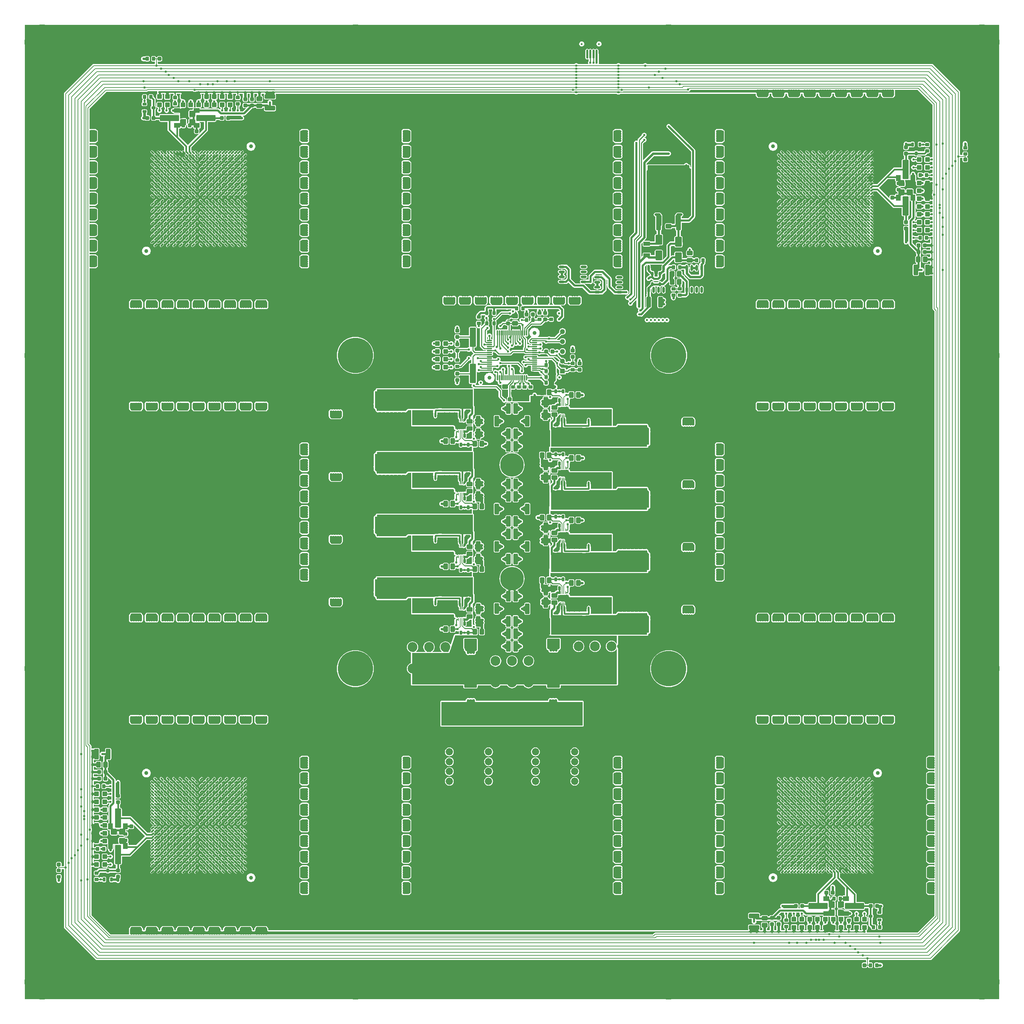
<source format=gtl>
%FSLAX44Y44*%
%MOMM*%
G71*
G01*
G75*
G04 Layer_Physical_Order=1*
G04 Layer_Color=191*
%ADD10O,1.5500X0.6000*%
G04:AMPARAMS|DCode=11|XSize=1.45mm|YSize=1.15mm|CornerRadius=0.2013mm|HoleSize=0mm|Usage=FLASHONLY|Rotation=180.000|XOffset=0mm|YOffset=0mm|HoleType=Round|Shape=RoundedRectangle|*
%AMROUNDEDRECTD11*
21,1,1.4500,0.7475,0,0,180.0*
21,1,1.0475,1.1500,0,0,180.0*
1,1,0.4025,-0.5238,0.3738*
1,1,0.4025,0.5238,0.3738*
1,1,0.4025,0.5238,-0.3738*
1,1,0.4025,-0.5238,-0.3738*
%
%ADD11ROUNDEDRECTD11*%
G04:AMPARAMS|DCode=12|XSize=2.7mm|YSize=1.15mm|CornerRadius=0.2013mm|HoleSize=0mm|Usage=FLASHONLY|Rotation=180.000|XOffset=0mm|YOffset=0mm|HoleType=Round|Shape=RoundedRectangle|*
%AMROUNDEDRECTD12*
21,1,2.7000,0.7475,0,0,180.0*
21,1,2.2975,1.1500,0,0,180.0*
1,1,0.4025,-1.1487,0.3738*
1,1,0.4025,1.1487,0.3738*
1,1,0.4025,1.1487,-0.3738*
1,1,0.4025,-1.1487,-0.3738*
%
%ADD12ROUNDEDRECTD12*%
G04:AMPARAMS|DCode=13|XSize=1mm|YSize=0.95mm|CornerRadius=0.1995mm|HoleSize=0mm|Usage=FLASHONLY|Rotation=180.000|XOffset=0mm|YOffset=0mm|HoleType=Round|Shape=RoundedRectangle|*
%AMROUNDEDRECTD13*
21,1,1.0000,0.5510,0,0,180.0*
21,1,0.6010,0.9500,0,0,180.0*
1,1,0.3990,-0.3005,0.2755*
1,1,0.3990,0.3005,0.2755*
1,1,0.3990,0.3005,-0.2755*
1,1,0.3990,-0.3005,-0.2755*
%
%ADD13ROUNDEDRECTD13*%
G04:AMPARAMS|DCode=14|XSize=1mm|YSize=0.9mm|CornerRadius=0.198mm|HoleSize=0mm|Usage=FLASHONLY|Rotation=90.000|XOffset=0mm|YOffset=0mm|HoleType=Round|Shape=RoundedRectangle|*
%AMROUNDEDRECTD14*
21,1,1.0000,0.5040,0,0,90.0*
21,1,0.6040,0.9000,0,0,90.0*
1,1,0.3960,0.2520,0.3020*
1,1,0.3960,0.2520,-0.3020*
1,1,0.3960,-0.2520,-0.3020*
1,1,0.3960,-0.2520,0.3020*
%
%ADD14ROUNDEDRECTD14*%
G04:AMPARAMS|DCode=15|XSize=4.9mm|YSize=1.6mm|CornerRadius=0.2mm|HoleSize=0mm|Usage=FLASHONLY|Rotation=180.000|XOffset=0mm|YOffset=0mm|HoleType=Round|Shape=RoundedRectangle|*
%AMROUNDEDRECTD15*
21,1,4.9000,1.2000,0,0,180.0*
21,1,4.5000,1.6000,0,0,180.0*
1,1,0.4000,-2.2500,0.6000*
1,1,0.4000,2.2500,0.6000*
1,1,0.4000,2.2500,-0.6000*
1,1,0.4000,-2.2500,-0.6000*
%
%ADD15ROUNDEDRECTD15*%
G04:AMPARAMS|DCode=16|XSize=1.05mm|YSize=0.65mm|CornerRadius=0.2015mm|HoleSize=0mm|Usage=FLASHONLY|Rotation=0.000|XOffset=0mm|YOffset=0mm|HoleType=Round|Shape=RoundedRectangle|*
%AMROUNDEDRECTD16*
21,1,1.0500,0.2470,0,0,0.0*
21,1,0.6470,0.6500,0,0,0.0*
1,1,0.4030,0.3235,-0.1235*
1,1,0.4030,-0.3235,-0.1235*
1,1,0.4030,-0.3235,0.1235*
1,1,0.4030,0.3235,0.1235*
%
%ADD16ROUNDEDRECTD16*%
G04:AMPARAMS|DCode=17|XSize=1mm|YSize=0.95mm|CornerRadius=0.1995mm|HoleSize=0mm|Usage=FLASHONLY|Rotation=270.000|XOffset=0mm|YOffset=0mm|HoleType=Round|Shape=RoundedRectangle|*
%AMROUNDEDRECTD17*
21,1,1.0000,0.5510,0,0,270.0*
21,1,0.6010,0.9500,0,0,270.0*
1,1,0.3990,-0.2755,-0.3005*
1,1,0.3990,-0.2755,0.3005*
1,1,0.3990,0.2755,0.3005*
1,1,0.3990,0.2755,-0.3005*
%
%ADD17ROUNDEDRECTD17*%
G04:AMPARAMS|DCode=18|XSize=1.6mm|YSize=1.25mm|CornerRadius=0.2mm|HoleSize=0mm|Usage=FLASHONLY|Rotation=0.000|XOffset=0mm|YOffset=0mm|HoleType=Round|Shape=RoundedRectangle|*
%AMROUNDEDRECTD18*
21,1,1.6000,0.8500,0,0,0.0*
21,1,1.2000,1.2500,0,0,0.0*
1,1,0.4000,0.6000,-0.4250*
1,1,0.4000,-0.6000,-0.4250*
1,1,0.4000,-0.6000,0.4250*
1,1,0.4000,0.6000,0.4250*
%
%ADD18ROUNDEDRECTD18*%
G04:AMPARAMS|DCode=19|XSize=1.45mm|YSize=1.15mm|CornerRadius=0.2013mm|HoleSize=0mm|Usage=FLASHONLY|Rotation=90.000|XOffset=0mm|YOffset=0mm|HoleType=Round|Shape=RoundedRectangle|*
%AMROUNDEDRECTD19*
21,1,1.4500,0.7475,0,0,90.0*
21,1,1.0475,1.1500,0,0,90.0*
1,1,0.4025,0.3738,0.5238*
1,1,0.4025,0.3738,-0.5238*
1,1,0.4025,-0.3738,-0.5238*
1,1,0.4025,-0.3738,0.5238*
%
%ADD19ROUNDEDRECTD19*%
G04:AMPARAMS|DCode=20|XSize=2.7mm|YSize=1.15mm|CornerRadius=0.2013mm|HoleSize=0mm|Usage=FLASHONLY|Rotation=90.000|XOffset=0mm|YOffset=0mm|HoleType=Round|Shape=RoundedRectangle|*
%AMROUNDEDRECTD20*
21,1,2.7000,0.7475,0,0,90.0*
21,1,2.2975,1.1500,0,0,90.0*
1,1,0.4025,0.3738,1.1487*
1,1,0.4025,0.3738,-1.1487*
1,1,0.4025,-0.3738,-1.1487*
1,1,0.4025,-0.3738,1.1487*
%
%ADD20ROUNDEDRECTD20*%
G04:AMPARAMS|DCode=21|XSize=1mm|YSize=0.9mm|CornerRadius=0.198mm|HoleSize=0mm|Usage=FLASHONLY|Rotation=0.000|XOffset=0mm|YOffset=0mm|HoleType=Round|Shape=RoundedRectangle|*
%AMROUNDEDRECTD21*
21,1,1.0000,0.5040,0,0,0.0*
21,1,0.6040,0.9000,0,0,0.0*
1,1,0.3960,0.3020,-0.2520*
1,1,0.3960,-0.3020,-0.2520*
1,1,0.3960,-0.3020,0.2520*
1,1,0.3960,0.3020,0.2520*
%
%ADD21ROUNDEDRECTD21*%
G04:AMPARAMS|DCode=22|XSize=4.9mm|YSize=1.6mm|CornerRadius=0.2mm|HoleSize=0mm|Usage=FLASHONLY|Rotation=90.000|XOffset=0mm|YOffset=0mm|HoleType=Round|Shape=RoundedRectangle|*
%AMROUNDEDRECTD22*
21,1,4.9000,1.2000,0,0,90.0*
21,1,4.5000,1.6000,0,0,90.0*
1,1,0.4000,0.6000,2.2500*
1,1,0.4000,0.6000,-2.2500*
1,1,0.4000,-0.6000,-2.2500*
1,1,0.4000,-0.6000,2.2500*
%
%ADD22ROUNDEDRECTD22*%
G04:AMPARAMS|DCode=23|XSize=1.05mm|YSize=0.65mm|CornerRadius=0.2015mm|HoleSize=0mm|Usage=FLASHONLY|Rotation=270.000|XOffset=0mm|YOffset=0mm|HoleType=Round|Shape=RoundedRectangle|*
%AMROUNDEDRECTD23*
21,1,1.0500,0.2470,0,0,270.0*
21,1,0.6470,0.6500,0,0,270.0*
1,1,0.4030,-0.1235,-0.3235*
1,1,0.4030,-0.1235,0.3235*
1,1,0.4030,0.1235,0.3235*
1,1,0.4030,0.1235,-0.3235*
%
%ADD23ROUNDEDRECTD23*%
G04:AMPARAMS|DCode=24|XSize=1.6mm|YSize=1.25mm|CornerRadius=0.2mm|HoleSize=0mm|Usage=FLASHONLY|Rotation=270.000|XOffset=0mm|YOffset=0mm|HoleType=Round|Shape=RoundedRectangle|*
%AMROUNDEDRECTD24*
21,1,1.6000,0.8500,0,0,270.0*
21,1,1.2000,1.2500,0,0,270.0*
1,1,0.4000,-0.4250,-0.6000*
1,1,0.4000,-0.4250,0.6000*
1,1,0.4000,0.4250,0.6000*
1,1,0.4000,0.4250,-0.6000*
%
%ADD24ROUNDEDRECTD24*%
G04:AMPARAMS|DCode=25|XSize=1.2mm|YSize=1.2mm|CornerRadius=0.198mm|HoleSize=0mm|Usage=FLASHONLY|Rotation=0.000|XOffset=0mm|YOffset=0mm|HoleType=Round|Shape=RoundedRectangle|*
%AMROUNDEDRECTD25*
21,1,1.2000,0.8040,0,0,0.0*
21,1,0.8040,1.2000,0,0,0.0*
1,1,0.3960,0.4020,-0.4020*
1,1,0.3960,-0.4020,-0.4020*
1,1,0.3960,-0.4020,0.4020*
1,1,0.3960,0.4020,0.4020*
%
%ADD25ROUNDEDRECTD25*%
G04:AMPARAMS|DCode=26|XSize=1.2mm|YSize=1.2mm|CornerRadius=0.198mm|HoleSize=0mm|Usage=FLASHONLY|Rotation=90.000|XOffset=0mm|YOffset=0mm|HoleType=Round|Shape=RoundedRectangle|*
%AMROUNDEDRECTD26*
21,1,1.2000,0.8040,0,0,90.0*
21,1,0.8040,1.2000,0,0,90.0*
1,1,0.3960,0.4020,0.4020*
1,1,0.3960,0.4020,-0.4020*
1,1,0.3960,-0.4020,-0.4020*
1,1,0.3960,-0.4020,0.4020*
%
%ADD26ROUNDEDRECTD26*%
G04:AMPARAMS|DCode=27|XSize=2.3mm|YSize=0.5mm|CornerRadius=0.2mm|HoleSize=0mm|Usage=FLASHONLY|Rotation=270.000|XOffset=0mm|YOffset=0mm|HoleType=Round|Shape=RoundedRectangle|*
%AMROUNDEDRECTD27*
21,1,2.3000,0.1000,0,0,270.0*
21,1,1.9000,0.5000,0,0,270.0*
1,1,0.4000,-0.0500,-0.9500*
1,1,0.4000,-0.0500,0.9500*
1,1,0.4000,0.0500,0.9500*
1,1,0.4000,0.0500,-0.9500*
%
%ADD27ROUNDEDRECTD27*%
G04:AMPARAMS|DCode=28|XSize=2.5mm|YSize=2mm|CornerRadius=0.2mm|HoleSize=0mm|Usage=FLASHONLY|Rotation=270.000|XOffset=0mm|YOffset=0mm|HoleType=Round|Shape=RoundedRectangle|*
%AMROUNDEDRECTD28*
21,1,2.5000,1.6000,0,0,270.0*
21,1,2.1000,2.0000,0,0,270.0*
1,1,0.4000,-0.8000,-1.0500*
1,1,0.4000,-0.8000,1.0500*
1,1,0.4000,0.8000,1.0500*
1,1,0.4000,0.8000,-1.0500*
%
%ADD28ROUNDEDRECTD28*%
%ADD29C,0.6000*%
G04:AMPARAMS|DCode=30|XSize=3.3mm|YSize=2.5mm|CornerRadius=0.2mm|HoleSize=0mm|Usage=FLASHONLY|Rotation=0.000|XOffset=0mm|YOffset=0mm|HoleType=Round|Shape=RoundedRectangle|*
%AMROUNDEDRECTD30*
21,1,3.3000,2.1000,0,0,0.0*
21,1,2.9000,2.5000,0,0,0.0*
1,1,0.4000,1.4500,-1.0500*
1,1,0.4000,-1.4500,-1.0500*
1,1,0.4000,-1.4500,1.0500*
1,1,0.4000,1.4500,1.0500*
%
%ADD30ROUNDEDRECTD30*%
%ADD31O,1.5000X0.3000*%
%ADD32O,0.3000X1.5000*%
%ADD33C,1.0000*%
%ADD34O,0.6000X1.5500*%
G04:AMPARAMS|DCode=35|XSize=6.45mm|YSize=6mm|CornerRadius=0.21mm|HoleSize=0mm|Usage=FLASHONLY|Rotation=90.000|XOffset=0mm|YOffset=0mm|HoleType=Round|Shape=RoundedRectangle|*
%AMROUNDEDRECTD35*
21,1,6.4500,5.5800,0,0,90.0*
21,1,6.0300,6.0000,0,0,90.0*
1,1,0.4200,2.7900,3.0150*
1,1,0.4200,2.7900,-3.0150*
1,1,0.4200,-2.7900,-3.0150*
1,1,0.4200,-2.7900,3.0150*
%
%ADD35ROUNDEDRECTD35*%
G04:AMPARAMS|DCode=36|XSize=2.85mm|YSize=1mm|CornerRadius=0.2mm|HoleSize=0mm|Usage=FLASHONLY|Rotation=90.000|XOffset=0mm|YOffset=0mm|HoleType=Round|Shape=RoundedRectangle|*
%AMROUNDEDRECTD36*
21,1,2.8500,0.6000,0,0,90.0*
21,1,2.4500,1.0000,0,0,90.0*
1,1,0.4000,0.3000,1.2250*
1,1,0.4000,0.3000,-1.2250*
1,1,0.4000,-0.3000,-1.2250*
1,1,0.4000,-0.3000,1.2250*
%
%ADD36ROUNDEDRECTD36*%
G04:AMPARAMS|DCode=37|XSize=11.3mm|YSize=10.75mm|CornerRadius=0.215mm|HoleSize=0mm|Usage=FLASHONLY|Rotation=90.000|XOffset=0mm|YOffset=0mm|HoleType=Round|Shape=RoundedRectangle|*
%AMROUNDEDRECTD37*
21,1,11.3000,10.3200,0,0,90.0*
21,1,10.8700,10.7500,0,0,90.0*
1,1,0.4300,5.1600,5.4350*
1,1,0.4300,5.1600,-5.4350*
1,1,0.4300,-5.1600,-5.4350*
1,1,0.4300,-5.1600,5.4350*
%
%ADD37ROUNDEDRECTD37*%
G04:AMPARAMS|DCode=38|XSize=3.95mm|YSize=1.2mm|CornerRadius=0.198mm|HoleSize=0mm|Usage=FLASHONLY|Rotation=90.000|XOffset=0mm|YOffset=0mm|HoleType=Round|Shape=RoundedRectangle|*
%AMROUNDEDRECTD38*
21,1,3.9500,0.8040,0,0,90.0*
21,1,3.5540,1.2000,0,0,90.0*
1,1,0.3960,0.4020,1.7770*
1,1,0.3960,0.4020,-1.7770*
1,1,0.3960,-0.4020,-1.7770*
1,1,0.3960,-0.4020,1.7770*
%
%ADD38ROUNDEDRECTD38*%
G04:AMPARAMS|DCode=39|XSize=1.1mm|YSize=0.6mm|CornerRadius=0.201mm|HoleSize=0mm|Usage=FLASHONLY|Rotation=270.000|XOffset=0mm|YOffset=0mm|HoleType=Round|Shape=RoundedRectangle|*
%AMROUNDEDRECTD39*
21,1,1.1000,0.1980,0,0,270.0*
21,1,0.6980,0.6000,0,0,270.0*
1,1,0.4020,-0.0990,-0.3490*
1,1,0.4020,-0.0990,0.3490*
1,1,0.4020,0.0990,0.3490*
1,1,0.4020,0.0990,-0.3490*
%
%ADD39ROUNDEDRECTD39*%
G04:AMPARAMS|DCode=40|XSize=1.35mm|YSize=1.65mm|CornerRadius=0.27mm|HoleSize=0mm|Usage=FLASHONLY|Rotation=180.000|XOffset=0mm|YOffset=0mm|HoleType=Round|Shape=RoundedRectangle|*
%AMROUNDEDRECTD40*
21,1,1.3500,1.1100,0,0,180.0*
21,1,0.8100,1.6500,0,0,180.0*
1,1,0.5400,-0.4050,0.5550*
1,1,0.5400,0.4050,0.5550*
1,1,0.5400,0.4050,-0.5550*
1,1,0.5400,-0.4050,-0.5550*
%
%ADD40ROUNDEDRECTD40*%
G04:AMPARAMS|DCode=41|XSize=0.7mm|YSize=0.25mm|CornerRadius=0.0838mm|HoleSize=0mm|Usage=FLASHONLY|Rotation=90.000|XOffset=0mm|YOffset=0mm|HoleType=Round|Shape=RoundedRectangle|*
%AMROUNDEDRECTD41*
21,1,0.7000,0.0825,0,0,90.0*
21,1,0.5325,0.2500,0,0,90.0*
1,1,0.1675,0.0413,0.2662*
1,1,0.1675,0.0413,-0.2662*
1,1,0.1675,-0.0413,-0.2662*
1,1,0.1675,-0.0413,0.2662*
%
%ADD41ROUNDEDRECTD41*%
G04:AMPARAMS|DCode=42|XSize=1.75mm|YSize=1.05mm|CornerRadius=0.1995mm|HoleSize=0mm|Usage=FLASHONLY|Rotation=0.000|XOffset=0mm|YOffset=0mm|HoleType=Round|Shape=RoundedRectangle|*
%AMROUNDEDRECTD42*
21,1,1.7500,0.6510,0,0,0.0*
21,1,1.3510,1.0500,0,0,0.0*
1,1,0.3990,0.6755,-0.3255*
1,1,0.3990,-0.6755,-0.3255*
1,1,0.3990,-0.6755,0.3255*
1,1,0.3990,0.6755,0.3255*
%
%ADD42ROUNDEDRECTD42*%
%ADD43O,0.5000X1.3500*%
%ADD44O,1.3500X0.5000*%
G04:AMPARAMS|DCode=45|XSize=6.5mm|YSize=5mm|CornerRadius=0.25mm|HoleSize=0mm|Usage=FLASHONLY|Rotation=180.000|XOffset=0mm|YOffset=0mm|HoleType=Round|Shape=RoundedRectangle|*
%AMROUNDEDRECTD45*
21,1,6.5000,4.5000,0,0,180.0*
21,1,6.0000,5.0000,0,0,180.0*
1,1,0.5000,-3.0000,2.2500*
1,1,0.5000,3.0000,2.2500*
1,1,0.5000,3.0000,-2.2500*
1,1,0.5000,-3.0000,-2.2500*
%
%ADD45ROUNDEDRECTD45*%
G04:AMPARAMS|DCode=46|XSize=2.5mm|YSize=1.7mm|CornerRadius=0.204mm|HoleSize=0mm|Usage=FLASHONLY|Rotation=270.000|XOffset=0mm|YOffset=0mm|HoleType=Round|Shape=RoundedRectangle|*
%AMROUNDEDRECTD46*
21,1,2.5000,1.2920,0,0,270.0*
21,1,2.0920,1.7000,0,0,270.0*
1,1,0.4080,-0.6460,-1.0460*
1,1,0.4080,-0.6460,1.0460*
1,1,0.4080,0.6460,1.0460*
1,1,0.4080,0.6460,-1.0460*
%
%ADD46ROUNDEDRECTD46*%
G04:AMPARAMS|DCode=47|XSize=1.1mm|YSize=0.8mm|CornerRadius=0.268mm|HoleSize=0mm|Usage=FLASHONLY|Rotation=90.000|XOffset=0mm|YOffset=0mm|HoleType=Round|Shape=RoundedRectangle|*
%AMROUNDEDRECTD47*
21,1,1.1000,0.2640,0,0,90.0*
21,1,0.5640,0.8000,0,0,90.0*
1,1,0.5360,0.1320,0.2820*
1,1,0.5360,0.1320,-0.2820*
1,1,0.5360,-0.1320,-0.2820*
1,1,0.5360,-0.1320,0.2820*
%
%ADD47ROUNDEDRECTD47*%
%ADD48C,1.3000*%
%ADD49R,1.3000X1.3000*%
G04:AMPARAMS|DCode=50|XSize=1.4mm|YSize=1.2mm|CornerRadius=0.198mm|HoleSize=0mm|Usage=FLASHONLY|Rotation=90.000|XOffset=0mm|YOffset=0mm|HoleType=Round|Shape=RoundedRectangle|*
%AMROUNDEDRECTD50*
21,1,1.4000,0.8040,0,0,90.0*
21,1,1.0040,1.2000,0,0,90.0*
1,1,0.3960,0.4020,0.5020*
1,1,0.3960,0.4020,-0.5020*
1,1,0.3960,-0.4020,-0.5020*
1,1,0.3960,-0.4020,0.5020*
%
%ADD50ROUNDEDRECTD50*%
G04:AMPARAMS|DCode=51|XSize=1.1mm|YSize=1mm|CornerRadius=0.165mm|HoleSize=0mm|Usage=FLASHONLY|Rotation=90.000|XOffset=0mm|YOffset=0mm|HoleType=Round|Shape=RoundedRectangle|*
%AMROUNDEDRECTD51*
21,1,1.1000,0.6700,0,0,90.0*
21,1,0.7700,1.0000,0,0,90.0*
1,1,0.3300,0.3350,0.3850*
1,1,0.3300,0.3350,-0.3850*
1,1,0.3300,-0.3350,-0.3850*
1,1,0.3300,-0.3350,0.3850*
%
%ADD51ROUNDEDRECTD51*%
G04:AMPARAMS|DCode=52|XSize=1.6mm|YSize=1.5mm|CornerRadius=0.2475mm|HoleSize=0mm|Usage=FLASHONLY|Rotation=90.000|XOffset=0mm|YOffset=0mm|HoleType=Round|Shape=RoundedRectangle|*
%AMROUNDEDRECTD52*
21,1,1.6000,1.0050,0,0,90.0*
21,1,1.1050,1.5000,0,0,90.0*
1,1,0.4950,0.5025,0.5525*
1,1,0.4950,0.5025,-0.5525*
1,1,0.4950,-0.5025,-0.5525*
1,1,0.4950,-0.5025,0.5525*
%
%ADD52ROUNDEDRECTD52*%
G04:AMPARAMS|DCode=53|XSize=1.4mm|YSize=1.2mm|CornerRadius=0.198mm|HoleSize=0mm|Usage=FLASHONLY|Rotation=180.000|XOffset=0mm|YOffset=0mm|HoleType=Round|Shape=RoundedRectangle|*
%AMROUNDEDRECTD53*
21,1,1.4000,0.8040,0,0,180.0*
21,1,1.0040,1.2000,0,0,180.0*
1,1,0.3960,-0.5020,0.4020*
1,1,0.3960,0.5020,0.4020*
1,1,0.3960,0.5020,-0.4020*
1,1,0.3960,-0.5020,-0.4020*
%
%ADD53ROUNDEDRECTD53*%
G04:AMPARAMS|DCode=54|XSize=1.1mm|YSize=1mm|CornerRadius=0.165mm|HoleSize=0mm|Usage=FLASHONLY|Rotation=180.000|XOffset=0mm|YOffset=0mm|HoleType=Round|Shape=RoundedRectangle|*
%AMROUNDEDRECTD54*
21,1,1.1000,0.6700,0,0,180.0*
21,1,0.7700,1.0000,0,0,180.0*
1,1,0.3300,-0.3850,0.3350*
1,1,0.3300,0.3850,0.3350*
1,1,0.3300,0.3850,-0.3350*
1,1,0.3300,-0.3850,-0.3350*
%
%ADD54ROUNDEDRECTD54*%
G04:AMPARAMS|DCode=55|XSize=1.6mm|YSize=1.5mm|CornerRadius=0.2475mm|HoleSize=0mm|Usage=FLASHONLY|Rotation=180.000|XOffset=0mm|YOffset=0mm|HoleType=Round|Shape=RoundedRectangle|*
%AMROUNDEDRECTD55*
21,1,1.6000,1.0050,0,0,180.0*
21,1,1.1050,1.5000,0,0,180.0*
1,1,0.4950,-0.5525,0.5025*
1,1,0.4950,0.5525,0.5025*
1,1,0.4950,0.5525,-0.5025*
1,1,0.4950,-0.5525,-0.5025*
%
%ADD55ROUNDEDRECTD55*%
%ADD56C,0.4500*%
%ADD57C,0.5000*%
%ADD58C,0.6000*%
%ADD59C,0.2000*%
%ADD60C,0.2500*%
%ADD61C,0.4500*%
%ADD62C,0.3500*%
%ADD63C,0.3000*%
%ADD64C,0.4000*%
%ADD65C,0.2540*%
%ADD66C,6.0000*%
%ADD67C,0.5000*%
%ADD68C,9.0000*%
%ADD69C,2.5000*%
%ADD70C,1.8500*%
G36*
X2493607Y6393D02*
X6393D01*
Y2493607D01*
X2493607D01*
Y6393D01*
D02*
G37*
%LPC*%
G36*
X2183520Y100078D02*
X2178480D01*
X2176927Y99769D01*
X2175611Y98889D01*
X2174731Y97573D01*
X2174422Y96020D01*
Y89980D01*
X2174731Y88427D01*
X2175611Y87111D01*
X2176927Y86231D01*
X2178480Y85922D01*
X2183520D01*
X2185073Y86231D01*
X2186048Y86882D01*
X2191000D01*
X2193341Y87348D01*
X2195326Y88674D01*
X2196652Y90659D01*
X2197118Y93000D01*
X2196652Y95341D01*
X2195326Y97326D01*
X2193341Y98652D01*
X2191000Y99117D01*
X2186048D01*
X2185073Y99769D01*
X2183520Y100078D01*
D02*
G37*
G36*
X2407000Y2197117D02*
X2404659Y2196652D01*
X2402674Y2195326D01*
X2401348Y2193341D01*
X2400882Y2191000D01*
Y2185048D01*
X2400231Y2184073D01*
X2399922Y2182520D01*
Y2177480D01*
X2400231Y2175927D01*
X2401110Y2174611D01*
X2402427Y2173731D01*
X2403980Y2173422D01*
X2410020D01*
X2411573Y2173731D01*
X2412889Y2174611D01*
X2413769Y2175927D01*
X2414078Y2177480D01*
Y2182520D01*
X2413769Y2184073D01*
X2413117Y2185048D01*
Y2191000D01*
X2412652Y2193341D01*
X2411325Y2195326D01*
X2409341Y2196652D01*
X2407000Y2197117D01*
D02*
G37*
G36*
X96020Y325578D02*
X89980D01*
X88427Y325269D01*
X87111Y324389D01*
X86231Y323073D01*
X85922Y321520D01*
Y316480D01*
X86231Y314927D01*
X86882Y313952D01*
Y309000D01*
X87348Y306659D01*
X88674Y304674D01*
X90659Y303348D01*
X93000Y302882D01*
X95341Y303348D01*
X97326Y304674D01*
X98652Y306659D01*
X99117Y309000D01*
Y313952D01*
X99769Y314927D01*
X100078Y316480D01*
Y321520D01*
X99769Y323073D01*
X98889Y324389D01*
X97573Y325269D01*
X96020Y325578D01*
D02*
G37*
G36*
X1472000Y2451556D02*
X1470303Y2451333D01*
X1468722Y2450678D01*
X1467364Y2449636D01*
X1466322Y2448278D01*
X1465667Y2446697D01*
X1465444Y2445000D01*
X1465667Y2443303D01*
X1466322Y2441722D01*
X1467364Y2440364D01*
X1468722Y2439322D01*
X1470303Y2438667D01*
X1472000Y2438444D01*
X1473697Y2438667D01*
X1475278Y2439322D01*
X1476636Y2440364D01*
X1477678Y2441722D01*
X1478333Y2443303D01*
X1478556Y2445000D01*
X1478333Y2446697D01*
X1477678Y2448278D01*
X1476636Y2449636D01*
X1475278Y2450678D01*
X1473697Y2451333D01*
X1472000Y2451556D01*
D02*
G37*
G36*
X1428000D02*
X1426303Y2451333D01*
X1424722Y2450678D01*
X1423364Y2449636D01*
X1422322Y2448278D01*
X1421667Y2446697D01*
X1421444Y2445000D01*
X1421667Y2443303D01*
X1422322Y2441722D01*
X1423364Y2440364D01*
X1424722Y2439322D01*
X1426303Y2438667D01*
X1428000Y2438444D01*
X1429697Y2438667D01*
X1431278Y2439322D01*
X1432636Y2440364D01*
X1433678Y2441722D01*
X1434333Y2443303D01*
X1434556Y2445000D01*
X1434333Y2446697D01*
X1433678Y2448278D01*
X1432636Y2449636D01*
X1431278Y2450678D01*
X1429697Y2451333D01*
X1428000Y2451556D01*
D02*
G37*
G36*
X1466500Y2432578D02*
X1465500D01*
X1463939Y2432268D01*
X1462616Y2431384D01*
X1462000Y2430462D01*
X1461384Y2431384D01*
X1460061Y2432268D01*
X1458500Y2432578D01*
X1457500D01*
X1455939Y2432268D01*
X1454616Y2431384D01*
X1454000Y2430462D01*
X1453384Y2431384D01*
X1452061Y2432268D01*
X1450500Y2432578D01*
X1449500D01*
X1447939Y2432268D01*
X1446616Y2431384D01*
X1446000Y2430462D01*
X1445384Y2431384D01*
X1444061Y2432268D01*
X1442500Y2432578D01*
X1441500D01*
X1439939Y2432268D01*
X1438616Y2431384D01*
X1437732Y2430061D01*
X1437422Y2428500D01*
Y2409500D01*
X1437732Y2407939D01*
X1438616Y2406616D01*
X1439939Y2405732D01*
X1441500Y2405422D01*
X1442500D01*
X1444061Y2405732D01*
X1445384Y2406616D01*
X1445667Y2407040D01*
Y2401315D01*
X1444348Y2399341D01*
X1443882Y2397000D01*
X1444348Y2394659D01*
X1444736Y2394078D01*
X1418491D01*
X1418326Y2394326D01*
X1416341Y2395652D01*
X1414000Y2396118D01*
X1411659Y2395652D01*
X1409674Y2394326D01*
X1409509Y2394078D01*
X346491D01*
X346326Y2394326D01*
X346078Y2394491D01*
Y2400154D01*
X347245Y2399922D01*
X352755D01*
X354314Y2400232D01*
X355635Y2401115D01*
X356518Y2402436D01*
X356828Y2403995D01*
Y2410005D01*
X356518Y2411564D01*
X355635Y2412885D01*
X354314Y2413768D01*
X352755Y2414078D01*
X347245D01*
X345686Y2413768D01*
X344365Y2412885D01*
X343482Y2411564D01*
X343385Y2411078D01*
X342000D01*
X342000D01*
X342000D01*
X341367D01*
X341269Y2411573D01*
X340389Y2412889D01*
X339073Y2413769D01*
X337520Y2414078D01*
X332480D01*
X330927Y2413769D01*
X329611Y2412889D01*
X328731Y2411573D01*
X328422Y2410020D01*
Y2403980D01*
X328731Y2402427D01*
X329611Y2401111D01*
X330927Y2400231D01*
X332480Y2399922D01*
X337520D01*
X337922Y2400002D01*
Y2394491D01*
X337674Y2394326D01*
X337509Y2394078D01*
X182000D01*
X182000Y2394078D01*
X180698Y2393819D01*
X180439Y2393768D01*
X179116Y2392884D01*
X179116Y2392884D01*
X107116Y2320884D01*
X106232Y2319561D01*
X106181Y2319302D01*
X105922Y2318000D01*
X105922Y2318000D01*
Y346491D01*
X105674Y346326D01*
X105509Y346078D01*
X99846D01*
X100078Y347245D01*
Y352755D01*
X99768Y354314D01*
X98885Y355635D01*
X97564Y356518D01*
X96005Y356828D01*
X89995D01*
X88436Y356518D01*
X87115Y355635D01*
X86232Y354314D01*
X85922Y352755D01*
Y347245D01*
X86232Y345686D01*
X87115Y344365D01*
X88436Y343482D01*
X88922Y343385D01*
Y342000D01*
Y342000D01*
Y342000D01*
Y341367D01*
X88427Y341269D01*
X87111Y340389D01*
X86231Y339073D01*
X85922Y337520D01*
Y332480D01*
X86231Y330927D01*
X87111Y329611D01*
X88427Y328731D01*
X89980Y328422D01*
X96020D01*
X97573Y328731D01*
X98889Y329611D01*
X99769Y330927D01*
X100078Y332480D01*
Y337520D01*
X99998Y337922D01*
X105509D01*
X105674Y337674D01*
X105922Y337509D01*
Y190000D01*
X105922Y190000D01*
X106181Y188698D01*
X106232Y188439D01*
X107116Y187116D01*
X187116Y107116D01*
X188439Y106232D01*
X188698Y106181D01*
X190000Y105922D01*
X190000Y105922D01*
X2153509D01*
X2153674Y105674D01*
X2153922Y105509D01*
Y99846D01*
X2152755Y100078D01*
X2147245D01*
X2145686Y99768D01*
X2144365Y98885D01*
X2143482Y97564D01*
X2143172Y96005D01*
Y89995D01*
X2143482Y88436D01*
X2144365Y87115D01*
X2145686Y86232D01*
X2147245Y85922D01*
X2152755D01*
X2154314Y86232D01*
X2155635Y87115D01*
X2156518Y88436D01*
X2156615Y88922D01*
X2158000D01*
X2158000Y88922D01*
X2158000D01*
X2158000D01*
X2158000Y88922D01*
X2158633D01*
X2158731Y88427D01*
X2159611Y87111D01*
X2160927Y86231D01*
X2162480Y85922D01*
X2167520D01*
X2169073Y86231D01*
X2170389Y87111D01*
X2171269Y88427D01*
X2171578Y89980D01*
Y96020D01*
X2171269Y97573D01*
X2170389Y98889D01*
X2169073Y99769D01*
X2167520Y100078D01*
X2162480D01*
X2162078Y99998D01*
Y105509D01*
X2162326Y105674D01*
X2162491Y105922D01*
X2318250D01*
X2319811Y106232D01*
X2321134Y107116D01*
X2321637Y107870D01*
X2392884Y179116D01*
X2393768Y180439D01*
X2394078Y182000D01*
Y2153509D01*
X2394325Y2153674D01*
X2394491Y2153922D01*
X2400154D01*
X2399922Y2152755D01*
Y2147245D01*
X2400232Y2145686D01*
X2401115Y2144365D01*
X2402436Y2143482D01*
X2403995Y2143172D01*
X2410005D01*
X2411564Y2143482D01*
X2412885Y2144365D01*
X2413768Y2145686D01*
X2414078Y2147245D01*
Y2152755D01*
X2413768Y2154314D01*
X2412885Y2155635D01*
X2411564Y2156518D01*
X2411078Y2156615D01*
Y2157632D01*
X2411573Y2157731D01*
X2412889Y2158611D01*
X2413769Y2159927D01*
X2414078Y2161480D01*
Y2166520D01*
X2413769Y2168073D01*
X2412889Y2169389D01*
X2411573Y2170269D01*
X2410020Y2170578D01*
X2403980D01*
X2402427Y2170269D01*
X2401110Y2169389D01*
X2400231Y2168073D01*
X2399922Y2166520D01*
Y2162078D01*
X2394491D01*
X2394325Y2162326D01*
X2394078Y2162491D01*
Y2322000D01*
X2393768Y2323561D01*
X2392884Y2324884D01*
X2392884Y2324884D01*
X2324884Y2392884D01*
X2323561Y2393768D01*
X2322000Y2394078D01*
X2322000Y2394078D01*
X1594491D01*
X1594326Y2394326D01*
X1592341Y2395652D01*
X1590000Y2396118D01*
X1587659Y2395652D01*
X1585674Y2394326D01*
X1585509Y2394078D01*
X1526491D01*
X1526326Y2394326D01*
X1524341Y2395652D01*
X1522000Y2396118D01*
X1519659Y2395652D01*
X1517674Y2394326D01*
X1517509Y2394078D01*
X1471264D01*
X1471652Y2394659D01*
X1472117Y2397000D01*
X1471652Y2399341D01*
X1471608Y2399407D01*
Y2419000D01*
X1471181Y2421146D01*
X1470578Y2422048D01*
Y2428500D01*
X1470268Y2430061D01*
X1469384Y2431384D01*
X1468061Y2432268D01*
X1466500Y2432578D01*
D02*
G37*
G36*
X321520Y2414078D02*
X316480D01*
X314927Y2413769D01*
X313952Y2413118D01*
X309000D01*
X306659Y2412652D01*
X304674Y2411326D01*
X303348Y2409341D01*
X302882Y2407000D01*
X303348Y2404659D01*
X304674Y2402674D01*
X306659Y2401348D01*
X309000Y2400882D01*
X313952D01*
X314927Y2400231D01*
X316480Y2399922D01*
X321520D01*
X323073Y2400231D01*
X324389Y2401111D01*
X325269Y2402427D01*
X325578Y2403980D01*
Y2410020D01*
X325269Y2411573D01*
X324389Y2412889D01*
X323073Y2413769D01*
X321520Y2414078D01*
D02*
G37*
%LPD*%
G36*
X2310879Y1953888D02*
X2311184Y1953684D01*
X2311473Y1953252D01*
X2311490Y1953163D01*
X2311658Y1952912D01*
X2311773Y1952634D01*
X2311986Y1952421D01*
X2312154Y1952170D01*
X2312404Y1952003D01*
X2312617Y1951790D01*
X2312896Y1951675D01*
X2313146Y1951507D01*
X2313441Y1951449D01*
X2313720Y1951333D01*
X2314021D01*
X2314317Y1951274D01*
X2317685D01*
X2317981Y1951333D01*
X2318282Y1951333D01*
X2318560Y1951449D01*
X2318856Y1951507D01*
X2319106Y1951675D01*
X2319384Y1951790D01*
X2320852Y1952771D01*
X2322000Y1952999D01*
X2323325Y1952735D01*
X2323626D01*
X2323922Y1952676D01*
Y1857323D01*
X2323626Y1857265D01*
X2323325D01*
X2321699Y1856941D01*
X2317806D01*
X2317511Y1856882D01*
X2317209Y1856882D01*
X2316931Y1856767D01*
X2316635Y1856708D01*
X2316385Y1856541D01*
X2316107Y1856426D01*
X2315894Y1856213D01*
X2315643Y1856045D01*
X2315553Y1855910D01*
X2315110Y1855614D01*
X2314436Y1855480D01*
X2307564D01*
X2306890Y1855614D01*
X2306575Y1855825D01*
X2306364Y1856140D01*
X2306230Y1856814D01*
Y1879186D01*
X2306364Y1879860D01*
X2306575Y1880175D01*
X2306890Y1880386D01*
X2307564Y1880520D01*
X2314436D01*
X2315110Y1880386D01*
X2315876Y1879874D01*
X2315967Y1879783D01*
X2316246Y1879667D01*
X2316496Y1879500D01*
X2316792Y1879441D01*
X2317070Y1879326D01*
X2317371Y1879326D01*
X2317667Y1879267D01*
X2317962Y1879326D01*
X2318263Y1879326D01*
X2318542Y1879441D01*
X2318837Y1879500D01*
X2319088Y1879667D01*
X2319366Y1879783D01*
X2319579Y1879996D01*
X2319830Y1880163D01*
X2319997Y1880414D01*
X2320210Y1880626D01*
X2320325Y1880905D01*
X2320493Y1881155D01*
X2320551Y1881451D01*
X2320667Y1881729D01*
X2320667Y1882030D01*
X2320726Y1882326D01*
Y1888882D01*
X2320493Y1890053D01*
X2319830Y1891045D01*
X2318837Y1891708D01*
X2317667Y1891941D01*
X2312654D01*
X2312358Y1891882D01*
X2312057D01*
X2311779Y1891767D01*
X2311483Y1891708D01*
X2311233Y1891541D01*
X2310954Y1891426D01*
X2310741Y1891213D01*
X2310491Y1891045D01*
X2310323Y1890795D01*
X2310110Y1890582D01*
X2309995Y1890303D01*
X2309828Y1890053D01*
X2309769Y1889758D01*
X2309654Y1889479D01*
X2309636Y1889390D01*
X2309425Y1889075D01*
X2309110Y1888864D01*
X2308436Y1888730D01*
X2301564D01*
X2300890Y1888864D01*
X2300575Y1889075D01*
X2300364Y1889390D01*
X2300230Y1890064D01*
Y1899936D01*
X2300364Y1900610D01*
X2300575Y1900925D01*
X2300890Y1901136D01*
X2301564Y1901270D01*
X2308436D01*
X2309110Y1901136D01*
X2309425Y1900925D01*
X2309636Y1900610D01*
X2309654Y1900521D01*
X2309769Y1900242D01*
X2309828Y1899947D01*
X2309995Y1899697D01*
X2310110Y1899418D01*
X2310323Y1899205D01*
X2310491Y1898955D01*
X2310741Y1898787D01*
X2310954Y1898574D01*
X2311233Y1898459D01*
X2311483Y1898292D01*
X2311779Y1898233D01*
X2312057Y1898118D01*
X2312358D01*
X2312654Y1898059D01*
X2317667D01*
X2318837Y1898292D01*
X2319830Y1898955D01*
X2320493Y1899947D01*
X2320726Y1901118D01*
Y1907870D01*
X2320493Y1909040D01*
X2319830Y1910032D01*
X2318837Y1910695D01*
X2317667Y1910928D01*
X2309268D01*
X2308973Y1910869D01*
X2308671Y1910869D01*
X2308393Y1910754D01*
X2308098Y1910695D01*
X2307847Y1910528D01*
X2307569Y1910413D01*
X2307120Y1910113D01*
X2306454Y1909980D01*
X2301546D01*
X2300880Y1910113D01*
X2300570Y1910320D01*
X2300363Y1910630D01*
X2300231Y1911296D01*
Y1916704D01*
X2300363Y1917370D01*
X2300570Y1917680D01*
X2300880Y1917887D01*
X2301546Y1918020D01*
X2306454D01*
X2307120Y1917887D01*
X2307608Y1917561D01*
X2307886Y1917446D01*
X2308136Y1917279D01*
X2308432Y1917220D01*
X2308710Y1917105D01*
X2309011Y1917105D01*
X2309307Y1917046D01*
X2317667D01*
X2318837Y1917279D01*
X2319830Y1917942D01*
X2320493Y1918934D01*
X2320726Y1920105D01*
Y1924883D01*
X2320493Y1926053D01*
X2319830Y1927045D01*
X2318837Y1927708D01*
X2317667Y1927941D01*
X2309289D01*
X2308993Y1927883D01*
X2308692Y1927882D01*
X2308414Y1927767D01*
X2308118Y1927708D01*
X2307868Y1927541D01*
X2307589Y1927426D01*
X2307120Y1927112D01*
X2306454Y1926980D01*
X2301546D01*
X2300880Y1927112D01*
X2300570Y1927319D01*
X2300363Y1927629D01*
X2300231Y1928295D01*
Y1933703D01*
X2300363Y1934370D01*
X2300570Y1934679D01*
X2300880Y1934886D01*
X2301546Y1935019D01*
X2306454D01*
X2307120Y1934886D01*
X2307587Y1934574D01*
X2307865Y1934459D01*
X2308116Y1934292D01*
X2308411Y1934233D01*
X2308690Y1934117D01*
X2308991D01*
X2309286Y1934059D01*
X2317667D01*
X2318837Y1934292D01*
X2319830Y1934955D01*
X2320493Y1935947D01*
X2320726Y1937117D01*
Y1945667D01*
X2320493Y1946837D01*
X2319830Y1947830D01*
X2318837Y1948493D01*
X2317667Y1948725D01*
X2314317D01*
X2314021Y1948667D01*
X2313720D01*
X2313441Y1948551D01*
X2313146Y1948493D01*
X2312896Y1948325D01*
X2312617Y1948210D01*
X2312404Y1947997D01*
X2312154Y1947830D01*
X2311986Y1947579D01*
X2311773Y1947366D01*
X2311658Y1947088D01*
X2311490Y1946837D01*
X2311473Y1946748D01*
X2311184Y1946316D01*
X2310879Y1946112D01*
X2310219Y1945981D01*
X2305781D01*
X2305120Y1946112D01*
X2304816Y1946316D01*
X2304612Y1946620D01*
X2304480Y1947281D01*
Y1952719D01*
X2304612Y1953379D01*
X2304816Y1953684D01*
X2305120Y1953888D01*
X2305781Y1954019D01*
X2310219D01*
X2310879Y1953888D01*
D02*
G37*
G36*
X186148Y2184771D02*
X187120Y2184120D01*
X187448Y2183630D01*
X187448Y2183630D01*
X188292Y2182786D01*
X188868Y2182547D01*
X189425Y2182175D01*
X189636Y2181860D01*
X189770Y2181186D01*
Y2158814D01*
X189636Y2158140D01*
X189425Y2157825D01*
X188868Y2157453D01*
X188292Y2157214D01*
X187448Y2156370D01*
X187448Y2156370D01*
X187120Y2155880D01*
X186148Y2155229D01*
X184699Y2154941D01*
X174301D01*
X172852Y2155229D01*
X172778Y2155279D01*
X172499Y2155395D01*
X172249Y2155562D01*
X171954Y2155621D01*
X171675Y2155736D01*
X171374D01*
X171078Y2155795D01*
Y2184205D01*
X171374Y2184264D01*
X171675D01*
X171954Y2184379D01*
X172249Y2184438D01*
X172499Y2184605D01*
X172778Y2184721D01*
X172852Y2184771D01*
X174301Y2185059D01*
X184699D01*
X186148Y2184771D01*
D02*
G37*
G36*
X2091731Y233377D02*
X2091918Y233252D01*
X2092214Y233193D01*
X2092492Y233078D01*
X2092793D01*
X2093089Y233019D01*
X2093719D01*
X2094496Y232865D01*
X2094926Y232686D01*
X2095383Y232497D01*
X2096078Y232359D01*
X2096546Y232046D01*
X2096825Y231629D01*
X2097038Y231416D01*
X2097205Y231166D01*
X2097456Y230998D01*
X2097669Y230785D01*
X2097947Y230670D01*
X2098197Y230502D01*
X2098493Y230444D01*
X2098771Y230328D01*
X2099073D01*
X2099368Y230270D01*
X2108699D01*
X2109367Y230137D01*
X2109679Y229929D01*
X2110020Y229418D01*
X2110233Y229205D01*
X2110400Y228955D01*
X2110651Y228787D01*
X2110863Y228574D01*
X2111142Y228459D01*
X2111392Y228292D01*
X2111688Y228233D01*
X2111966Y228118D01*
X2112267D01*
X2112563Y228059D01*
X2112699D01*
X2114148Y227771D01*
X2115121Y227120D01*
X2115771Y226148D01*
X2115999Y225000D01*
X2115771Y223852D01*
X2115121Y222880D01*
X2114148Y222229D01*
X2112699Y221941D01*
X2112563D01*
X2112267Y221882D01*
X2111966D01*
X2111688Y221767D01*
X2111392Y221708D01*
X2111142Y221541D01*
X2110863Y221426D01*
X2110651Y221213D01*
X2110400Y221045D01*
X2110233Y220795D01*
X2110020Y220582D01*
X2109679Y220071D01*
X2109367Y219863D01*
X2108699Y219730D01*
X2097369D01*
X2097074Y219672D01*
X2096772D01*
X2096494Y219556D01*
X2096198Y219498D01*
X2095948Y219330D01*
X2095670Y219215D01*
X2095457Y219002D01*
X2095206Y218834D01*
X2095039Y218584D01*
X2094865Y218410D01*
X2094020Y218578D01*
X2085980D01*
X2085262Y218435D01*
X2085245Y218477D01*
X2084401Y219321D01*
X2083454Y219954D01*
X2083141Y220422D01*
X2082971Y221276D01*
Y231025D01*
X2082981Y231074D01*
Y232020D01*
D01*
X2082987Y232052D01*
Y232549D01*
X2083093Y233081D01*
X2083224Y233276D01*
X2083419Y233407D01*
X2083951Y233513D01*
X2091049D01*
X2091731Y233377D01*
D02*
G37*
G36*
X2327148Y624771D02*
X2327222Y624721D01*
X2327501Y624605D01*
X2327751Y624438D01*
X2328047Y624379D01*
X2328325Y624264D01*
X2328626Y624264D01*
X2328922Y624205D01*
Y595795D01*
X2328626Y595736D01*
X2328325Y595736D01*
X2328047Y595621D01*
X2327751Y595562D01*
X2327501Y595395D01*
X2327222Y595279D01*
X2327148Y595229D01*
X2325699Y594941D01*
X2315301D01*
X2313852Y595229D01*
X2312879Y595880D01*
X2312552Y596370D01*
X2312552Y596370D01*
X2311708Y597214D01*
X2311132Y597453D01*
X2310575Y597825D01*
X2310364Y598140D01*
X2310230Y598814D01*
Y621186D01*
X2310364Y621860D01*
X2310575Y622175D01*
X2311132Y622547D01*
X2311708Y622786D01*
X2312552Y623630D01*
X2312552Y623630D01*
X2312879Y624120D01*
X2313852Y624771D01*
X2315301Y625059D01*
X2325699D01*
X2327148Y624771D01*
D02*
G37*
G36*
Y344771D02*
X2327222Y344721D01*
X2327501Y344605D01*
X2327751Y344438D01*
X2328047Y344379D01*
X2328325Y344264D01*
X2328626Y344264D01*
X2328922Y344205D01*
Y315795D01*
X2328626Y315736D01*
X2328325Y315736D01*
X2328047Y315621D01*
X2327751Y315562D01*
X2327501Y315395D01*
X2327222Y315279D01*
X2327148Y315229D01*
X2325699Y314941D01*
X2315301D01*
X2313852Y315229D01*
X2312879Y315879D01*
X2312552Y316370D01*
X2312552Y316370D01*
X2311708Y317214D01*
X2311132Y317453D01*
X2310575Y317825D01*
X2310364Y318140D01*
X2310230Y318814D01*
Y341186D01*
X2310364Y341860D01*
X2310575Y342175D01*
X2311132Y342547D01*
X2311708Y342786D01*
X2312552Y343630D01*
X2312552Y343630D01*
X2312879Y344120D01*
X2313852Y344771D01*
X2315301Y345059D01*
X2325699D01*
X2327148Y344771D01*
D02*
G37*
G36*
Y544771D02*
X2327222Y544721D01*
X2327501Y544605D01*
X2327751Y544438D01*
X2328047Y544379D01*
X2328325Y544264D01*
X2328626Y544264D01*
X2328922Y544205D01*
Y515795D01*
X2328626Y515736D01*
X2328325Y515736D01*
X2328047Y515621D01*
X2327751Y515562D01*
X2327501Y515395D01*
X2327222Y515279D01*
X2327148Y515229D01*
X2325699Y514941D01*
X2315301D01*
X2313852Y515229D01*
X2312879Y515880D01*
X2312552Y516370D01*
X2312552Y516370D01*
X2311708Y517214D01*
X2311132Y517453D01*
X2310575Y517825D01*
X2310364Y518140D01*
X2310230Y518814D01*
Y541186D01*
X2310364Y541860D01*
X2310575Y542175D01*
X2311132Y542547D01*
X2311708Y542786D01*
X2312552Y543630D01*
X2312552Y543630D01*
X2312879Y544120D01*
X2313852Y544771D01*
X2315301Y545059D01*
X2325699D01*
X2327148Y544771D01*
D02*
G37*
G36*
X2259370Y1977637D02*
X2260175Y1977099D01*
X2260193Y1977081D01*
X2260471Y1976966D01*
X2260722Y1976799D01*
X2261017Y1976740D01*
X2261296Y1976625D01*
X2261597Y1976625D01*
X2261892Y1976566D01*
Y1940926D01*
X2261597Y1940867D01*
X2261295D01*
X2261017Y1940752D01*
X2260722Y1940693D01*
X2260471Y1940526D01*
X2260193Y1940411D01*
X2259980Y1940198D01*
X2259729Y1940030D01*
X2259562Y1939780D01*
X2259349Y1939567D01*
X2259234Y1939288D01*
X2259066Y1939038D01*
X2259008Y1938743D01*
X2258892Y1938464D01*
X2258771Y1937852D01*
X2258121Y1936879D01*
X2257148Y1936229D01*
X2256000Y1936001D01*
X2254852Y1936229D01*
X2253880Y1936879D01*
X2253229Y1937852D01*
X2252941Y1939301D01*
Y1968712D01*
X2252882Y1969008D01*
Y1969309D01*
X2252767Y1969588D01*
X2252708Y1969883D01*
X2252541Y1970134D01*
X2252426Y1970412D01*
X2252113Y1970880D01*
X2251980Y1971546D01*
Y1976454D01*
X2252113Y1977120D01*
X2252320Y1977430D01*
X2252630Y1977637D01*
X2253296Y1977769D01*
X2258704D01*
X2259370Y1977637D01*
D02*
G37*
G36*
X1978120Y247887D02*
X1978430Y247680D01*
X1978637Y247370D01*
X1978770Y246704D01*
Y245454D01*
X1978828Y245159D01*
Y244858D01*
X1978999Y244000D01*
X1978828Y243142D01*
Y242841D01*
X1978770Y242546D01*
Y241296D01*
X1978637Y240630D01*
X1978099Y239825D01*
X1978081Y239807D01*
X1977966Y239529D01*
X1977799Y239278D01*
X1977740Y238983D01*
X1977625Y238704D01*
X1977625Y238403D01*
X1977566Y238108D01*
X1942926D01*
X1942867Y238403D01*
Y238704D01*
X1942752Y238983D01*
X1942693Y239278D01*
X1942526Y239529D01*
X1942411Y239807D01*
X1942198Y240020D01*
X1942030Y240271D01*
X1941780Y240438D01*
X1941567Y240651D01*
X1941288Y240766D01*
X1941038Y240934D01*
X1940742Y240992D01*
X1940464Y241108D01*
X1939852Y241229D01*
X1938880Y241880D01*
X1938229Y242852D01*
X1938001Y244000D01*
X1938229Y245148D01*
X1938880Y246120D01*
X1939852Y246771D01*
X1941301Y247059D01*
X1969713D01*
X1970008Y247118D01*
X1970309D01*
X1970588Y247233D01*
X1970883Y247292D01*
X1971134Y247459D01*
X1971412Y247574D01*
X1971880Y247887D01*
X1972546Y248020D01*
X1977454D01*
X1978120Y247887D01*
D02*
G37*
G36*
X186148Y2064771D02*
X187120Y2064120D01*
X187448Y2063630D01*
X187448Y2063630D01*
X188292Y2062786D01*
X188868Y2062547D01*
X189425Y2062175D01*
X189636Y2061860D01*
X189770Y2061186D01*
Y2038814D01*
X189636Y2038140D01*
X189425Y2037825D01*
X188868Y2037453D01*
X188292Y2037214D01*
X187448Y2036370D01*
X187448Y2036370D01*
X187120Y2035880D01*
X186148Y2035229D01*
X184699Y2034941D01*
X174301D01*
X172852Y2035229D01*
X172778Y2035279D01*
X172499Y2035395D01*
X172249Y2035562D01*
X171954Y2035621D01*
X171675Y2035736D01*
X171374D01*
X171078Y2035795D01*
Y2064205D01*
X171374Y2064264D01*
X171675D01*
X171954Y2064379D01*
X172249Y2064438D01*
X172499Y2064605D01*
X172778Y2064721D01*
X172852Y2064771D01*
X174301Y2065059D01*
X184699D01*
X186148Y2064771D01*
D02*
G37*
G36*
X2327148Y384771D02*
X2327222Y384721D01*
X2327501Y384605D01*
X2327751Y384438D01*
X2328047Y384379D01*
X2328325Y384264D01*
X2328626Y384264D01*
X2328922Y384205D01*
Y355795D01*
X2328626Y355736D01*
X2328325Y355736D01*
X2328047Y355621D01*
X2327751Y355562D01*
X2327501Y355395D01*
X2327222Y355279D01*
X2327148Y355229D01*
X2325699Y354941D01*
X2315301D01*
X2313852Y355229D01*
X2312879Y355880D01*
X2312552Y356370D01*
X2312552Y356370D01*
X2311708Y357214D01*
X2311132Y357453D01*
X2310575Y357825D01*
X2310364Y358140D01*
X2310230Y358814D01*
Y381186D01*
X2310364Y381860D01*
X2310575Y382175D01*
X2311132Y382547D01*
X2311708Y382786D01*
X2312552Y383630D01*
X2312552Y383630D01*
X2312879Y384120D01*
X2313852Y384771D01*
X2315301Y385059D01*
X2325699D01*
X2327148Y384771D01*
D02*
G37*
G36*
Y584771D02*
X2327222Y584721D01*
X2327501Y584605D01*
X2327751Y584438D01*
X2328047Y584379D01*
X2328325Y584264D01*
X2328626Y584264D01*
X2328922Y584205D01*
Y555795D01*
X2328626Y555736D01*
X2328325Y555736D01*
X2328047Y555621D01*
X2327751Y555562D01*
X2327501Y555395D01*
X2327222Y555279D01*
X2327148Y555229D01*
X2325699Y554941D01*
X2315301D01*
X2313852Y555229D01*
X2312879Y555880D01*
X2312552Y556370D01*
X2312552Y556370D01*
X2311708Y557214D01*
X2311132Y557453D01*
X2310575Y557825D01*
X2310364Y558140D01*
X2310230Y558814D01*
Y581186D01*
X2310364Y581860D01*
X2310575Y582175D01*
X2311132Y582547D01*
X2311708Y582786D01*
X2312552Y583630D01*
X2312552Y583630D01*
X2312879Y584120D01*
X2313852Y584771D01*
X2315301Y585059D01*
X2325699D01*
X2327148Y584771D01*
D02*
G37*
G36*
X2102075Y350180D02*
X2102393Y349967D01*
X2105967Y346393D01*
X2106180Y346075D01*
X2106195Y346000D01*
X2106143Y345740D01*
Y345740D01*
X2106143Y344547D01*
X2106411Y343901D01*
X2106600Y343444D01*
X2106881Y343163D01*
X2106912Y343132D01*
X2106855Y342847D01*
X2106686Y342000D01*
X2106939Y340732D01*
X2107657Y339657D01*
X2107657Y339657D01*
X2111657Y335657D01*
X2112732Y334939D01*
X2112942Y334897D01*
X2114000Y334686D01*
X2114857Y334857D01*
X2114686Y334000D01*
X2114897Y332942D01*
X2114939Y332732D01*
X2115267Y332241D01*
X2115151Y332163D01*
X2115010Y331952D01*
X2114825Y331778D01*
X2114805Y331733D01*
X2114770Y331699D01*
X2114655Y331422D01*
X2114488Y331171D01*
X2114438Y330922D01*
X2114334Y330690D01*
X2114332Y330642D01*
X2114314Y330597D01*
X2114180Y329925D01*
X2114138Y329862D01*
X2114075Y329820D01*
X2114000Y329805D01*
X2113925Y329820D01*
X2113607Y330033D01*
X2111476Y332163D01*
X2111295Y332284D01*
X2111149Y332447D01*
X2111072Y332484D01*
X2111013Y332543D01*
X2110735Y332658D01*
X2110484Y332826D01*
X2110270Y332869D01*
X2110073Y332963D01*
X2109988Y332968D01*
X2109910Y333000D01*
X2109610D01*
X2109314Y333059D01*
X2109099Y333016D01*
X2108881Y333028D01*
X2108801Y333000D01*
X2108717D01*
X2108439Y332885D01*
X2108143Y332826D01*
X2107961Y332705D01*
X2107755Y332632D01*
X2107692Y332575D01*
X2107614Y332543D01*
X2107402Y332331D01*
X2107151Y332163D01*
X2107029Y331981D01*
X2106867Y331836D01*
X2106830Y331759D01*
X2106770Y331699D01*
X2106655Y331422D01*
X2106488Y331171D01*
X2106445Y330956D01*
X2106351Y330759D01*
X2106346Y330675D01*
X2106314Y330597D01*
X2106180Y329925D01*
X2106138Y329862D01*
X2106075Y329820D01*
X2106000Y329805D01*
X2105925Y329820D01*
X2105607Y330033D01*
X2103477Y332163D01*
X2103295Y332284D01*
X2103149Y332447D01*
X2103072Y332484D01*
X2103013Y332543D01*
X2102735Y332658D01*
X2102484Y332826D01*
X2102270Y332869D01*
X2102073Y332963D01*
X2101988Y332968D01*
X2101910Y333000D01*
X2101610D01*
X2101314Y333059D01*
X2101099Y333016D01*
X2100881Y333028D01*
X2100801Y333000D01*
X2100717D01*
X2100439Y332885D01*
X2100143Y332826D01*
X2099973Y332713D01*
X2096343Y336343D01*
X2095268Y337061D01*
X2095058Y337103D01*
X2094000Y337314D01*
X2092942Y337103D01*
X2092732Y337061D01*
X2091657Y336343D01*
X2090939Y335268D01*
X2090897Y335058D01*
X2090686Y334000D01*
X2090897Y332942D01*
X2090939Y332732D01*
X2091267Y332241D01*
X2091151Y332163D01*
X2091010Y331952D01*
X2090825Y331778D01*
X2090804Y331733D01*
X2090770Y331699D01*
X2090655Y331422D01*
X2090488Y331171D01*
X2090438Y330922D01*
X2090334Y330690D01*
X2090332Y330642D01*
X2090314Y330597D01*
X2090180Y329925D01*
X2090138Y329862D01*
X2090075Y329820D01*
X2090000Y329805D01*
X2089925Y329820D01*
X2089607Y330033D01*
X2089516Y330124D01*
X2088523Y330787D01*
X2087353Y331020D01*
X2087158Y330981D01*
X2086945Y332048D01*
X2085785Y333785D01*
X2084048Y334945D01*
X2083455Y335063D01*
X2084343Y335657D01*
X2085061Y336732D01*
X2085314Y338000D01*
X2085103Y339058D01*
X2085061Y339268D01*
X2084733Y339759D01*
X2084849Y339837D01*
X2084990Y340048D01*
X2085175Y340222D01*
X2085195Y340266D01*
X2085230Y340301D01*
X2085345Y340578D01*
X2085512Y340829D01*
X2085562Y341078D01*
X2085666Y341310D01*
X2085668Y341358D01*
X2085686Y341403D01*
X2085820Y342075D01*
X2085862Y342138D01*
X2085925Y342180D01*
X2086597Y342314D01*
X2086675Y342346D01*
X2086759Y342351D01*
X2086956Y342445D01*
X2087171Y342488D01*
X2087422Y342655D01*
X2087699Y342770D01*
X2087759Y342830D01*
X2087835Y342867D01*
X2087981Y343029D01*
X2088163Y343151D01*
X2088331Y343402D01*
X2088543Y343614D01*
X2088575Y343692D01*
X2088632Y343755D01*
X2088705Y343961D01*
X2088826Y344143D01*
X2088885Y344439D01*
X2089000Y344717D01*
Y344801D01*
X2089028Y344881D01*
X2089016Y345099D01*
X2089059Y345314D01*
X2089000Y345610D01*
Y345910D01*
X2088968Y345988D01*
X2088963Y346073D01*
X2088869Y346270D01*
X2088826Y346484D01*
X2088658Y346735D01*
X2088543Y347013D01*
X2088484Y347072D01*
X2088447Y347149D01*
X2088284Y347295D01*
X2088163Y347477D01*
X2086033Y349607D01*
X2085820Y349925D01*
X2085805Y350000D01*
X2085837Y350163D01*
X2086000Y350195D01*
X2086075Y350180D01*
X2086393Y349967D01*
X2089967Y346393D01*
X2090180Y346075D01*
X2090195Y346000D01*
X2090143Y345740D01*
X2090143Y344547D01*
X2090466Y343767D01*
X2090600Y343444D01*
X2091022Y343022D01*
X2091444Y342600D01*
X2091767Y342466D01*
X2092546Y342143D01*
X2093740D01*
X2094000Y342195D01*
X2094075Y342180D01*
X2094393Y341967D01*
X2096523Y339837D01*
X2096735Y339696D01*
X2096909Y339511D01*
X2096953Y339491D01*
X2096987Y339457D01*
X2097265Y339342D01*
X2097516Y339174D01*
X2097765Y339124D01*
X2097996Y339020D01*
X2098045Y339018D01*
X2098090Y339000D01*
X2098390D01*
X2098686Y338941D01*
X2098936Y338991D01*
X2099189Y338983D01*
X2099235Y339000D01*
X2099283D01*
X2099561Y339115D01*
X2099857Y339174D01*
X2100068Y339315D01*
X2100306Y339405D01*
X2100341Y339438D01*
X2100386Y339457D01*
X2100598Y339669D01*
X2100849Y339837D01*
X2100990Y340048D01*
X2101175Y340222D01*
X2101196Y340266D01*
X2101230Y340301D01*
X2101345Y340578D01*
X2101512Y340829D01*
X2101562Y341078D01*
X2101666Y341310D01*
X2101668Y341358D01*
X2101686Y341403D01*
X2101820Y342075D01*
X2101862Y342138D01*
X2101925Y342180D01*
X2102597Y342314D01*
X2102675Y342346D01*
X2102759Y342351D01*
X2102956Y342445D01*
X2103171Y342488D01*
X2103421Y342655D01*
X2103699Y342770D01*
X2103759Y342830D01*
X2103835Y342867D01*
X2103981Y343029D01*
X2104163Y343151D01*
X2104331Y343402D01*
X2104543Y343614D01*
X2104575Y343692D01*
X2104632Y343755D01*
X2104705Y343961D01*
X2104826Y344143D01*
X2104885Y344439D01*
X2105000Y344717D01*
Y344801D01*
X2105028Y344881D01*
X2105016Y345099D01*
X2105059Y345314D01*
X2105000Y345610D01*
Y345910D01*
X2104968Y345988D01*
X2104963Y346073D01*
X2104869Y346270D01*
X2104826Y346484D01*
X2104658Y346735D01*
X2104543Y347013D01*
X2104484Y347072D01*
X2104447Y347149D01*
X2104284Y347295D01*
X2104163Y347477D01*
X2102033Y349607D01*
X2101820Y349925D01*
X2101805Y350000D01*
X2101837Y350163D01*
X2102000Y350195D01*
X2102075Y350180D01*
D02*
G37*
G36*
X186148Y2104771D02*
X187120Y2104120D01*
X187448Y2103630D01*
X187448Y2103630D01*
X188292Y2102786D01*
X188868Y2102547D01*
X189425Y2102175D01*
X189636Y2101860D01*
X189770Y2101186D01*
Y2078814D01*
X189636Y2078140D01*
X189425Y2077825D01*
X188868Y2077453D01*
X188292Y2077214D01*
X187448Y2076370D01*
X187448Y2076370D01*
X187120Y2075880D01*
X186148Y2075229D01*
X184699Y2074941D01*
X174301D01*
X172852Y2075229D01*
X172778Y2075279D01*
X172499Y2075395D01*
X172249Y2075562D01*
X171954Y2075621D01*
X171675Y2075736D01*
X171374D01*
X171078Y2075795D01*
Y2104205D01*
X171374Y2104264D01*
X171675D01*
X171954Y2104379D01*
X172249Y2104438D01*
X172499Y2104605D01*
X172778Y2104721D01*
X172852Y2104771D01*
X174301Y2105059D01*
X184699D01*
X186148Y2104771D01*
D02*
G37*
G36*
X2327148Y504771D02*
X2327222Y504721D01*
X2327501Y504605D01*
X2327751Y504438D01*
X2328047Y504379D01*
X2328325Y504264D01*
X2328626Y504264D01*
X2328922Y504205D01*
Y475795D01*
X2328626Y475736D01*
X2328325Y475736D01*
X2328047Y475621D01*
X2327751Y475562D01*
X2327501Y475395D01*
X2327222Y475279D01*
X2327148Y475229D01*
X2325699Y474941D01*
X2315301D01*
X2313852Y475229D01*
X2312879Y475880D01*
X2312552Y476370D01*
X2312552Y476370D01*
X2311708Y477214D01*
X2311708Y477214D01*
D01*
X2311251Y477403D01*
X2311132Y477453D01*
X2310575Y477825D01*
X2310364Y478140D01*
X2310230Y478814D01*
Y501186D01*
X2310364Y501860D01*
X2310575Y502175D01*
X2311132Y502547D01*
X2311708Y502786D01*
X2312552Y503630D01*
D01*
X2312552Y503630D01*
X2312552Y503630D01*
X2312879Y504120D01*
X2313852Y504771D01*
X2315301Y505059D01*
X2325699D01*
X2327148Y504771D01*
D02*
G37*
G36*
X186148Y1904771D02*
X187120Y1904120D01*
X187448Y1903630D01*
X187448Y1903630D01*
X188292Y1902786D01*
X188868Y1902547D01*
X189425Y1902175D01*
X189636Y1901860D01*
X189770Y1901186D01*
Y1878814D01*
X189636Y1878140D01*
X189425Y1877825D01*
X188868Y1877453D01*
X188292Y1877214D01*
X187448Y1876370D01*
X187448Y1876370D01*
X187120Y1875880D01*
X186148Y1875229D01*
X184699Y1874941D01*
X174301D01*
X172852Y1875229D01*
X172778Y1875279D01*
X172499Y1875395D01*
X172249Y1875562D01*
X171954Y1875621D01*
X171675Y1875736D01*
X171374D01*
X171078Y1875795D01*
Y1904205D01*
X171374Y1904264D01*
X171675D01*
X171954Y1904379D01*
X172249Y1904438D01*
X172499Y1904605D01*
X172778Y1904721D01*
X172852Y1904771D01*
X174301Y1905059D01*
X184699D01*
X186148Y1904771D01*
D02*
G37*
G36*
Y1944771D02*
X187120Y1944120D01*
X187448Y1943630D01*
X187448Y1943630D01*
X188292Y1942786D01*
X188868Y1942547D01*
X189425Y1942175D01*
X189636Y1941860D01*
X189770Y1941186D01*
Y1918814D01*
X189636Y1918140D01*
X189425Y1917825D01*
X188868Y1917453D01*
X188292Y1917214D01*
X187448Y1916370D01*
X187448Y1916370D01*
X187120Y1915880D01*
X186148Y1915229D01*
X184699Y1914941D01*
X174301D01*
X172852Y1915229D01*
X172778Y1915279D01*
X172499Y1915395D01*
X172249Y1915562D01*
X171954Y1915621D01*
X171675Y1915736D01*
X171374D01*
X171078Y1915795D01*
Y1944205D01*
X171374Y1944264D01*
X171675D01*
X171954Y1944379D01*
X172249Y1944438D01*
X172499Y1944605D01*
X172778Y1944721D01*
X172852Y1944771D01*
X174301Y1945059D01*
X184699D01*
X186148Y1944771D01*
D02*
G37*
G36*
X2060475Y216412D02*
X2062458D01*
X2062231Y216073D01*
X2061922Y214520D01*
Y206480D01*
X2062231Y204927D01*
X2063111Y203611D01*
X2064075Y202966D01*
X2063882Y202000D01*
X2064348Y199659D01*
X2065674Y197674D01*
X2067659Y196348D01*
X2070000Y195882D01*
X2071468Y196175D01*
X2071601Y195854D01*
X2071601Y195854D01*
X2071601Y195854D01*
X2071939Y195516D01*
X2072445Y195010D01*
X2072445Y195010D01*
X2072445Y195010D01*
X2073216Y194691D01*
X2073548Y194553D01*
X2073548Y194553D01*
X2073548Y194553D01*
X2073548D01*
X2074379Y194388D01*
X2074684Y194184D01*
X2074888Y193879D01*
X2075019Y193219D01*
Y185781D01*
X2074888Y185121D01*
X2074624Y184725D01*
X2074562Y184664D01*
X2074312Y184496D01*
X2074144Y184246D01*
X2073931Y184033D01*
X2073816Y183754D01*
X2073649Y183504D01*
X2073590Y183208D01*
X2073474Y182930D01*
Y182629D01*
X2073416Y182333D01*
X2073474Y182038D01*
Y181737D01*
X2073590Y181458D01*
X2073649Y181163D01*
X2073816Y180912D01*
X2073931Y180634D01*
X2074144Y180421D01*
X2074312Y180170D01*
X2074562Y180003D01*
X2074775Y179790D01*
X2075053Y179675D01*
X2075304Y179507D01*
X2075599Y179449D01*
X2075878Y179333D01*
X2076179D01*
X2076474Y179275D01*
X2083526D01*
X2083821Y179333D01*
X2084122D01*
X2084401Y179449D01*
X2084696Y179507D01*
X2084947Y179675D01*
X2085225Y179790D01*
X2085438Y180003D01*
X2085688Y180170D01*
X2085856Y180421D01*
X2086069Y180634D01*
X2086184Y180912D01*
X2086351Y181163D01*
X2086410Y181458D01*
X2086526Y181737D01*
Y182038D01*
X2086584Y182333D01*
X2086526Y182629D01*
Y182930D01*
X2086410Y183208D01*
X2086351Y183504D01*
X2086184Y183754D01*
X2086069Y184033D01*
X2085856Y184246D01*
X2085688Y184496D01*
X2085438Y184664D01*
X2085376Y184725D01*
X2085112Y185121D01*
X2084981Y185781D01*
Y193219D01*
X2085112Y193879D01*
X2085316Y194184D01*
X2085621Y194388D01*
X2086452Y194553D01*
X2086452D01*
X2086452D01*
X2086452Y194553D01*
X2087010Y194784D01*
X2087554Y195010D01*
X2087555Y195010D01*
X2087555Y195010D01*
X2088188Y195643D01*
X2088398Y195854D01*
X2088399Y195854D01*
X2088399Y195854D01*
X2088532Y196175D01*
X2090000Y195882D01*
X2091468Y196175D01*
X2091601Y195854D01*
X2091601Y195854D01*
X2091601Y195854D01*
X2091939Y195516D01*
X2092445Y195010D01*
X2092445Y195010D01*
X2092445Y195010D01*
X2093216Y194691D01*
X2093548Y194553D01*
X2093548Y194553D01*
X2093548Y194553D01*
X2093548D01*
X2094379Y194388D01*
X2094684Y194184D01*
X2094888Y193879D01*
X2095019Y193219D01*
Y185781D01*
X2094888Y185121D01*
X2094624Y184725D01*
X2094562Y184664D01*
X2094312Y184496D01*
X2094144Y184246D01*
X2093931Y184033D01*
X2093816Y183754D01*
X2093648Y183504D01*
X2093590Y183208D01*
X2093474Y182930D01*
Y182629D01*
X2093416Y182333D01*
X2093474Y182038D01*
Y181737D01*
X2093590Y181458D01*
X2093648Y181163D01*
X2093816Y180912D01*
X2093931Y180634D01*
X2094144Y180421D01*
X2094312Y180170D01*
X2094562Y180003D01*
X2094775Y179790D01*
X2095053Y179675D01*
X2095304Y179507D01*
X2095599Y179449D01*
X2095878Y179333D01*
X2096179D01*
X2096474Y179275D01*
X2105667D01*
X2106837Y179507D01*
X2107830Y180170D01*
X2108493Y181163D01*
X2108725Y182333D01*
Y185683D01*
X2108667Y185979D01*
Y186280D01*
X2108551Y186558D01*
X2108493Y186854D01*
X2108325Y187104D01*
X2108210Y187383D01*
X2107997Y187596D01*
X2107830Y187846D01*
X2107579Y188013D01*
X2107366Y188226D01*
X2107088Y188342D01*
X2106837Y188509D01*
X2106748Y188527D01*
X2106316Y188816D01*
X2106112Y189121D01*
X2105981Y189781D01*
Y194219D01*
X2106112Y194879D01*
X2106316Y195184D01*
X2107022Y195656D01*
X2107023Y195656D01*
X2107585Y196219D01*
X2107705Y196339D01*
X2110000Y195882D01*
X2112295Y196339D01*
X2112977Y195656D01*
X2113684Y195184D01*
X2113888Y194879D01*
X2114019Y194219D01*
Y189781D01*
X2113888Y189121D01*
X2113684Y188816D01*
X2113252Y188527D01*
X2113163Y188509D01*
X2112912Y188342D01*
X2112634Y188227D01*
X2112421Y188013D01*
X2112170Y187846D01*
X2112003Y187596D01*
X2111790Y187383D01*
X2111675Y187104D01*
X2111507Y186854D01*
X2111449Y186558D01*
X2111333Y186280D01*
Y185979D01*
X2111274Y185683D01*
Y182333D01*
X2111507Y181163D01*
X2112170Y180170D01*
X2113163Y179507D01*
X2114333Y179275D01*
X2123526D01*
X2123821Y179333D01*
X2124122D01*
X2124401Y179449D01*
X2124696Y179507D01*
X2124947Y179675D01*
X2125225Y179790D01*
X2125438Y180003D01*
X2125688Y180170D01*
X2125856Y180421D01*
X2126069Y180634D01*
X2126184Y180912D01*
X2126351Y181163D01*
X2126410Y181458D01*
X2126526Y181737D01*
Y182038D01*
X2126584Y182333D01*
X2126526Y182629D01*
Y182930D01*
X2126410Y183208D01*
X2126351Y183504D01*
X2126184Y183754D01*
X2126069Y184033D01*
X2125856Y184246D01*
X2125688Y184496D01*
X2125438Y184664D01*
X2125376Y184725D01*
X2125112Y185121D01*
X2124981Y185781D01*
Y193219D01*
X2125112Y193879D01*
X2125316Y194184D01*
X2125621Y194388D01*
X2126281Y194519D01*
X2133719D01*
X2134379Y194388D01*
X2134684Y194184D01*
X2134888Y193879D01*
X2135019Y193219D01*
Y185781D01*
X2134888Y185121D01*
X2134624Y184725D01*
X2134562Y184664D01*
X2134312Y184496D01*
X2134144Y184246D01*
X2133931Y184033D01*
X2133816Y183754D01*
X2133648Y183504D01*
X2133590Y183208D01*
X2133474Y182930D01*
Y182629D01*
X2133416Y182333D01*
X2133474Y182038D01*
Y181737D01*
X2133590Y181458D01*
X2133648Y181163D01*
X2133816Y180912D01*
X2133931Y180634D01*
X2134144Y180421D01*
X2134312Y180170D01*
X2134562Y180003D01*
X2134775Y179790D01*
X2135053Y179675D01*
X2135304Y179507D01*
X2135599Y179449D01*
X2135878Y179333D01*
X2136179D01*
X2136474Y179275D01*
X2143526D01*
X2143821Y179333D01*
X2144122D01*
X2144401Y179449D01*
X2144696Y179507D01*
X2144947Y179675D01*
X2145225Y179790D01*
X2145438Y180003D01*
X2145688Y180170D01*
X2145856Y180421D01*
X2146069Y180634D01*
X2146184Y180912D01*
X2146351Y181163D01*
X2146410Y181458D01*
X2146526Y181737D01*
Y182038D01*
X2146584Y182333D01*
X2146526Y182629D01*
Y182930D01*
X2146410Y183208D01*
X2146351Y183504D01*
X2146184Y183754D01*
X2146069Y184033D01*
X2145856Y184246D01*
X2145688Y184496D01*
X2145438Y184664D01*
X2145376Y184725D01*
X2145112Y185121D01*
X2144981Y185781D01*
Y193219D01*
X2145112Y193879D01*
X2145316Y194184D01*
X2145621Y194388D01*
X2146281Y194519D01*
X2153719D01*
X2154379Y194388D01*
X2154684Y194184D01*
X2154888Y193879D01*
X2155019Y193219D01*
Y185781D01*
X2154888Y185121D01*
X2154684Y184816D01*
X2154379Y184612D01*
X2154226Y184582D01*
X2154226D01*
X2153123Y184125D01*
X2152280Y183281D01*
X2151823Y182178D01*
X2151823Y180985D01*
X2152280Y179882D01*
X2152771Y179148D01*
X2152999Y178000D01*
X2152735Y176675D01*
Y176374D01*
X2152677Y176078D01*
X2064491D01*
X2064326Y176326D01*
X2062341Y177652D01*
X2060000Y178118D01*
X2057659Y177652D01*
X2055674Y176326D01*
X2055509Y176078D01*
X1616000D01*
X1614439Y175768D01*
X1613116Y174884D01*
X1613116Y174884D01*
X1609311Y171078D01*
X275795D01*
X275736Y171374D01*
Y171675D01*
X275621Y171954D01*
X275562Y172249D01*
X275395Y172499D01*
X275279Y172778D01*
X275229Y172852D01*
X274941Y174301D01*
Y184699D01*
X275229Y186148D01*
X275879Y187120D01*
X276370Y187448D01*
X276370Y187448D01*
X277214Y188292D01*
X277453Y188868D01*
X277825Y189425D01*
X278140Y189636D01*
X278814Y189770D01*
X301186D01*
X301860Y189636D01*
X302175Y189425D01*
X302547Y188868D01*
X302786Y188292D01*
X303630Y187448D01*
X303630Y187448D01*
X304121Y187120D01*
X304771Y186148D01*
X305059Y184699D01*
Y182333D01*
X305292Y181163D01*
X305955Y180170D01*
X306947Y179507D01*
X308118Y179275D01*
X311882D01*
X313053Y179507D01*
X314045Y180170D01*
X314708Y181163D01*
X314941Y182333D01*
Y184699D01*
X315229Y186148D01*
X315879Y187120D01*
X316370Y187448D01*
X316370Y187448D01*
X317214Y188292D01*
X317453Y188868D01*
X317825Y189425D01*
X318140Y189636D01*
X318814Y189770D01*
X341186D01*
X341860Y189636D01*
X342175Y189425D01*
X342547Y188868D01*
X342786Y188292D01*
X343630Y187448D01*
X343630Y187448D01*
X344120Y187120D01*
X344771Y186148D01*
X345059Y184699D01*
Y182333D01*
X345292Y181163D01*
X345955Y180170D01*
X346947Y179507D01*
X348117Y179275D01*
X351883D01*
X353053Y179507D01*
X354045Y180170D01*
X354708Y181163D01*
X354941Y182333D01*
Y184699D01*
X355229Y186148D01*
X355880Y187120D01*
X356370Y187448D01*
X356370Y187448D01*
X357214Y188292D01*
X357453Y188868D01*
X357825Y189425D01*
X358140Y189636D01*
X358814Y189770D01*
X381186D01*
X381860Y189636D01*
X382175Y189425D01*
X382547Y188868D01*
X382786Y188292D01*
X383630Y187448D01*
X383630Y187448D01*
X384120Y187120D01*
X384771Y186148D01*
X385059Y184699D01*
Y182333D01*
X385292Y181163D01*
X385955Y180170D01*
X386947Y179507D01*
X388117Y179275D01*
X391883D01*
X393053Y179507D01*
X394045Y180170D01*
X394708Y181163D01*
X394941Y182333D01*
Y184699D01*
X395229Y186148D01*
X395880Y187120D01*
X396370Y187448D01*
X396370Y187448D01*
X397214Y188292D01*
X397453Y188868D01*
X397825Y189425D01*
X398140Y189636D01*
X398814Y189770D01*
X421186D01*
X421860Y189636D01*
X422175Y189425D01*
X422547Y188868D01*
X422786Y188292D01*
X423630Y187448D01*
X423630Y187448D01*
X424120Y187120D01*
X424771Y186148D01*
X425059Y184699D01*
Y182333D01*
X425292Y181163D01*
X425955Y180170D01*
X426947Y179507D01*
X428117Y179275D01*
X431882D01*
X433053Y179507D01*
X434045Y180170D01*
X434708Y181163D01*
X434941Y182333D01*
Y184699D01*
X435229Y186148D01*
X435880Y187120D01*
X436370Y187448D01*
X436370Y187448D01*
X437214Y188292D01*
X437453Y188868D01*
X437825Y189425D01*
X438140Y189636D01*
X438814Y189770D01*
X461186D01*
X461860Y189636D01*
X462175Y189425D01*
X462547Y188868D01*
X462786Y188292D01*
X463630Y187448D01*
X463630Y187448D01*
X464120Y187120D01*
X464771Y186148D01*
X465059Y184699D01*
Y182333D01*
X465292Y181163D01*
X465955Y180170D01*
X466947Y179507D01*
X468117Y179275D01*
X471882D01*
X473053Y179507D01*
X474045Y180170D01*
X474708Y181163D01*
X474941Y182333D01*
Y184699D01*
X475229Y186148D01*
X475880Y187120D01*
X476370Y187448D01*
X476370Y187448D01*
X477214Y188292D01*
X477453Y188868D01*
X477825Y189425D01*
X478140Y189636D01*
X478814Y189770D01*
X501186D01*
X501860Y189636D01*
X502175Y189425D01*
X502547Y188868D01*
X502786Y188292D01*
X503630Y187448D01*
X503630Y187448D01*
X504120Y187120D01*
X504771Y186148D01*
X505059Y184699D01*
Y182333D01*
X505292Y181163D01*
X505955Y180170D01*
X506947Y179507D01*
X508117Y179275D01*
X511883D01*
X513053Y179507D01*
X514045Y180170D01*
X514708Y181163D01*
X514941Y182333D01*
Y184699D01*
X515229Y186148D01*
X515880Y187120D01*
X516370Y187448D01*
X516370Y187448D01*
X517214Y188292D01*
X517453Y188868D01*
X517825Y189425D01*
X518140Y189636D01*
X518814Y189770D01*
X541186D01*
X541860Y189636D01*
X542175Y189425D01*
X542547Y188868D01*
X542786Y188292D01*
X543630Y187448D01*
X543630Y187448D01*
X544120Y187120D01*
X544771Y186148D01*
X545059Y184699D01*
Y182333D01*
X545292Y181163D01*
X545955Y180170D01*
X546947Y179507D01*
X548117Y179275D01*
X551883D01*
X553053Y179507D01*
X554045Y180170D01*
X554708Y181163D01*
X554941Y182333D01*
Y184699D01*
X555229Y186148D01*
X555880Y187120D01*
X556370Y187448D01*
X556370Y187448D01*
X557214Y188292D01*
X557453Y188868D01*
X557825Y189425D01*
X558140Y189636D01*
X558814Y189770D01*
X581186D01*
X581860Y189636D01*
X582175Y189425D01*
X582547Y188868D01*
X582786Y188292D01*
X583630Y187448D01*
X583630Y187448D01*
X584120Y187120D01*
X584771Y186148D01*
X585059Y184699D01*
Y182333D01*
X585292Y181163D01*
X585955Y180170D01*
X586947Y179507D01*
X588117Y179275D01*
X591883D01*
X593053Y179507D01*
X594045Y180170D01*
X594708Y181163D01*
X594941Y182333D01*
Y184699D01*
X595229Y186148D01*
X595880Y187120D01*
X596370Y187448D01*
X596370Y187448D01*
X597214Y188292D01*
X597453Y188868D01*
X597825Y189425D01*
X598140Y189636D01*
X598814Y189770D01*
X621186D01*
X621860Y189636D01*
X622175Y189425D01*
X622547Y188868D01*
X622786Y188292D01*
X623630Y187448D01*
X623630Y187448D01*
X624120Y187120D01*
X624771Y186148D01*
X625059Y184699D01*
Y182333D01*
X625292Y181163D01*
X625955Y180170D01*
X626947Y179507D01*
X628117Y179275D01*
X1853674D01*
X1853970Y179333D01*
X1854271Y179333D01*
X1854549Y179449D01*
X1854845Y179507D01*
X1855095Y179675D01*
X1855374Y179790D01*
X1855587Y180003D01*
X1855837Y180170D01*
X1856004Y180421D01*
X1856217Y180634D01*
X1856333Y180912D01*
X1856500Y181163D01*
X1856559Y181458D01*
X1856674Y181737D01*
X1856674Y182038D01*
X1856733Y182333D01*
X1856674Y182629D01*
X1856674Y182930D01*
X1856559Y183209D01*
X1856500Y183504D01*
X1856333Y183754D01*
X1856217Y184033D01*
X1856126Y184124D01*
X1855614Y184890D01*
X1855480Y185564D01*
Y192436D01*
X1855614Y193110D01*
X1855825Y193425D01*
X1856140Y193636D01*
X1856814Y193770D01*
X1879186D01*
X1879860Y193636D01*
X1880175Y193425D01*
X1880386Y193110D01*
X1880520Y192436D01*
Y185564D01*
X1880386Y184890D01*
X1879874Y184124D01*
X1879783Y184033D01*
X1879667Y183754D01*
X1879500Y183504D01*
X1879441Y183209D01*
X1879326Y182930D01*
X1879326Y182629D01*
X1879267Y182333D01*
X1879326Y182038D01*
X1879326Y181737D01*
X1879441Y181458D01*
X1879500Y181163D01*
X1879667Y180912D01*
X1879783Y180634D01*
X1879996Y180421D01*
X1880163Y180170D01*
X1880414Y180003D01*
X1880626Y179790D01*
X1880905Y179675D01*
X1881155Y179507D01*
X1881451Y179449D01*
X1881729Y179333D01*
X1882030Y179333D01*
X1882326Y179275D01*
X1888882D01*
X1890053Y179507D01*
X1891045Y180170D01*
X1891708Y181163D01*
X1891941Y182333D01*
Y187346D01*
X1891882Y187642D01*
Y187943D01*
X1891767Y188221D01*
X1891708Y188517D01*
X1891541Y188767D01*
X1891426Y189046D01*
X1891213Y189259D01*
X1891045Y189509D01*
X1890795Y189677D01*
X1890582Y189890D01*
X1890303Y190005D01*
X1890053Y190172D01*
X1889758Y190231D01*
X1889479Y190346D01*
X1889390Y190364D01*
X1889075Y190575D01*
X1888864Y190890D01*
X1888730Y191564D01*
Y198436D01*
X1888864Y199110D01*
X1889075Y199425D01*
X1889390Y199636D01*
X1890064Y199770D01*
X1899936D01*
X1900610Y199636D01*
X1900925Y199425D01*
X1901136Y199110D01*
X1901270Y198436D01*
Y191564D01*
X1901136Y190890D01*
X1900925Y190575D01*
X1900610Y190364D01*
X1900521Y190346D01*
X1900242Y190231D01*
X1899947Y190172D01*
X1899697Y190005D01*
X1899418Y189890D01*
X1899205Y189677D01*
X1898955Y189509D01*
X1898787Y189259D01*
X1898574Y189046D01*
X1898459Y188767D01*
X1898292Y188517D01*
X1898233Y188221D01*
X1898118Y187943D01*
Y187642D01*
X1898059Y187346D01*
Y182333D01*
X1898292Y181163D01*
X1898955Y180170D01*
X1899947Y179507D01*
X1901118Y179275D01*
X1907870D01*
X1909040Y179507D01*
X1910032Y180170D01*
X1910695Y181163D01*
X1910928Y182333D01*
Y192732D01*
X1910869Y193027D01*
X1910869Y193329D01*
X1910754Y193607D01*
X1910695Y193902D01*
X1910528Y194153D01*
X1910413Y194431D01*
X1910113Y194880D01*
X1909980Y195546D01*
Y200454D01*
X1910113Y201120D01*
X1910320Y201430D01*
X1910630Y201637D01*
X1911296Y201770D01*
X1916704D01*
X1917370Y201637D01*
X1917680Y201430D01*
X1917887Y201120D01*
X1918020Y200454D01*
Y195546D01*
X1917887Y194880D01*
X1917561Y194393D01*
X1917446Y194114D01*
X1917279Y193864D01*
X1917220Y193568D01*
X1917105Y193290D01*
X1917105Y192989D01*
X1917046Y192693D01*
Y182333D01*
X1917279Y181163D01*
X1917942Y180170D01*
X1918934Y179507D01*
X1920105Y179275D01*
X1924883D01*
X1926053Y179507D01*
X1927045Y180170D01*
X1927708Y181163D01*
X1927941Y182333D01*
Y192712D01*
X1927883Y193008D01*
Y193309D01*
X1927767Y193588D01*
X1927708Y193883D01*
X1927541Y194133D01*
X1927426Y194412D01*
X1927113Y194880D01*
X1926980Y195546D01*
Y200454D01*
X1927113Y201120D01*
X1927320Y201430D01*
X1927630Y201637D01*
X1928296Y201770D01*
X1933704D01*
X1934370Y201637D01*
X1934680Y201430D01*
X1934887Y201120D01*
X1935020Y200454D01*
Y195546D01*
X1934887Y194880D01*
X1934574Y194412D01*
X1934459Y194133D01*
X1934292Y193883D01*
X1934233Y193587D01*
X1934118Y193309D01*
X1934117Y193008D01*
X1934059Y192712D01*
Y182333D01*
X1934292Y181163D01*
X1934955Y180170D01*
X1935947Y179507D01*
X1937117Y179275D01*
X1945667D01*
X1946837Y179507D01*
X1947830Y180170D01*
X1948493Y181163D01*
X1948725Y182333D01*
Y185683D01*
X1948667Y185979D01*
Y186280D01*
X1948551Y186558D01*
X1948493Y186854D01*
X1948325Y187104D01*
X1948210Y187383D01*
X1947997Y187596D01*
X1947830Y187846D01*
X1947579Y188013D01*
X1947366Y188226D01*
X1947088Y188342D01*
X1946837Y188509D01*
X1946748Y188527D01*
X1946316Y188816D01*
X1946112Y189121D01*
X1945981Y189781D01*
Y194219D01*
X1946112Y194879D01*
X1946316Y195184D01*
X1946620Y195388D01*
X1947281Y195519D01*
X1952719D01*
X1953380Y195388D01*
X1953684Y195184D01*
X1953888Y194879D01*
X1954019Y194219D01*
Y189781D01*
X1953888Y189121D01*
X1953684Y188816D01*
X1953252Y188527D01*
X1953163Y188509D01*
X1952912Y188342D01*
X1952634Y188227D01*
X1952421Y188013D01*
X1952170Y187846D01*
X1952003Y187596D01*
X1951790Y187383D01*
X1951675Y187104D01*
X1951507Y186854D01*
X1951449Y186558D01*
X1951333Y186280D01*
Y185979D01*
X1951274Y185683D01*
Y182333D01*
X1951507Y181163D01*
X1952170Y180170D01*
X1953163Y179507D01*
X1954333Y179275D01*
X1963526D01*
X1963821Y179333D01*
X1964122D01*
X1964401Y179449D01*
X1964696Y179507D01*
X1964947Y179675D01*
X1965225Y179790D01*
X1965438Y180003D01*
X1965688Y180170D01*
X1965856Y180421D01*
X1966069Y180634D01*
X1966184Y180912D01*
X1966351Y181163D01*
X1966410Y181458D01*
X1966526Y181737D01*
Y182038D01*
X1966584Y182333D01*
X1966526Y182629D01*
Y182930D01*
X1966410Y183208D01*
X1966351Y183504D01*
X1966184Y183754D01*
X1966069Y184033D01*
X1965856Y184246D01*
X1965688Y184496D01*
X1965438Y184664D01*
X1965376Y184725D01*
X1965112Y185121D01*
X1964981Y185781D01*
Y193219D01*
X1965112Y193879D01*
X1965316Y194184D01*
X1965621Y194388D01*
X1966281Y194519D01*
X1973719D01*
X1974379Y194388D01*
X1974684Y194184D01*
X1974888Y193879D01*
X1975019Y193219D01*
Y185781D01*
X1974888Y185121D01*
X1974624Y184725D01*
X1974562Y184664D01*
X1974312Y184496D01*
X1974144Y184246D01*
X1973931Y184033D01*
X1973816Y183754D01*
X1973649Y183504D01*
X1973590Y183208D01*
X1973474Y182930D01*
Y182629D01*
X1973416Y182333D01*
X1973474Y182038D01*
Y181737D01*
X1973590Y181458D01*
X1973649Y181163D01*
X1973816Y180912D01*
X1973931Y180634D01*
X1974144Y180421D01*
X1974312Y180170D01*
X1974562Y180003D01*
X1974775Y179790D01*
X1975053Y179675D01*
X1975304Y179507D01*
X1975599Y179449D01*
X1975878Y179333D01*
X1976179D01*
X1976474Y179275D01*
X1983526D01*
X1983821Y179333D01*
X1984122D01*
X1984401Y179449D01*
X1984696Y179507D01*
X1984947Y179675D01*
X1985225Y179790D01*
X1985438Y180003D01*
X1985688Y180170D01*
X1985856Y180421D01*
X1986069Y180634D01*
X1986184Y180912D01*
X1986351Y181163D01*
X1986410Y181458D01*
X1986526Y181737D01*
Y182038D01*
X1986584Y182333D01*
X1986526Y182629D01*
Y182930D01*
X1986410Y183208D01*
X1986351Y183504D01*
X1986184Y183754D01*
X1986069Y184033D01*
X1985856Y184246D01*
X1985688Y184496D01*
X1985438Y184664D01*
X1985376Y184725D01*
X1985112Y185121D01*
X1984981Y185781D01*
Y193219D01*
X1985112Y193879D01*
X1985316Y194184D01*
X1985621Y194388D01*
X1986281Y194519D01*
X1993719D01*
X1994379Y194388D01*
X1994684Y194184D01*
X1994888Y193879D01*
X1995019Y193219D01*
Y185781D01*
X1994888Y185121D01*
X1994624Y184725D01*
X1994562Y184664D01*
X1994312Y184496D01*
X1994144Y184246D01*
X1993931Y184033D01*
X1993816Y183754D01*
X1993648Y183504D01*
X1993590Y183208D01*
X1993474Y182930D01*
Y182629D01*
X1993416Y182333D01*
X1993474Y182038D01*
Y181737D01*
X1993590Y181458D01*
X1993648Y181163D01*
X1993816Y180912D01*
X1993931Y180634D01*
X1994144Y180421D01*
X1994312Y180170D01*
X1994562Y180003D01*
X1994775Y179790D01*
X1995053Y179675D01*
X1995304Y179507D01*
X1995599Y179449D01*
X1995878Y179333D01*
X1996179D01*
X1996474Y179275D01*
X2003526D01*
X2003821Y179333D01*
X2004122D01*
X2004401Y179449D01*
X2004696Y179507D01*
X2004947Y179675D01*
X2005225Y179790D01*
X2005438Y180003D01*
X2005688Y180170D01*
X2005856Y180421D01*
X2006069Y180634D01*
X2006184Y180912D01*
X2006351Y181163D01*
X2006410Y181458D01*
X2006526Y181737D01*
Y182038D01*
X2006584Y182333D01*
X2006526Y182629D01*
Y182930D01*
X2006410Y183208D01*
X2006351Y183504D01*
X2006184Y183754D01*
X2006069Y184033D01*
X2005856Y184246D01*
X2005688Y184496D01*
X2005438Y184664D01*
X2005376Y184725D01*
X2005112Y185121D01*
X2004981Y185781D01*
Y193219D01*
X2005112Y193879D01*
X2005316Y194184D01*
X2005621Y194388D01*
X2006452Y194553D01*
X2006452D01*
X2006452D01*
X2006452Y194553D01*
X2007010Y194784D01*
X2007555Y195010D01*
X2007555Y195010D01*
X2007555Y195010D01*
X2008188Y195643D01*
X2008398Y195854D01*
X2008399Y195854D01*
X2008399Y195854D01*
X2008532Y196175D01*
X2010000Y195882D01*
X2011468Y196175D01*
X2011601Y195854D01*
X2011601Y195854D01*
X2011601Y195854D01*
X2011939Y195516D01*
X2012445Y195010D01*
X2012445Y195010D01*
X2012445Y195010D01*
X2013216Y194691D01*
X2013548Y194553D01*
X2013548Y194553D01*
X2013548Y194553D01*
X2013548D01*
X2014379Y194388D01*
X2014684Y194184D01*
X2014888Y193879D01*
X2015019Y193219D01*
Y185781D01*
X2014888Y185121D01*
X2014624Y184725D01*
X2014562Y184664D01*
X2014312Y184496D01*
X2014144Y184246D01*
X2013931Y184033D01*
X2013816Y183754D01*
X2013648Y183504D01*
X2013590Y183208D01*
X2013474Y182930D01*
Y182629D01*
X2013416Y182333D01*
X2013474Y182038D01*
Y181737D01*
X2013590Y181458D01*
X2013648Y181163D01*
X2013816Y180912D01*
X2013931Y180634D01*
X2014144Y180421D01*
X2014312Y180170D01*
X2014562Y180003D01*
X2014775Y179790D01*
X2015053Y179675D01*
X2015304Y179507D01*
X2015599Y179449D01*
X2015878Y179333D01*
X2016179D01*
X2016474Y179275D01*
X2023526D01*
X2023821Y179333D01*
X2024122D01*
X2024401Y179449D01*
X2024696Y179507D01*
X2024947Y179675D01*
X2025225Y179790D01*
X2025438Y180003D01*
X2025688Y180170D01*
X2025856Y180421D01*
X2026069Y180634D01*
X2026184Y180912D01*
X2026351Y181163D01*
X2026410Y181458D01*
X2026526Y181737D01*
Y182038D01*
X2026584Y182333D01*
X2026526Y182629D01*
Y182930D01*
X2026410Y183208D01*
X2026351Y183504D01*
X2026184Y183754D01*
X2026069Y184033D01*
X2025856Y184246D01*
X2025688Y184496D01*
X2025438Y184664D01*
X2025376Y184725D01*
X2025112Y185121D01*
X2024981Y185781D01*
Y193219D01*
X2025112Y193879D01*
X2025316Y194184D01*
X2025621Y194388D01*
X2026452Y194553D01*
X2026452D01*
X2026452D01*
X2026452Y194553D01*
X2027010Y194784D01*
X2027554Y195010D01*
X2027555Y195010D01*
X2027555Y195010D01*
X2028188Y195643D01*
X2028398Y195854D01*
X2028399Y195854D01*
X2028399Y195854D01*
X2028532Y196175D01*
X2030000Y195882D01*
X2031468Y196175D01*
X2031601Y195854D01*
X2031601Y195854D01*
X2031601Y195854D01*
X2031939Y195516D01*
X2032445Y195010D01*
X2032445Y195010D01*
X2032445Y195010D01*
X2033216Y194691D01*
X2033548Y194553D01*
X2033548Y194553D01*
X2033548Y194553D01*
X2033548D01*
X2034379Y194388D01*
X2034684Y194184D01*
X2034888Y193879D01*
X2035019Y193219D01*
Y185781D01*
X2034888Y185121D01*
X2034624Y184725D01*
X2034562Y184664D01*
X2034312Y184496D01*
X2034144Y184246D01*
X2033931Y184033D01*
X2033816Y183754D01*
X2033648Y183504D01*
X2033590Y183208D01*
X2033474Y182930D01*
Y182629D01*
X2033416Y182333D01*
X2033474Y182038D01*
Y181737D01*
X2033590Y181458D01*
X2033648Y181163D01*
X2033816Y180912D01*
X2033931Y180634D01*
X2034144Y180421D01*
X2034312Y180170D01*
X2034562Y180003D01*
X2034775Y179790D01*
X2035053Y179675D01*
X2035304Y179507D01*
X2035599Y179449D01*
X2035878Y179333D01*
X2036179D01*
X2036474Y179275D01*
X2043526D01*
X2043821Y179333D01*
X2044122D01*
X2044401Y179449D01*
X2044696Y179507D01*
X2044947Y179675D01*
X2045225Y179790D01*
X2045438Y180003D01*
X2045688Y180170D01*
X2045856Y180421D01*
X2046069Y180634D01*
X2046184Y180912D01*
X2046351Y181163D01*
X2046410Y181458D01*
X2046526Y181737D01*
Y182038D01*
X2046584Y182333D01*
X2046526Y182629D01*
Y182930D01*
X2046410Y183208D01*
X2046351Y183504D01*
X2046184Y183754D01*
X2046069Y184033D01*
X2045856Y184246D01*
X2045688Y184496D01*
X2045438Y184664D01*
X2045376Y184725D01*
X2045112Y185121D01*
X2044981Y185781D01*
Y193219D01*
X2045112Y193879D01*
X2045316Y194184D01*
X2045621Y194388D01*
X2046452Y194553D01*
X2046452D01*
X2046452D01*
X2046452Y194553D01*
X2047010Y194784D01*
X2047555Y195010D01*
X2047555Y195010D01*
X2047555Y195010D01*
X2048188Y195643D01*
X2048398Y195854D01*
X2048399Y195854D01*
X2048399Y195854D01*
X2048532Y196175D01*
X2050000Y195882D01*
X2052341Y196348D01*
X2054326Y197674D01*
X2055652Y199659D01*
X2056118Y202000D01*
X2055925Y202966D01*
X2056889Y203611D01*
X2057769Y204927D01*
X2058078Y206480D01*
Y214520D01*
X2057769Y216073D01*
X2057369Y216672D01*
X2059000D01*
X2059086Y216689D01*
X2060475Y216412D01*
D02*
G37*
G36*
X2327148Y424771D02*
X2327222Y424721D01*
X2327501Y424605D01*
X2327751Y424438D01*
X2328047Y424379D01*
X2328325Y424264D01*
X2328626Y424264D01*
X2328922Y424205D01*
Y395795D01*
X2328626Y395736D01*
X2328325Y395736D01*
X2328047Y395621D01*
X2327751Y395562D01*
X2327501Y395395D01*
X2327222Y395279D01*
X2327148Y395229D01*
X2325699Y394941D01*
X2315301D01*
X2313852Y395229D01*
X2312879Y395880D01*
X2312552Y396370D01*
X2312552Y396370D01*
X2311708Y397214D01*
X2311132Y397453D01*
X2310575Y397825D01*
X2310364Y398140D01*
X2310230Y398814D01*
Y421186D01*
X2310364Y421860D01*
X2310575Y422175D01*
X2311132Y422547D01*
X2311708Y422786D01*
X2312552Y423630D01*
X2312552Y423630D01*
X2312879Y424120D01*
X2313852Y424771D01*
X2315301Y425059D01*
X2325699D01*
X2327148Y424771D01*
D02*
G37*
G36*
X186148Y2144771D02*
X187120Y2144120D01*
X187448Y2143630D01*
X187448Y2143630D01*
X188292Y2142786D01*
X188868Y2142547D01*
X189425Y2142175D01*
X189636Y2141860D01*
X189770Y2141186D01*
Y2118814D01*
X189636Y2118140D01*
X189425Y2117825D01*
X188868Y2117453D01*
X188292Y2117214D01*
X187448Y2116370D01*
X187448Y2116370D01*
X187120Y2115880D01*
X186148Y2115229D01*
X184699Y2114941D01*
X174301D01*
X172852Y2115229D01*
X172778Y2115279D01*
X172499Y2115395D01*
X172249Y2115562D01*
X171954Y2115621D01*
X171675Y2115736D01*
X171374D01*
X171078Y2115795D01*
Y2144205D01*
X171374Y2144264D01*
X171675D01*
X171954Y2144379D01*
X172249Y2144438D01*
X172499Y2144605D01*
X172778Y2144721D01*
X172852Y2144771D01*
X174301Y2145059D01*
X184699D01*
X186148Y2144771D01*
D02*
G37*
G36*
X2275148Y2115771D02*
X2276120Y2115121D01*
X2276771Y2114148D01*
X2277059Y2112699D01*
Y2112563D01*
X2277117Y2112267D01*
Y2111966D01*
X2277233Y2111688D01*
X2277292Y2111392D01*
X2277459Y2111142D01*
X2277574Y2110863D01*
X2277787Y2110651D01*
X2277955Y2110400D01*
X2278205Y2110233D01*
X2278418Y2110020D01*
X2278929Y2109679D01*
X2279137Y2109367D01*
X2279270Y2108699D01*
Y2097301D01*
X2279178Y2096838D01*
X2279178Y2095645D01*
X2279406Y2095094D01*
X2279634Y2094542D01*
X2280478Y2093698D01*
X2281422Y2093307D01*
Y2085980D01*
X2281731Y2084427D01*
X2282610Y2083111D01*
X2283927Y2082231D01*
X2285480Y2081922D01*
X2293520D01*
X2295073Y2082231D01*
X2296389Y2083111D01*
X2297033Y2084075D01*
X2298000Y2083882D01*
X2300341Y2084348D01*
X2302326Y2085674D01*
X2303652Y2087659D01*
X2304117Y2090000D01*
X2303825Y2091469D01*
X2304146Y2091602D01*
X2304146Y2091602D01*
X2304146Y2091602D01*
X2304709Y2092164D01*
X2304990Y2092446D01*
X2304990Y2092446D01*
X2304990Y2092446D01*
X2305424Y2093493D01*
X2305447Y2093548D01*
D01*
X2305447Y2093548D01*
Y2093548D01*
X2305612Y2094379D01*
X2305815Y2094684D01*
X2306120Y2094888D01*
X2306781Y2095019D01*
X2314218D01*
X2314879Y2094888D01*
X2315184Y2094684D01*
X2315388Y2094379D01*
X2315418Y2094226D01*
X2315875Y2093123D01*
X2316718Y2092280D01*
X2316986Y2092169D01*
X2317821Y2091823D01*
X2318617Y2091823D01*
X2319015D01*
X2319015Y2091823D01*
X2319015D01*
X2319282Y2091934D01*
X2320117Y2092280D01*
X2320117Y2092280D01*
X2320117Y2092280D01*
X2320852Y2092771D01*
X2322000Y2092999D01*
X2323325Y2092735D01*
X2323626D01*
X2323922Y2092676D01*
Y2064491D01*
X2323674Y2064326D01*
X2322348Y2062341D01*
X2321882Y2060000D01*
X2322348Y2057659D01*
X2323674Y2055674D01*
X2323922Y2055509D01*
Y2047323D01*
X2323626Y2047265D01*
X2323325D01*
X2322000Y2047001D01*
X2320852Y2047229D01*
X2320117Y2047720D01*
X2319015Y2048177D01*
X2317821Y2048177D01*
X2316908Y2047799D01*
X2316718Y2047720D01*
X2316156Y2047158D01*
X2315875Y2046876D01*
X2315875Y2046876D01*
X2315875Y2046876D01*
X2315529Y2046041D01*
X2315418Y2045774D01*
Y2045774D01*
X2315418Y2045774D01*
X2315387Y2045620D01*
X2315184Y2045316D01*
X2314879Y2045112D01*
X2314218Y2044981D01*
X2306781D01*
X2306120Y2045112D01*
X2305815Y2045316D01*
X2305612Y2045621D01*
X2305447Y2046452D01*
Y2046452D01*
X2304990Y2047554D01*
X2304990Y2047554D01*
X2304146Y2048398D01*
X2303825Y2048531D01*
X2304117Y2050000D01*
X2303652Y2052341D01*
X2302326Y2054326D01*
X2300341Y2055652D01*
X2298000Y2056118D01*
X2297033Y2055925D01*
X2296389Y2056889D01*
X2295073Y2057769D01*
X2293520Y2058078D01*
X2285480D01*
X2283927Y2057769D01*
X2282610Y2056889D01*
X2282328Y2056467D01*
Y2059000D01*
X2282018Y2060561D01*
X2281134Y2061884D01*
X2279811Y2062768D01*
X2278250Y2063078D01*
X2275588D01*
Y2071525D01*
X2275240Y2073271D01*
X2274251Y2074751D01*
X2272771Y2075740D01*
X2271025Y2076088D01*
X2260975D01*
X2260926Y2076078D01*
X2259980D01*
X2259947Y2076071D01*
X2259150D01*
X2257726Y2075788D01*
X2256519Y2074982D01*
X2255712Y2073774D01*
X2255428Y2072350D01*
Y2068608D01*
X2254572D01*
Y2072350D01*
X2254288Y2073774D01*
X2253481Y2074982D01*
X2252274Y2075788D01*
X2250850Y2076071D01*
X2250052D01*
X2250020Y2076078D01*
X2249074D01*
X2249025Y2076088D01*
X2243965D01*
X2243769Y2077073D01*
X2242889Y2078389D01*
X2241573Y2079269D01*
X2240020Y2079578D01*
X2233980D01*
X2232427Y2079269D01*
X2231111Y2078389D01*
X2230231Y2077073D01*
X2229922Y2075520D01*
Y2070480D01*
X2230231Y2068927D01*
X2231111Y2067610D01*
X2232427Y2066731D01*
X2233565Y2066505D01*
X2234412Y2065657D01*
Y2063078D01*
X2231750D01*
X2230189Y2062768D01*
X2228866Y2061884D01*
X2227982Y2060561D01*
X2227672Y2059000D01*
Y2058608D01*
X2226904D01*
X2226885Y2058635D01*
X2225564Y2059518D01*
X2224005Y2059828D01*
X2217995D01*
X2216436Y2059518D01*
X2215115Y2058635D01*
X2214232Y2057314D01*
X2213922Y2055755D01*
Y2050648D01*
X2186928Y2077642D01*
X2187785Y2078215D01*
X2209217Y2099647D01*
X2227672D01*
Y2097000D01*
X2227982Y2095439D01*
X2228866Y2094116D01*
X2230189Y2093232D01*
X2230320Y2093206D01*
X2230231Y2093073D01*
X2229922Y2091520D01*
Y2086480D01*
X2230231Y2084927D01*
X2231111Y2083611D01*
X2232427Y2082731D01*
X2233980Y2082422D01*
X2234965D01*
X2235749Y2081249D01*
X2237229Y2080260D01*
X2238975Y2079912D01*
X2249025D01*
X2249074Y2079922D01*
X2250020D01*
X2250052Y2079928D01*
X2250850D01*
X2252274Y2080212D01*
X2253481Y2081019D01*
X2254288Y2082226D01*
X2254572Y2083650D01*
Y2091350D01*
X2254288Y2092774D01*
X2254078Y2093089D01*
Y2094020D01*
X2253769Y2095573D01*
X2253497Y2095980D01*
X2253240Y2097271D01*
X2252806Y2097922D01*
X2261000D01*
X2262211Y2098163D01*
X2262370Y2097925D01*
X2262621Y2097757D01*
X2262834Y2097544D01*
X2263112Y2097429D01*
X2263362Y2097262D01*
X2263658Y2097203D01*
X2263936Y2097088D01*
X2264237Y2097088D01*
X2264533Y2097029D01*
X2265672D01*
X2266842Y2097262D01*
X2267834Y2097925D01*
X2268497Y2098917D01*
X2268730Y2100088D01*
Y2108699D01*
X2268863Y2109367D01*
X2269071Y2109679D01*
X2269582Y2110020D01*
X2269795Y2110233D01*
X2270045Y2110400D01*
X2270213Y2110651D01*
X2270426Y2110863D01*
X2270541Y2111142D01*
X2270708Y2111392D01*
X2270767Y2111688D01*
X2270883Y2111966D01*
Y2112267D01*
X2270941Y2112563D01*
Y2112699D01*
X2271229Y2114148D01*
X2271879Y2115121D01*
X2272852Y2115771D01*
X2274000Y2115999D01*
X2275148Y2115771D01*
D02*
G37*
G36*
X2167837Y2115151D02*
X2168048Y2115010D01*
X2168222Y2114825D01*
X2168266Y2114805D01*
X2168301Y2114770D01*
X2168578Y2114655D01*
X2168829Y2114488D01*
X2169078Y2114438D01*
X2169310Y2114334D01*
X2169358Y2114332D01*
X2169403Y2114314D01*
X2170075Y2114180D01*
X2170138Y2114138D01*
X2170180Y2114075D01*
X2170195Y2114000D01*
X2170180Y2113925D01*
X2169967Y2113607D01*
X2167837Y2111476D01*
X2167716Y2111295D01*
X2167553Y2111149D01*
X2167516Y2111072D01*
X2167457Y2111013D01*
X2167342Y2110735D01*
X2167174Y2110484D01*
X2167131Y2110270D01*
X2167037Y2110073D01*
X2167032Y2109988D01*
X2167000Y2109910D01*
Y2109610D01*
X2166941Y2109314D01*
X2166984Y2109099D01*
X2166972Y2108881D01*
X2167000Y2108801D01*
Y2108717D01*
X2167115Y2108439D01*
X2167174Y2108143D01*
X2167295Y2107961D01*
X2167368Y2107755D01*
X2167424Y2107692D01*
X2167457Y2107614D01*
X2167669Y2107402D01*
X2167837Y2107151D01*
X2168019Y2107029D01*
X2168165Y2106867D01*
X2168241Y2106830D01*
X2168301Y2106770D01*
X2168578Y2106655D01*
X2168829Y2106488D01*
X2169044Y2106445D01*
X2169241Y2106351D01*
X2169325Y2106346D01*
X2169403Y2106314D01*
X2170075Y2106180D01*
X2170138Y2106138D01*
X2170180Y2106075D01*
X2170195Y2106000D01*
X2170180Y2105925D01*
X2169967Y2105607D01*
X2167837Y2103477D01*
X2167716Y2103295D01*
X2167553Y2103149D01*
X2167516Y2103072D01*
X2167457Y2103013D01*
X2167342Y2102735D01*
X2167174Y2102484D01*
X2167131Y2102270D01*
X2167037Y2102073D01*
X2167032Y2101988D01*
X2167000Y2101910D01*
Y2101610D01*
X2166941Y2101314D01*
X2166984Y2101099D01*
X2166972Y2100881D01*
X2167000Y2100801D01*
Y2100717D01*
X2167115Y2100439D01*
X2167174Y2100143D01*
X2167295Y2099961D01*
X2167368Y2099755D01*
X2167424Y2099692D01*
X2167457Y2099614D01*
X2167669Y2099402D01*
X2167837Y2099151D01*
X2168019Y2099029D01*
X2168165Y2098867D01*
X2168241Y2098830D01*
X2168301Y2098770D01*
X2168578Y2098655D01*
X2168829Y2098488D01*
X2169044Y2098445D01*
X2169241Y2098351D01*
X2169325Y2098346D01*
X2169403Y2098314D01*
X2170075Y2098180D01*
X2170138Y2098138D01*
X2170180Y2098075D01*
X2170195Y2098000D01*
X2170180Y2097925D01*
X2169967Y2097607D01*
X2167837Y2095477D01*
X2167696Y2095265D01*
X2167511Y2095092D01*
X2167491Y2095047D01*
X2167457Y2095013D01*
X2167342Y2094735D01*
X2167174Y2094484D01*
X2167124Y2094235D01*
X2167020Y2094004D01*
X2167018Y2093955D01*
X2167000Y2093910D01*
Y2093610D01*
X2166941Y2093314D01*
X2166991Y2093064D01*
X2166983Y2092811D01*
X2167000Y2092765D01*
Y2092717D01*
X2167115Y2092439D01*
X2167174Y2092143D01*
X2167315Y2091932D01*
X2167405Y2091694D01*
X2167438Y2091659D01*
X2167457Y2091614D01*
X2167669Y2091402D01*
X2167837Y2091151D01*
X2168048Y2091010D01*
X2168222Y2090825D01*
X2168266Y2090804D01*
X2168301Y2090770D01*
X2168578Y2090655D01*
X2168829Y2090488D01*
X2169078Y2090438D01*
X2169310Y2090334D01*
X2169358Y2090332D01*
X2169403Y2090314D01*
X2170075Y2090180D01*
X2170138Y2090138D01*
X2170180Y2090075D01*
X2170195Y2090000D01*
X2170180Y2089925D01*
X2169967Y2089607D01*
X2169876Y2089516D01*
X2169213Y2088523D01*
X2168980Y2087353D01*
X2169019Y2087158D01*
X2167952Y2086945D01*
X2166215Y2085785D01*
X2165055Y2084048D01*
X2164937Y2083455D01*
X2164343Y2084343D01*
X2163268Y2085061D01*
X2162000Y2085314D01*
X2162000Y2085314D01*
X2164343Y2087657D01*
X2165061Y2088732D01*
X2165103Y2088942D01*
X2165314Y2090000D01*
X2165061Y2091268D01*
X2164343Y2092343D01*
X2163268Y2093061D01*
X2162000Y2093314D01*
X2160942Y2093103D01*
X2160732Y2093061D01*
X2159657Y2092343D01*
X2156026Y2088713D01*
X2155857Y2088826D01*
X2155560Y2088885D01*
X2155283Y2089000D01*
X2155199D01*
X2155119Y2089028D01*
X2154901Y2089016D01*
X2154686Y2089059D01*
X2154390Y2089000D01*
X2154090D01*
X2154012Y2088968D01*
X2153927Y2088963D01*
X2153730Y2088869D01*
X2153516Y2088826D01*
X2153265Y2088658D01*
X2152987Y2088543D01*
X2152928Y2088484D01*
X2152851Y2088447D01*
X2152705Y2088284D01*
X2152523Y2088163D01*
X2150393Y2086033D01*
X2150075Y2085820D01*
X2150000Y2085805D01*
X2149837Y2085837D01*
X2149805Y2086000D01*
X2149820Y2086075D01*
X2150033Y2086393D01*
X2153607Y2089967D01*
X2153925Y2090180D01*
X2154000Y2090195D01*
X2154260Y2090143D01*
X2155453Y2090143D01*
X2156233Y2090466D01*
X2156556Y2090600D01*
X2156978Y2091022D01*
X2157400Y2091444D01*
X2157534Y2091767D01*
X2157857Y2092546D01*
Y2093740D01*
X2157805Y2094000D01*
X2157820Y2094075D01*
X2158033Y2094393D01*
X2160163Y2096523D01*
X2160304Y2096735D01*
X2160489Y2096909D01*
X2160509Y2096953D01*
X2160543Y2096987D01*
X2160658Y2097265D01*
X2160826Y2097516D01*
X2160876Y2097765D01*
X2160980Y2097996D01*
X2160982Y2098045D01*
X2161000Y2098090D01*
Y2098390D01*
X2161059Y2098686D01*
X2161009Y2098936D01*
X2161017Y2099189D01*
X2161000Y2099235D01*
Y2099283D01*
X2160885Y2099561D01*
X2160826Y2099857D01*
X2160685Y2100068D01*
X2160595Y2100306D01*
X2160562Y2100341D01*
X2160543Y2100386D01*
X2160331Y2100598D01*
X2160163Y2100849D01*
X2159952Y2100990D01*
X2159778Y2101175D01*
X2159733Y2101196D01*
X2159699Y2101230D01*
X2159422Y2101345D01*
X2159171Y2101512D01*
X2158922Y2101562D01*
X2158690Y2101666D01*
X2158642Y2101668D01*
X2158597Y2101686D01*
X2157925Y2101820D01*
X2157862Y2101862D01*
X2157820Y2101925D01*
X2157686Y2102597D01*
X2157654Y2102675D01*
X2157649Y2102759D01*
X2157555Y2102956D01*
X2157512Y2103171D01*
X2157345Y2103421D01*
X2157230Y2103699D01*
X2157170Y2103759D01*
X2157133Y2103835D01*
X2156971Y2103981D01*
X2156849Y2104163D01*
X2156598Y2104331D01*
X2156386Y2104543D01*
X2156308Y2104575D01*
X2156245Y2104632D01*
X2156039Y2104705D01*
X2155857Y2104826D01*
X2155560Y2104885D01*
X2155283Y2105000D01*
X2155199D01*
X2155119Y2105028D01*
X2154901Y2105016D01*
X2154686Y2105059D01*
X2154390Y2105000D01*
X2154090D01*
X2154012Y2104968D01*
X2153927Y2104963D01*
X2153730Y2104869D01*
X2153516Y2104826D01*
X2153265Y2104658D01*
X2152987Y2104543D01*
X2152928Y2104484D01*
X2152851Y2104447D01*
X2152705Y2104284D01*
X2152523Y2104163D01*
X2150393Y2102033D01*
X2150075Y2101820D01*
X2150000Y2101805D01*
X2149837Y2101837D01*
X2149805Y2102000D01*
X2149820Y2102075D01*
X2150033Y2102393D01*
X2153607Y2105967D01*
X2153925Y2106180D01*
X2154000Y2106195D01*
X2154260Y2106143D01*
X2154260D01*
X2155453Y2106143D01*
X2156099Y2106411D01*
X2156556Y2106600D01*
X2156837Y2106881D01*
X2156868Y2106912D01*
X2157153Y2106855D01*
X2158000Y2106686D01*
X2159268Y2106939D01*
X2160343Y2107657D01*
X2160343Y2107657D01*
X2164343Y2111657D01*
X2165061Y2112732D01*
X2165103Y2112942D01*
X2165314Y2114000D01*
X2165143Y2114857D01*
X2166000Y2114686D01*
X2167058Y2114897D01*
X2167268Y2114939D01*
X2167759Y2115267D01*
X2167837Y2115151D01*
D02*
G37*
G36*
X193110Y644386D02*
X193425Y644175D01*
X193636Y643860D01*
X193770Y643186D01*
Y620814D01*
X193636Y620140D01*
X193425Y619825D01*
X193110Y619614D01*
X192436Y619480D01*
X185564D01*
X184890Y619614D01*
X184124Y620126D01*
X184033Y620217D01*
X183754Y620333D01*
X183504Y620500D01*
X183209Y620559D01*
X182930Y620674D01*
X182629Y620674D01*
X182333Y620733D01*
X182038Y620674D01*
X181737Y620674D01*
X181458Y620559D01*
X181163Y620500D01*
X180912Y620333D01*
X180634Y620218D01*
X180421Y620004D01*
X180170Y619837D01*
X180003Y619586D01*
X179790Y619374D01*
X179675Y619095D01*
X179507Y618845D01*
X179449Y618549D01*
X179333Y618271D01*
X179333Y617970D01*
X179275Y617674D01*
Y611118D01*
X179507Y609947D01*
X180170Y608955D01*
X181163Y608292D01*
X182333Y608059D01*
X186346D01*
X186642Y608117D01*
X186943D01*
X187222Y608233D01*
X187517Y608292D01*
X187767Y608459D01*
X188046Y608574D01*
X188259Y608787D01*
X188509Y608955D01*
X188677Y609205D01*
X188890Y609418D01*
X189005Y609696D01*
X189172Y609947D01*
X189231Y610242D01*
X189346Y610521D01*
X189364Y610610D01*
X189575Y610925D01*
X189890Y611136D01*
X190564Y611270D01*
X197436D01*
X198110Y611136D01*
X198425Y610925D01*
X198636Y610610D01*
X198770Y609936D01*
Y600064D01*
X198636Y599390D01*
X198425Y599075D01*
X198110Y598864D01*
X197436Y598730D01*
X190564D01*
X189890Y598864D01*
X189575Y599075D01*
X189364Y599390D01*
X189346Y599479D01*
X189231Y599757D01*
X189172Y600053D01*
X189005Y600303D01*
X188890Y600582D01*
X188677Y600795D01*
X188509Y601045D01*
X188259Y601213D01*
X188046Y601426D01*
X187767Y601541D01*
X187517Y601708D01*
X187222Y601767D01*
X186943Y601882D01*
X186642D01*
X186346Y601941D01*
X182333D01*
X181163Y601708D01*
X180170Y601045D01*
X179507Y600053D01*
X179275Y598882D01*
Y592131D01*
X179507Y590960D01*
X180170Y589968D01*
X181163Y589305D01*
X182333Y589072D01*
X190566D01*
X190862Y589131D01*
X191163Y589131D01*
X191441Y589246D01*
X191737Y589305D01*
X191987Y589472D01*
X192266Y589587D01*
X192880Y589997D01*
X193546Y590130D01*
X198454D01*
X199120Y589997D01*
X199430Y589790D01*
X199637Y589481D01*
X199769Y588814D01*
Y583407D01*
X199637Y582740D01*
X199430Y582431D01*
X199120Y582224D01*
X198454Y582091D01*
X193546D01*
X192880Y582224D01*
X192558Y582439D01*
X192279Y582554D01*
X192029Y582721D01*
X191734Y582780D01*
X191455Y582895D01*
X191154Y582895D01*
X190858Y582954D01*
X182333D01*
X181163Y582721D01*
X180170Y582058D01*
X179507Y581066D01*
X179275Y579895D01*
Y575117D01*
X179507Y573947D01*
X180170Y572955D01*
X181163Y572292D01*
X182333Y572059D01*
X190713D01*
X191008Y572118D01*
X191309D01*
X191588Y572233D01*
X191883Y572292D01*
X192134Y572459D01*
X192412Y572574D01*
X192880Y572887D01*
X193546Y573019D01*
X198454D01*
X199120Y572887D01*
X199430Y572680D01*
X199637Y572370D01*
X199769Y571704D01*
Y566296D01*
X199637Y565630D01*
X199430Y565320D01*
X199120Y565113D01*
X198454Y564981D01*
X193546D01*
X192880Y565113D01*
X192412Y565426D01*
X192134Y565541D01*
X191883Y565708D01*
X191588Y565767D01*
X191309Y565882D01*
X191008Y565882D01*
X190713Y565941D01*
X182078D01*
X180908Y565708D01*
X179916Y565045D01*
X179252Y564053D01*
X179020Y562882D01*
Y554491D01*
X179078Y554196D01*
Y553894D01*
X179194Y553616D01*
X179252Y553321D01*
X179420Y553070D01*
X179535Y552792D01*
X179748Y552579D01*
X179916Y552328D01*
X180166Y552161D01*
X180379Y551948D01*
X180615Y551790D01*
X180893Y551675D01*
X180908Y551665D01*
D01*
X181144Y551507D01*
X181440Y551449D01*
X181718Y551333D01*
X182019D01*
X182314Y551274D01*
X185683D01*
X185979Y551333D01*
X186280D01*
X186558Y551449D01*
X186854Y551507D01*
X187104Y551675D01*
X187383Y551790D01*
X187596Y552003D01*
X187846Y552170D01*
X188013Y552421D01*
X188227Y552634D01*
X188342Y552912D01*
X188509Y553163D01*
X188527Y553252D01*
X188816Y553684D01*
X189121Y553888D01*
X189781Y554019D01*
X194219D01*
X194879Y553888D01*
X195184Y553684D01*
X195388Y553380D01*
X195519Y552719D01*
Y547281D01*
X195388Y546620D01*
X195184Y546316D01*
X194879Y546112D01*
X194219Y545981D01*
X189781D01*
X189121Y546112D01*
X188816Y546316D01*
X188527Y546748D01*
X188509Y546837D01*
X188342Y547088D01*
X188226Y547366D01*
X188013Y547579D01*
X187846Y547830D01*
X187596Y547997D01*
X187383Y548210D01*
X187104Y548325D01*
X186854Y548493D01*
X186558Y548551D01*
X186280Y548667D01*
X185979D01*
X185683Y548726D01*
X182314D01*
X182019Y548667D01*
X181718D01*
X181439Y548551D01*
X181144Y548493D01*
X180893Y548325D01*
X180615Y548210D01*
X180379Y548052D01*
X180166Y547839D01*
X180152Y547830D01*
D01*
X179916Y547672D01*
X179748Y547421D01*
X179535Y547208D01*
X179420Y546930D01*
X179252Y546679D01*
X179194Y546384D01*
X179078Y546106D01*
Y545804D01*
X179020Y545509D01*
Y536093D01*
X179078Y535797D01*
Y535496D01*
X179194Y535218D01*
X179252Y534922D01*
X179420Y534672D01*
X179535Y534394D01*
X179748Y534180D01*
X179916Y533930D01*
X180166Y533763D01*
X180379Y533550D01*
X180657Y533434D01*
X180908Y533267D01*
X181203Y533208D01*
X181482Y533093D01*
X181783D01*
X182078Y533034D01*
X182374Y533093D01*
X182675D01*
X182953Y533208D01*
X183249Y533267D01*
X183499Y533434D01*
X183778Y533550D01*
X183991Y533763D01*
X184241Y533930D01*
X184409Y534181D01*
X184622Y534394D01*
X184816Y534684D01*
X185121Y534888D01*
X185781Y535019D01*
X193219D01*
X193879Y534888D01*
X194184Y534684D01*
X194388Y534380D01*
X194519Y533719D01*
Y526281D01*
X194388Y525620D01*
X194184Y525316D01*
X193879Y525112D01*
X193219Y524981D01*
X185781D01*
X185121Y525112D01*
X184816Y525316D01*
X184622Y525606D01*
X184409Y525820D01*
X184241Y526070D01*
X183991Y526237D01*
X183778Y526450D01*
X183499Y526566D01*
X183249Y526733D01*
X182953Y526792D01*
X182675Y526907D01*
X182374D01*
X182078Y526966D01*
X181783Y526907D01*
X181482D01*
X181203Y526792D01*
X180908Y526733D01*
X180657Y526566D01*
X180379Y526450D01*
X180166Y526237D01*
X179916Y526070D01*
X179748Y525820D01*
X179535Y525606D01*
X179420Y525328D01*
X179252Y525078D01*
X179194Y524782D01*
X179078Y524504D01*
Y524203D01*
X179020Y523907D01*
Y516093D01*
X179078Y515797D01*
Y515496D01*
X179194Y515218D01*
X179252Y514922D01*
X179420Y514672D01*
X179535Y514394D01*
X179748Y514181D01*
X179916Y513930D01*
X180166Y513763D01*
X180379Y513550D01*
X180657Y513434D01*
X180908Y513267D01*
X181203Y513208D01*
X181482Y513093D01*
X181783D01*
X182078Y513034D01*
X182374Y513093D01*
X182675D01*
X182953Y513208D01*
X183249Y513267D01*
X183499Y513434D01*
X183778Y513550D01*
X183991Y513763D01*
X184241Y513930D01*
X184409Y514181D01*
X184622Y514394D01*
X184816Y514684D01*
X185121Y514888D01*
X185781Y515019D01*
X193219D01*
X193879Y514888D01*
X194184Y514684D01*
X194388Y514380D01*
X194519Y513719D01*
Y506281D01*
X194388Y505621D01*
X194184Y505316D01*
X193879Y505112D01*
X193219Y504981D01*
X185781D01*
X185121Y505112D01*
X184816Y505316D01*
X184622Y505606D01*
X184409Y505820D01*
X184241Y506070D01*
X183991Y506237D01*
X183778Y506450D01*
X183499Y506566D01*
X183249Y506733D01*
X182953Y506792D01*
X182675Y506907D01*
X182374D01*
X182078Y506966D01*
X181783Y506907D01*
X181482D01*
X181203Y506792D01*
X180908Y506733D01*
X180657Y506566D01*
X180379Y506450D01*
X180166Y506237D01*
X179916Y506070D01*
X179748Y505820D01*
X179535Y505606D01*
X179420Y505328D01*
X179252Y505078D01*
X179194Y504782D01*
X179078Y504504D01*
Y504203D01*
X179020Y503907D01*
Y496093D01*
X179078Y495797D01*
Y495496D01*
X179194Y495218D01*
X179252Y494922D01*
X179420Y494672D01*
X179535Y494394D01*
X179748Y494180D01*
X179916Y493930D01*
X180166Y493763D01*
X180379Y493550D01*
X180657Y493434D01*
X180908Y493267D01*
X181203Y493208D01*
X181482Y493093D01*
X181783D01*
X182078Y493034D01*
X182374Y493093D01*
X182675D01*
X182953Y493208D01*
X183249Y493267D01*
X183499Y493434D01*
X183778Y493550D01*
X183991Y493763D01*
X184241Y493930D01*
X184409Y494181D01*
X184622Y494394D01*
X184816Y494684D01*
X185121Y494888D01*
X185781Y495019D01*
X193219D01*
X193879Y494888D01*
X194184Y494684D01*
X194388Y494380D01*
X194553Y493548D01*
Y493548D01*
X195010Y492445D01*
X195432Y492023D01*
X195854Y491601D01*
X196175Y491468D01*
X195882Y490000D01*
X196175Y488532D01*
X195854Y488399D01*
X195854Y488399D01*
D01*
X195010Y487555D01*
X194553Y486452D01*
Y486452D01*
X194388Y485620D01*
X194184Y485316D01*
X193879Y485112D01*
X193219Y484981D01*
X185781D01*
X185121Y485112D01*
X184816Y485316D01*
X184622Y485606D01*
X184409Y485820D01*
X184241Y486070D01*
X183991Y486237D01*
X183778Y486450D01*
X183499Y486566D01*
X183249Y486733D01*
X182953Y486792D01*
X182675Y486907D01*
X182374D01*
X182078Y486966D01*
X181783Y486907D01*
X181482D01*
X181203Y486792D01*
X180908Y486733D01*
X180657Y486566D01*
X180379Y486450D01*
X180166Y486237D01*
X179916Y486070D01*
X179748Y485820D01*
X179535Y485606D01*
X179420Y485328D01*
X179252Y485078D01*
X179194Y484782D01*
X179078Y484504D01*
Y484203D01*
X179020Y483907D01*
Y476093D01*
X179078Y475797D01*
Y475496D01*
X179194Y475218D01*
X179252Y474922D01*
X179420Y474672D01*
X179535Y474394D01*
X179748Y474181D01*
X179916Y473930D01*
X180166Y473763D01*
X180379Y473550D01*
X180657Y473434D01*
X180908Y473267D01*
X181203Y473208D01*
X181482Y473093D01*
X181783D01*
X182078Y473034D01*
X182374Y473093D01*
X182675D01*
X182953Y473208D01*
X183249Y473267D01*
X183499Y473434D01*
X183778Y473550D01*
X183991Y473763D01*
X184241Y473930D01*
X184409Y474181D01*
X184622Y474394D01*
X184816Y474684D01*
X185121Y474888D01*
X185781Y475019D01*
X193219D01*
X193879Y474888D01*
X194184Y474684D01*
X194388Y474380D01*
X194553Y473548D01*
Y473548D01*
X195010Y472445D01*
X195432Y472023D01*
X195854Y471601D01*
X196175Y471468D01*
X195882Y470000D01*
X196175Y468532D01*
X195854Y468399D01*
X195854Y468399D01*
D01*
X195010Y467555D01*
X194553Y466452D01*
Y466452D01*
X194388Y465621D01*
X194184Y465316D01*
X193879Y465112D01*
X193219Y464981D01*
X185781D01*
X185121Y465112D01*
X184816Y465316D01*
X184622Y465606D01*
X184409Y465820D01*
X184241Y466070D01*
X183991Y466237D01*
X183778Y466450D01*
X183499Y466566D01*
X183249Y466733D01*
X182953Y466792D01*
X182675Y466907D01*
X182374D01*
X182078Y466966D01*
X181783Y466907D01*
X181482D01*
X181203Y466792D01*
X180908Y466733D01*
X180657Y466566D01*
X180379Y466450D01*
X180166Y466237D01*
X179916Y466070D01*
X179748Y465820D01*
X179535Y465606D01*
X179420Y465328D01*
X179252Y465078D01*
X179194Y464782D01*
X179078Y464504D01*
Y464203D01*
X179020Y463907D01*
Y456093D01*
X179078Y455797D01*
Y455496D01*
X179194Y455218D01*
X179252Y454922D01*
X179420Y454672D01*
X179535Y454394D01*
X179748Y454180D01*
X179916Y453930D01*
X180166Y453763D01*
X180379Y453550D01*
X180657Y453434D01*
X180908Y453267D01*
X181203Y453208D01*
X181482Y453093D01*
X181783D01*
X182078Y453034D01*
X182374Y453093D01*
X182675D01*
X182953Y453208D01*
X183249Y453267D01*
X183499Y453434D01*
X183778Y453550D01*
X183991Y453763D01*
X184241Y453930D01*
X184409Y454181D01*
X184622Y454394D01*
X184816Y454684D01*
X185121Y454888D01*
X185781Y455019D01*
X193219D01*
X193879Y454888D01*
X194184Y454684D01*
X194388Y454380D01*
X194553Y453548D01*
Y453548D01*
Y453548D01*
X194553Y453548D01*
X194784Y452990D01*
X195010Y452445D01*
X195010Y452445D01*
X195010Y452445D01*
X195643Y451813D01*
X195854Y451601D01*
X195854Y451601D01*
X195854Y451601D01*
X196175Y451468D01*
X195882Y450000D01*
X196348Y447659D01*
X197674Y445674D01*
X199659Y444348D01*
X202000Y443882D01*
X202966Y444075D01*
X203611Y443111D01*
X204927Y442231D01*
X206480Y441922D01*
X214520D01*
X216073Y442231D01*
X216672Y442631D01*
Y441000D01*
X216982Y439439D01*
X217866Y438116D01*
X219189Y437232D01*
X220750Y436922D01*
X223412D01*
Y428475D01*
X223760Y426729D01*
X224749Y425249D01*
X226229Y424260D01*
X227975Y423912D01*
X238025D01*
X238074Y423922D01*
X239020D01*
X239053Y423928D01*
X239850D01*
X241274Y424212D01*
X242481Y425019D01*
X243288Y426226D01*
X243571Y427650D01*
Y431392D01*
X244429D01*
Y427650D01*
X244712Y426226D01*
X245518Y425019D01*
X246726Y424212D01*
X248150Y423928D01*
X248948D01*
X248980Y423922D01*
X249926D01*
X249975Y423912D01*
X256241D01*
X257111Y422611D01*
X258427Y421731D01*
X259980Y421422D01*
X262850D01*
X263000Y421392D01*
X263150Y421422D01*
X266020D01*
X267573Y421731D01*
X268889Y422611D01*
X269769Y423927D01*
X270078Y425480D01*
Y430520D01*
X269769Y432073D01*
X268889Y433389D01*
X267573Y434269D01*
X266020Y434578D01*
X265352D01*
X264588Y435343D01*
Y436922D01*
X267250D01*
X268811Y437232D01*
X270134Y438116D01*
X271018Y439439D01*
X271328Y441000D01*
Y441392D01*
X272097D01*
X272115Y441365D01*
X273436Y440482D01*
X274995Y440172D01*
X281005D01*
X282564Y440482D01*
X283885Y441365D01*
X284768Y442686D01*
X285078Y444245D01*
Y449755D01*
X284930Y450500D01*
X313072Y422358D01*
X312215Y421785D01*
X290783Y400353D01*
X271328D01*
Y403000D01*
X271018Y404561D01*
X270134Y405884D01*
X268938Y406683D01*
X269769Y407927D01*
X270078Y409480D01*
Y414520D01*
X269769Y416073D01*
X268889Y417389D01*
X267573Y418269D01*
X266020Y418578D01*
X263367D01*
X263251Y418751D01*
X261771Y419740D01*
X260025Y420088D01*
X249975D01*
X249926Y420078D01*
X248980D01*
X248948Y420071D01*
X248150D01*
X246726Y419788D01*
X245518Y418982D01*
X244712Y417774D01*
X244429Y416350D01*
Y408650D01*
X244712Y407226D01*
X244922Y406911D01*
Y405980D01*
X245231Y404427D01*
X245503Y404020D01*
X245760Y402729D01*
X246194Y402078D01*
X238000D01*
X236789Y401837D01*
X236630Y402075D01*
X236380Y402243D01*
X236166Y402456D01*
X235888Y402571D01*
X235638Y402738D01*
X235342Y402797D01*
X235064Y402912D01*
X234763Y402912D01*
X234467Y402971D01*
X233328D01*
X232158Y402738D01*
X231166Y402075D01*
X230502Y401083D01*
X230270Y399912D01*
Y391301D01*
X230137Y390633D01*
X229929Y390321D01*
X229418Y389980D01*
X229205Y389767D01*
X228955Y389600D01*
X228787Y389349D01*
X228574Y389137D01*
X228459Y388858D01*
X228292Y388608D01*
X228233Y388312D01*
X228118Y388034D01*
Y387733D01*
X228059Y387437D01*
Y387301D01*
X227771Y385852D01*
X227120Y384879D01*
X226148Y384229D01*
X225000Y384001D01*
X223852Y384229D01*
X222880Y384879D01*
X222229Y385852D01*
X221941Y387301D01*
Y387437D01*
X221882Y387733D01*
Y388034D01*
X221767Y388312D01*
X221708Y388608D01*
X221541Y388858D01*
X221426Y389137D01*
X221213Y389349D01*
X221045Y389600D01*
X220795Y389767D01*
X220582Y389980D01*
X220071Y390321D01*
X219863Y390633D01*
X219730Y391301D01*
Y402631D01*
X219672Y402926D01*
Y403228D01*
X219556Y403506D01*
X219498Y403801D01*
X219330Y404052D01*
X219215Y404330D01*
X219002Y404543D01*
X218834Y404794D01*
X218584Y404961D01*
X218410Y405135D01*
X218578Y405980D01*
Y414020D01*
X218269Y415573D01*
X217389Y416889D01*
X216073Y417769D01*
X214520Y418078D01*
X206480D01*
X204927Y417769D01*
X203611Y416889D01*
X202966Y415925D01*
X202000Y416118D01*
X199659Y415652D01*
X197674Y414326D01*
X196348Y412341D01*
X195882Y410000D01*
X196175Y408532D01*
X195854Y408399D01*
X195854Y408399D01*
X195854Y408399D01*
X195516Y408061D01*
X195010Y407555D01*
X195010Y407555D01*
X195010Y407555D01*
X194691Y406784D01*
X194553Y406452D01*
X194553Y406452D01*
X194553Y406452D01*
Y406452D01*
X194388Y405620D01*
X194184Y405316D01*
X193879Y405112D01*
X193219Y404981D01*
X185781D01*
X185121Y405112D01*
X184816Y405316D01*
X184622Y405606D01*
X184409Y405820D01*
X184241Y406070D01*
X183991Y406237D01*
X183778Y406450D01*
X183499Y406566D01*
X183249Y406733D01*
X182953Y406792D01*
X182675Y406907D01*
X182374D01*
X182078Y406966D01*
X181783Y406907D01*
X181482D01*
X181203Y406792D01*
X180908Y406733D01*
X180657Y406566D01*
X180379Y406450D01*
X180166Y406237D01*
X179916Y406070D01*
X179748Y405820D01*
X179535Y405606D01*
X179420Y405328D01*
X179252Y405078D01*
X179194Y404782D01*
X179078Y404504D01*
Y404203D01*
X179020Y403907D01*
Y394491D01*
X179078Y394196D01*
Y393894D01*
X179194Y393616D01*
X179252Y393321D01*
X179420Y393070D01*
X179535Y392792D01*
X179748Y392579D01*
X179916Y392328D01*
X180152Y392170D01*
D01*
X180166Y392161D01*
X180379Y391948D01*
X180615Y391790D01*
X180893Y391675D01*
X181144Y391507D01*
X181439Y391449D01*
X181718Y391333D01*
X182019D01*
X182314Y391274D01*
X185683D01*
X185979Y391333D01*
X186280D01*
X186558Y391449D01*
X186854Y391507D01*
X187104Y391675D01*
X187383Y391790D01*
X187596Y392003D01*
X187846Y392170D01*
X188013Y392421D01*
X188227Y392634D01*
X188342Y392912D01*
X188509Y393163D01*
X188527Y393252D01*
X188816Y393684D01*
X189121Y393888D01*
X189781Y394019D01*
X194219D01*
X194879Y393888D01*
X195184Y393684D01*
X195656Y392977D01*
X195656Y392977D01*
X196219Y392415D01*
X196339Y392295D01*
X195882Y390000D01*
X196339Y387705D01*
X195656Y387023D01*
X195184Y386316D01*
X194879Y386112D01*
X194219Y385981D01*
X189781D01*
X189121Y386112D01*
X188816Y386316D01*
X188527Y386748D01*
X188509Y386837D01*
X188342Y387088D01*
X188226Y387366D01*
X188013Y387579D01*
X187846Y387830D01*
X187596Y387997D01*
X187383Y388210D01*
X187104Y388325D01*
X186854Y388493D01*
X186558Y388551D01*
X186280Y388667D01*
X185979D01*
X185683Y388726D01*
X182314D01*
X182019Y388667D01*
X181718D01*
X181439Y388551D01*
X181144Y388493D01*
X180908Y388335D01*
D01*
X180894Y388325D01*
X180615Y388210D01*
X180379Y388052D01*
X180166Y387839D01*
X179916Y387672D01*
X179748Y387421D01*
X179535Y387208D01*
X179420Y386930D01*
X179252Y386679D01*
X179194Y386384D01*
X179078Y386106D01*
Y385804D01*
X179020Y385509D01*
Y376093D01*
X179078Y375797D01*
Y375496D01*
X179194Y375218D01*
X179252Y374922D01*
X179420Y374672D01*
X179535Y374394D01*
X179748Y374180D01*
X179916Y373930D01*
X180166Y373763D01*
X180379Y373550D01*
X180657Y373434D01*
X180908Y373267D01*
X181203Y373208D01*
X181482Y373093D01*
X181783D01*
X182078Y373034D01*
X182374Y373093D01*
X182675D01*
X182953Y373208D01*
X183249Y373267D01*
X183499Y373434D01*
X183778Y373550D01*
X183991Y373763D01*
X184241Y373930D01*
X184409Y374181D01*
X184622Y374394D01*
X184816Y374684D01*
X185121Y374888D01*
X185781Y375019D01*
X193219D01*
X193879Y374888D01*
X194184Y374684D01*
X194388Y374380D01*
X194519Y373719D01*
Y366281D01*
X194388Y365620D01*
X194184Y365316D01*
X193879Y365112D01*
X193219Y364981D01*
X185781D01*
X185121Y365112D01*
X184816Y365316D01*
X184622Y365606D01*
X184409Y365820D01*
X184241Y366070D01*
X183991Y366237D01*
X183778Y366450D01*
X183499Y366566D01*
X183249Y366733D01*
X182953Y366792D01*
X182675Y366907D01*
X182374D01*
X182078Y366966D01*
X181783Y366907D01*
X181482D01*
X181203Y366792D01*
X180908Y366733D01*
X180657Y366566D01*
X180379Y366450D01*
X180166Y366237D01*
X179916Y366070D01*
X179748Y365820D01*
X179535Y365606D01*
X179420Y365328D01*
X179252Y365078D01*
X179194Y364782D01*
X179078Y364504D01*
Y364203D01*
X179020Y363907D01*
Y356093D01*
X179078Y355797D01*
Y355496D01*
X179194Y355218D01*
X179252Y354922D01*
X179420Y354672D01*
X179535Y354394D01*
X179748Y354180D01*
X179916Y353930D01*
X180166Y353763D01*
X180379Y353550D01*
X180657Y353434D01*
X180908Y353267D01*
X181203Y353208D01*
X181482Y353093D01*
X181783D01*
X182078Y353034D01*
X182374Y353093D01*
X182675D01*
X182953Y353208D01*
X183249Y353267D01*
X183499Y353434D01*
X183778Y353550D01*
X183991Y353763D01*
X184241Y353930D01*
X184409Y354181D01*
X184622Y354394D01*
X184816Y354684D01*
X185121Y354888D01*
X185781Y355019D01*
X193219D01*
X193879Y354888D01*
X194184Y354684D01*
X194388Y354380D01*
X194519Y353719D01*
Y346281D01*
X194388Y345620D01*
X194184Y345316D01*
X193879Y345112D01*
X193219Y344981D01*
X185781D01*
X185121Y345112D01*
X184816Y345316D01*
X184612Y345620D01*
X184582Y345774D01*
X184125Y346876D01*
X183281Y347720D01*
X183014Y347831D01*
X182178Y348177D01*
X181383Y348177D01*
X180985D01*
X180985Y348177D01*
X180985D01*
X180718Y348066D01*
X179882Y347720D01*
X179882Y347720D01*
X179882Y347720D01*
X179148Y347229D01*
X178000Y347001D01*
X176675Y347265D01*
X176374D01*
X176078Y347323D01*
Y434509D01*
X176326Y434674D01*
X177652Y436659D01*
X178118Y439000D01*
X177652Y441341D01*
X176326Y443326D01*
X176078Y443491D01*
Y642676D01*
X176374Y642735D01*
X176675D01*
X178301Y643059D01*
X182194D01*
X182489Y643118D01*
X182791Y643118D01*
X183069Y643233D01*
X183365Y643292D01*
X183615Y643459D01*
X183893Y643574D01*
X184106Y643787D01*
X184357Y643955D01*
X184447Y644090D01*
X184890Y644386D01*
X185564Y644520D01*
X192436D01*
X193110Y644386D01*
D02*
G37*
G36*
X2327148Y464771D02*
X2327222Y464721D01*
X2327501Y464605D01*
X2327751Y464438D01*
X2328047Y464379D01*
X2328325Y464264D01*
X2328626Y464264D01*
X2328922Y464205D01*
Y435795D01*
X2328626Y435736D01*
X2328325Y435736D01*
X2328047Y435621D01*
X2327751Y435562D01*
X2327501Y435395D01*
X2327222Y435279D01*
X2327148Y435229D01*
X2325699Y434941D01*
X2315301D01*
X2313852Y435229D01*
X2312879Y435880D01*
X2312552Y436370D01*
X2312552Y436370D01*
X2311708Y437214D01*
X2311132Y437453D01*
X2310575Y437825D01*
X2310364Y438140D01*
X2310230Y438814D01*
Y461186D01*
X2310364Y461860D01*
X2310575Y462175D01*
X2311132Y462547D01*
X2311708Y462786D01*
X2312552Y463630D01*
X2312552Y463630D01*
X2312879Y464120D01*
X2313852Y464771D01*
X2315301Y465059D01*
X2325699D01*
X2327148Y464771D01*
D02*
G37*
G36*
X186148Y2224771D02*
X187120Y2224120D01*
X187448Y2223630D01*
X187448Y2223630D01*
X188292Y2222786D01*
X188868Y2222547D01*
X189425Y2222175D01*
X189636Y2221860D01*
X189770Y2221186D01*
Y2198814D01*
X189636Y2198140D01*
X189425Y2197825D01*
X188868Y2197453D01*
X188292Y2197214D01*
X187448Y2196370D01*
X187448Y2196370D01*
X187120Y2195880D01*
X186148Y2195229D01*
X184699Y2194941D01*
X174301D01*
X172852Y2195229D01*
X172778Y2195279D01*
X172499Y2195395D01*
X172249Y2195562D01*
X171954Y2195621D01*
X171675Y2195736D01*
X171374D01*
X171078Y2195795D01*
Y2224205D01*
X171374Y2224264D01*
X171675D01*
X171954Y2224379D01*
X172249Y2224438D01*
X172499Y2224605D01*
X172778Y2224721D01*
X172852Y2224771D01*
X174301Y2225059D01*
X184699D01*
X186148Y2224771D01*
D02*
G37*
G36*
X2265672Y2047000D02*
X2265982Y2045439D01*
X2266866Y2044116D01*
X2268189Y2043232D01*
X2269392Y2042993D01*
Y2002929D01*
X2263535Y1997072D01*
X2262319Y1995253D01*
X2262278Y1995047D01*
X2261885Y1995635D01*
X2261353Y1995991D01*
Y2004992D01*
X2262561Y2005232D01*
X2263884Y2006116D01*
X2264768Y2007439D01*
X2265078Y2009000D01*
Y2054000D01*
X2264768Y2055561D01*
X2264533Y2055912D01*
X2265672D01*
Y2047000D01*
D02*
G37*
G36*
X186148Y2024771D02*
X187120Y2024120D01*
X187448Y2023630D01*
X187448Y2023630D01*
X188292Y2022786D01*
X188868Y2022547D01*
X189425Y2022175D01*
X189636Y2021860D01*
X189770Y2021186D01*
Y1998814D01*
X189636Y1998140D01*
X189425Y1997825D01*
X188868Y1997453D01*
X188292Y1997214D01*
X187448Y1996370D01*
X187448Y1996370D01*
X187120Y1995880D01*
X186148Y1995229D01*
X184699Y1994941D01*
X174301D01*
X172852Y1995229D01*
X172778Y1995279D01*
X172499Y1995395D01*
X172249Y1995562D01*
X171954Y1995621D01*
X171675Y1995736D01*
X171374D01*
X171078Y1995795D01*
Y2024205D01*
X171374Y2024264D01*
X171675D01*
X171954Y2024379D01*
X172249Y2024438D01*
X172499Y2024605D01*
X172778Y2024721D01*
X172852Y2024771D01*
X174301Y2025059D01*
X184699D01*
X186148Y2024771D01*
D02*
G37*
G36*
X558133Y2261597D02*
Y2261295D01*
X558248Y2261017D01*
X558307Y2260722D01*
X558474Y2260471D01*
X558589Y2260193D01*
X558802Y2259980D01*
X558970Y2259729D01*
X559220Y2259562D01*
X559433Y2259349D01*
X559711Y2259234D01*
X559962Y2259066D01*
X560257Y2259008D01*
X560536Y2258892D01*
X561148Y2258771D01*
X562121Y2258121D01*
X562771Y2257148D01*
X562999Y2256000D01*
X562771Y2254852D01*
X562121Y2253880D01*
X561148Y2253229D01*
X559699Y2252941D01*
X530288D01*
X529992Y2252882D01*
X529691D01*
X529412Y2252767D01*
X529117Y2252708D01*
X528867Y2252541D01*
X528588Y2252426D01*
X528120Y2252113D01*
X527454Y2251980D01*
X522546D01*
X521880Y2252113D01*
X521570Y2252320D01*
X521363Y2252630D01*
X521231Y2253296D01*
Y2258704D01*
X521363Y2259370D01*
X521901Y2260175D01*
X521919Y2260193D01*
X522034Y2260471D01*
X522201Y2260722D01*
X522260Y2261017D01*
X522375Y2261296D01*
X522375Y2261597D01*
X522434Y2261892D01*
X558074D01*
X558133Y2261597D01*
D02*
G37*
G36*
X245148Y562771D02*
X246120Y562121D01*
X246771Y561148D01*
X247059Y559699D01*
Y530288D01*
X247118Y529992D01*
Y529691D01*
X247233Y529412D01*
X247292Y529117D01*
X247459Y528867D01*
X247574Y528588D01*
X247887Y528120D01*
X248020Y527454D01*
Y522546D01*
X247887Y521880D01*
X247680Y521570D01*
X247370Y521363D01*
X246704Y521231D01*
X241296D01*
X240630Y521363D01*
X239825Y521901D01*
X239807Y521919D01*
X239529Y522034D01*
X239278Y522201D01*
X238983Y522260D01*
X238704Y522375D01*
X238403Y522375D01*
X238108Y522434D01*
Y558074D01*
X238403Y558133D01*
X238704D01*
X238983Y558248D01*
X239278Y558307D01*
X239529Y558474D01*
X239807Y558589D01*
X240020Y558802D01*
X240271Y558970D01*
X240438Y559220D01*
X240651Y559433D01*
X240766Y559711D01*
X240934Y559962D01*
X240992Y560257D01*
X241108Y560536D01*
X241229Y561148D01*
X241880Y562121D01*
X242852Y562771D01*
X244000Y562999D01*
X245148Y562771D01*
D02*
G37*
G36*
X410075Y2170180D02*
X410393Y2169967D01*
X410484Y2169876D01*
X411477Y2169213D01*
X412647Y2168980D01*
X412842Y2169019D01*
X413055Y2167952D01*
X414215Y2166215D01*
X415952Y2165055D01*
X416545Y2164937D01*
X415657Y2164343D01*
X414939Y2163268D01*
X414897Y2163058D01*
X414686Y2162000D01*
X414897Y2160942D01*
X414939Y2160732D01*
X415267Y2160241D01*
X415151Y2160163D01*
X415010Y2159952D01*
X414825Y2159778D01*
X414804Y2159733D01*
X414770Y2159699D01*
X414655Y2159422D01*
X414488Y2159171D01*
X414438Y2158922D01*
X414334Y2158690D01*
X414332Y2158642D01*
X414314Y2158597D01*
X414180Y2157925D01*
X414138Y2157862D01*
X414075Y2157820D01*
X413403Y2157686D01*
X413325Y2157654D01*
X413241Y2157649D01*
X413044Y2157555D01*
X412829Y2157512D01*
X412578Y2157345D01*
X412301Y2157230D01*
X412241Y2157170D01*
X412164Y2157133D01*
X412019Y2156971D01*
X411837Y2156849D01*
X411669Y2156598D01*
X411457Y2156386D01*
X411424Y2156308D01*
X411368Y2156245D01*
X411295Y2156039D01*
X411174Y2155857D01*
X411115Y2155561D01*
X411000Y2155283D01*
Y2155199D01*
X410972Y2155119D01*
X410984Y2154901D01*
X410941Y2154686D01*
X411000Y2154390D01*
Y2154090D01*
X411032Y2154012D01*
X411037Y2153927D01*
X411131Y2153730D01*
X411174Y2153516D01*
X411342Y2153265D01*
X411457Y2152987D01*
X411516Y2152928D01*
X411553Y2152851D01*
X411716Y2152705D01*
X411837Y2152523D01*
X413967Y2150393D01*
X414180Y2150075D01*
X414195Y2150000D01*
X414163Y2149837D01*
X414000Y2149805D01*
X413925Y2149820D01*
X413607Y2150033D01*
X410033Y2153607D01*
X409820Y2153925D01*
X409805Y2154000D01*
X409857Y2154260D01*
X409857Y2155453D01*
X409534Y2156233D01*
X409400Y2156556D01*
X408978Y2156978D01*
X408556Y2157400D01*
X408233Y2157534D01*
X407453Y2157857D01*
X406260D01*
X406000Y2157805D01*
X405925Y2157820D01*
X405607Y2158033D01*
X403476Y2160163D01*
X403265Y2160304D01*
X403092Y2160489D01*
X403047Y2160509D01*
X403013Y2160543D01*
X402735Y2160658D01*
X402484Y2160826D01*
X402235Y2160876D01*
X402004Y2160980D01*
X401955Y2160982D01*
X401910Y2161000D01*
X401610D01*
X401314Y2161059D01*
X401064Y2161009D01*
X400811Y2161017D01*
X400765Y2161000D01*
X400717D01*
X400439Y2160885D01*
X400143Y2160826D01*
X399932Y2160685D01*
X399694Y2160595D01*
X399659Y2160562D01*
X399614Y2160543D01*
X399402Y2160331D01*
X399151Y2160163D01*
X399010Y2159952D01*
X398825Y2159778D01*
X398805Y2159733D01*
X398770Y2159699D01*
X398655Y2159422D01*
X398488Y2159171D01*
X398438Y2158922D01*
X398334Y2158690D01*
X398332Y2158642D01*
X398314Y2158597D01*
X398180Y2157925D01*
X398138Y2157862D01*
X398075Y2157820D01*
X397403Y2157686D01*
X397325Y2157654D01*
X397241Y2157649D01*
X397044Y2157555D01*
X396829Y2157512D01*
X396578Y2157345D01*
X396301Y2157230D01*
X396241Y2157170D01*
X396165Y2157133D01*
X396019Y2156971D01*
X395837Y2156849D01*
X395669Y2156598D01*
X395457Y2156386D01*
X395424Y2156308D01*
X395368Y2156245D01*
X395295Y2156039D01*
X395174Y2155857D01*
X395115Y2155561D01*
X395000Y2155283D01*
Y2155199D01*
X394972Y2155119D01*
X394984Y2154901D01*
X394941Y2154686D01*
X395000Y2154390D01*
Y2154090D01*
X395032Y2154012D01*
X395037Y2153927D01*
X395131Y2153730D01*
X395174Y2153516D01*
X395342Y2153265D01*
X395457Y2152987D01*
X395516Y2152928D01*
X395553Y2152851D01*
X395716Y2152705D01*
X395837Y2152523D01*
X397967Y2150393D01*
X398180Y2150075D01*
X398195Y2150000D01*
X398163Y2149837D01*
X398000Y2149805D01*
X397925Y2149820D01*
X397607Y2150033D01*
X394033Y2153607D01*
X393820Y2153925D01*
X393805Y2154000D01*
X393857Y2154260D01*
Y2154260D01*
X393857Y2155453D01*
X393589Y2156099D01*
X393400Y2156556D01*
X393119Y2156837D01*
X393088Y2156868D01*
X393112Y2156984D01*
X393314Y2158000D01*
X393061Y2159268D01*
X392343Y2160343D01*
X388343Y2164343D01*
X387268Y2165061D01*
X387058Y2165103D01*
X386000Y2165314D01*
X385143Y2165143D01*
X385314Y2166000D01*
X385103Y2167058D01*
X385061Y2167268D01*
X384733Y2167759D01*
X384849Y2167837D01*
X384990Y2168048D01*
X385175Y2168222D01*
X385196Y2168266D01*
X385230Y2168301D01*
X385345Y2168578D01*
X385512Y2168829D01*
X385562Y2169078D01*
X385666Y2169310D01*
X385668Y2169359D01*
X385686Y2169403D01*
X385820Y2170075D01*
X385862Y2170138D01*
X385925Y2170180D01*
X386000Y2170195D01*
X386075Y2170180D01*
X386393Y2169967D01*
X388523Y2167837D01*
X388705Y2167715D01*
X388851Y2167553D01*
X388928Y2167516D01*
X388987Y2167457D01*
X389265Y2167342D01*
X389516Y2167174D01*
X389730Y2167131D01*
X389927Y2167037D01*
X390012Y2167032D01*
X390090Y2167000D01*
X390390D01*
X390686Y2166941D01*
X390901Y2166984D01*
X391119Y2166972D01*
X391199Y2167000D01*
X391283D01*
X391561Y2167115D01*
X391857Y2167174D01*
X392039Y2167295D01*
X392245Y2167368D01*
X392308Y2167424D01*
X392386Y2167457D01*
X392598Y2167669D01*
X392849Y2167837D01*
X392971Y2168019D01*
X393133Y2168165D01*
X393170Y2168241D01*
X393230Y2168301D01*
X393345Y2168578D01*
X393512Y2168829D01*
X393555Y2169044D01*
X393649Y2169241D01*
X393654Y2169325D01*
X393686Y2169403D01*
X393820Y2170075D01*
X393862Y2170138D01*
X393925Y2170180D01*
X394000Y2170195D01*
X394075Y2170180D01*
X394393Y2169967D01*
X396524Y2167837D01*
X396705Y2167715D01*
X396851Y2167553D01*
X396928Y2167516D01*
X396987Y2167457D01*
X397265Y2167342D01*
X397516Y2167174D01*
X397730Y2167131D01*
X397927Y2167037D01*
X398012Y2167032D01*
X398090Y2167000D01*
X398390D01*
X398686Y2166941D01*
X398901Y2166984D01*
X399119Y2166972D01*
X399199Y2167000D01*
X399283D01*
X399561Y2167115D01*
X399857Y2167174D01*
X400039Y2167295D01*
X400245Y2167368D01*
X400308Y2167424D01*
X400386Y2167457D01*
X400598Y2167669D01*
X400849Y2167837D01*
X400971Y2168019D01*
X401133Y2168165D01*
X401170Y2168241D01*
X401230Y2168301D01*
X401345Y2168578D01*
X401512Y2168829D01*
X401555Y2169044D01*
X401649Y2169241D01*
X401654Y2169325D01*
X401686Y2169403D01*
X401820Y2170075D01*
X401862Y2170138D01*
X401925Y2170180D01*
X402000Y2170195D01*
X402075Y2170180D01*
X402393Y2169967D01*
X404524Y2167837D01*
X404735Y2167696D01*
X404908Y2167511D01*
X404953Y2167491D01*
X404987Y2167457D01*
X405265Y2167342D01*
X405516Y2167174D01*
X405765Y2167124D01*
X405996Y2167020D01*
X406045Y2167018D01*
X406090Y2167000D01*
X406390D01*
X406686Y2166941D01*
X406936Y2166991D01*
X407189Y2166983D01*
X407235Y2167000D01*
X407283D01*
X407561Y2167115D01*
X407857Y2167174D01*
X408068Y2167315D01*
X408306Y2167405D01*
X408341Y2167438D01*
X408386Y2167457D01*
X408598Y2167669D01*
X408849Y2167837D01*
X408990Y2168048D01*
X409175Y2168222D01*
X409196Y2168266D01*
X409230Y2168301D01*
X409345Y2168578D01*
X409512Y2168829D01*
X409562Y2169078D01*
X409666Y2169310D01*
X409668Y2169359D01*
X409686Y2169403D01*
X409820Y2170075D01*
X409862Y2170138D01*
X409925Y2170180D01*
X410000Y2170195D01*
X410075Y2170180D01*
D02*
G37*
G36*
X2224735Y2327626D02*
Y2327325D01*
X2225059Y2325699D01*
Y2315301D01*
X2224771Y2313852D01*
X2224120Y2312879D01*
X2223630Y2312552D01*
X2223629Y2312551D01*
X2222786Y2311707D01*
X2222786Y2311707D01*
X2222785Y2311707D01*
X2222547Y2311132D01*
X2222175Y2310575D01*
X2221859Y2310364D01*
X2221186Y2310230D01*
X2198813D01*
X2198140Y2310364D01*
X2197825Y2310575D01*
X2197452Y2311132D01*
X2197214Y2311708D01*
X2196370Y2312552D01*
X2196370Y2312552D01*
X2195880Y2312879D01*
X2195229Y2313852D01*
X2194941Y2315301D01*
Y2317922D01*
X2194708Y2319092D01*
X2194045Y2320085D01*
X2193053Y2320748D01*
X2191882Y2320980D01*
X2188118D01*
X2186947Y2320748D01*
X2185955Y2320085D01*
X2185292Y2319092D01*
X2185059Y2317922D01*
Y2315301D01*
X2184771Y2313852D01*
X2184120Y2312879D01*
X2183630Y2312552D01*
X2183629Y2312551D01*
X2182786Y2311707D01*
X2182786Y2311707D01*
X2182785Y2311707D01*
X2182547Y2311132D01*
X2182175Y2310575D01*
X2181859Y2310364D01*
X2181186Y2310230D01*
X2158813D01*
X2158140Y2310364D01*
X2157825Y2310575D01*
X2157452Y2311132D01*
X2157214Y2311708D01*
X2156370Y2312552D01*
D01*
X2156370Y2312552D01*
X2156370Y2312552D01*
X2155880Y2312879D01*
X2155229Y2313852D01*
X2154941Y2315301D01*
Y2317922D01*
X2154708Y2319092D01*
X2154045Y2320085D01*
X2153053Y2320748D01*
X2151882Y2320980D01*
X2148118D01*
X2146947Y2320748D01*
X2145955Y2320085D01*
X2145292Y2319092D01*
X2145059Y2317922D01*
Y2315301D01*
X2144771Y2313852D01*
X2144120Y2312879D01*
X2143630Y2312552D01*
X2143629Y2312551D01*
X2142786Y2311707D01*
X2142786Y2311707D01*
X2142785Y2311707D01*
X2142547Y2311132D01*
X2142175Y2310575D01*
X2141859Y2310364D01*
X2141186Y2310230D01*
X2118813D01*
X2118140Y2310364D01*
X2117825Y2310575D01*
X2117452Y2311132D01*
X2117214Y2311708D01*
X2116370Y2312552D01*
X2116370Y2312552D01*
X2115880Y2312879D01*
X2115229Y2313852D01*
X2114941Y2315301D01*
Y2317922D01*
X2114708Y2319092D01*
X2114045Y2320085D01*
X2113053Y2320748D01*
X2111882Y2320980D01*
X2108118D01*
X2106947Y2320748D01*
X2105955Y2320085D01*
X2105292Y2319092D01*
X2105059Y2317922D01*
Y2315301D01*
X2104771Y2313852D01*
X2104120Y2312879D01*
X2103630Y2312552D01*
X2103629Y2312551D01*
X2102786Y2311707D01*
X2102786Y2311707D01*
X2102785Y2311707D01*
X2102547Y2311132D01*
X2102175Y2310575D01*
X2101859Y2310364D01*
X2101186Y2310230D01*
X2078813D01*
X2078140Y2310364D01*
X2077825Y2310575D01*
X2077452Y2311132D01*
X2077214Y2311708D01*
X2076370Y2312552D01*
X2076370Y2312552D01*
X2075880Y2312879D01*
X2075229Y2313852D01*
X2074941Y2315301D01*
Y2317922D01*
X2074708Y2319092D01*
X2074045Y2320085D01*
X2073053Y2320748D01*
X2071882Y2320980D01*
X2068118D01*
X2066947Y2320748D01*
X2065955Y2320085D01*
X2065292Y2319092D01*
X2065059Y2317922D01*
Y2315301D01*
X2064771Y2313852D01*
X2064120Y2312879D01*
X2063630Y2312552D01*
X2063629Y2312551D01*
X2062786Y2311707D01*
X2062786Y2311707D01*
X2062785Y2311707D01*
X2062547Y2311132D01*
X2062175Y2310575D01*
X2061859Y2310364D01*
X2061186Y2310230D01*
X2038813D01*
X2038140Y2310364D01*
X2037825Y2310575D01*
X2037452Y2311132D01*
X2037214Y2311708D01*
X2036370Y2312552D01*
X2036370Y2312552D01*
X2035880Y2312879D01*
X2035229Y2313852D01*
X2034941Y2315301D01*
Y2317922D01*
X2034708Y2319092D01*
X2034045Y2320085D01*
X2033053Y2320748D01*
X2031882Y2320980D01*
X2028118D01*
X2026947Y2320748D01*
X2025955Y2320085D01*
X2025292Y2319092D01*
X2025059Y2317922D01*
Y2315301D01*
X2024771Y2313852D01*
X2024120Y2312879D01*
X2023630Y2312552D01*
X2023629Y2312551D01*
X2022786Y2311707D01*
X2022786Y2311707D01*
X2022785Y2311707D01*
X2022547Y2311132D01*
X2022175Y2310575D01*
X2021859Y2310364D01*
X2021186Y2310230D01*
X1998813D01*
X1998140Y2310364D01*
X1997825Y2310575D01*
X1997452Y2311132D01*
X1997214Y2311708D01*
X1996370Y2312552D01*
X1996370Y2312552D01*
X1995880Y2312879D01*
X1995229Y2313852D01*
X1994941Y2315301D01*
Y2317922D01*
X1994708Y2319092D01*
X1994045Y2320085D01*
X1993053Y2320748D01*
X1991882Y2320980D01*
X1988118D01*
X1986947Y2320748D01*
X1985955Y2320085D01*
X1985292Y2319092D01*
X1985059Y2317922D01*
Y2315301D01*
X1984771Y2313852D01*
X1984120Y2312879D01*
X1983630Y2312552D01*
X1983629Y2312551D01*
X1982786Y2311707D01*
X1982786Y2311707D01*
X1982785Y2311707D01*
X1982547Y2311132D01*
X1982175Y2310575D01*
X1981859Y2310364D01*
X1981186Y2310230D01*
X1958813D01*
X1958140Y2310364D01*
X1957825Y2310575D01*
X1957452Y2311132D01*
X1957214Y2311708D01*
X1956370Y2312552D01*
D01*
X1956370Y2312552D01*
X1956370Y2312552D01*
X1955880Y2312879D01*
X1955229Y2313852D01*
X1954941Y2315301D01*
Y2317922D01*
X1954708Y2319092D01*
X1954045Y2320085D01*
X1953053Y2320748D01*
X1951882Y2320980D01*
X1948118D01*
X1946947Y2320748D01*
X1945955Y2320085D01*
X1945292Y2319092D01*
X1945059Y2317922D01*
Y2315301D01*
X1944771Y2313852D01*
X1944120Y2312879D01*
X1943630Y2312552D01*
X1943629Y2312551D01*
X1942786Y2311707D01*
X1942786Y2311707D01*
X1942785Y2311707D01*
X1942547Y2311132D01*
X1942175Y2310575D01*
X1941859Y2310364D01*
X1941186Y2310230D01*
X1918813D01*
X1918140Y2310364D01*
X1917825Y2310575D01*
X1917452Y2311132D01*
X1917214Y2311708D01*
X1916370Y2312552D01*
D01*
X1916370Y2312552D01*
X1916370Y2312552D01*
X1915880Y2312879D01*
X1915229Y2313852D01*
X1914941Y2315301D01*
Y2317922D01*
X1914708Y2319092D01*
X1914045Y2320085D01*
X1913053Y2320748D01*
X1911882Y2320980D01*
X1908118D01*
X1906947Y2320748D01*
X1905955Y2320085D01*
X1905292Y2319092D01*
X1905059Y2317922D01*
Y2315301D01*
X1904771Y2313852D01*
X1904120Y2312879D01*
X1903630Y2312552D01*
X1903629Y2312551D01*
X1902786Y2311707D01*
X1902786Y2311707D01*
X1902785Y2311707D01*
X1902547Y2311132D01*
X1902175Y2310575D01*
X1901859Y2310364D01*
X1901186Y2310230D01*
X1878813D01*
X1878140Y2310364D01*
X1877825Y2310575D01*
X1877452Y2311132D01*
X1877214Y2311708D01*
X1876370Y2312552D01*
X1876370Y2312552D01*
X1875880Y2312879D01*
X1875229Y2313852D01*
X1874941Y2315301D01*
Y2317922D01*
X1874708Y2319092D01*
X1874045Y2320085D01*
X1873053Y2320748D01*
X1871882Y2320980D01*
X1526491D01*
X1526196Y2320922D01*
X1525894D01*
X1525616Y2320806D01*
X1525320Y2320748D01*
X1525070Y2320580D01*
X1524792Y2320465D01*
X1524579Y2320252D01*
X1524328Y2320085D01*
X1524248Y2319965D01*
X1523148Y2319229D01*
X1522000Y2319001D01*
X1520852Y2319229D01*
X1519752Y2319965D01*
X1519672Y2320085D01*
X1519421Y2320252D01*
X1519208Y2320465D01*
X1518930Y2320580D01*
X1518680Y2320748D01*
X1518384Y2320806D01*
X1518106Y2320922D01*
X1517804D01*
X1517509Y2320980D01*
X1418491D01*
X1418196Y2320922D01*
X1417894D01*
X1417616Y2320806D01*
X1417321Y2320748D01*
X1417070Y2320580D01*
X1416792Y2320465D01*
X1416579Y2320252D01*
X1416328Y2320085D01*
X1416248Y2319965D01*
X1415148Y2319229D01*
X1414000Y2319001D01*
X1412852Y2319229D01*
X1411752Y2319965D01*
X1411672Y2320085D01*
X1411421Y2320252D01*
X1411208Y2320465D01*
X1410930Y2320580D01*
X1410679Y2320748D01*
X1410384Y2320806D01*
X1410106Y2320922D01*
X1409804D01*
X1409509Y2320980D01*
X646117D01*
X644947Y2320748D01*
X643955Y2320085D01*
X643292Y2319092D01*
X643189Y2318574D01*
X643118Y2318403D01*
Y2318217D01*
X643075Y2318002D01*
X643059Y2317922D01*
Y2317806D01*
X643118Y2317511D01*
X643118Y2317209D01*
X643233Y2316931D01*
X643292Y2316635D01*
X643459Y2316385D01*
X643574Y2316107D01*
X643787Y2315894D01*
X643955Y2315643D01*
X644090Y2315553D01*
X644386Y2315110D01*
X644520Y2314436D01*
Y2307564D01*
X644386Y2306890D01*
X644175Y2306575D01*
X643860Y2306364D01*
X643186Y2306230D01*
X620814D01*
X620140Y2306364D01*
X619825Y2306575D01*
X619614Y2306890D01*
X619480Y2307564D01*
Y2314436D01*
X619614Y2315110D01*
X619872Y2315495D01*
X619968Y2315591D01*
X620218Y2315759D01*
X620386Y2316009D01*
X620599Y2316222D01*
X620714Y2316501D01*
X620882Y2316751D01*
X620940Y2317047D01*
X621056Y2317325D01*
Y2317626D01*
X621114Y2317922D01*
X621056Y2318217D01*
Y2318518D01*
X620940Y2318797D01*
X620882Y2319092D01*
X620714Y2319343D01*
X620599Y2319621D01*
X620386Y2319834D01*
X620218Y2320085D01*
X619968Y2320252D01*
X619755Y2320465D01*
X619477Y2320580D01*
X619226Y2320748D01*
X618931Y2320806D01*
X618652Y2320922D01*
X618351D01*
X618056Y2320980D01*
X611118D01*
X609947Y2320748D01*
X608955Y2320085D01*
X608292Y2319092D01*
X608059Y2317922D01*
Y2312654D01*
X608117Y2312358D01*
Y2312057D01*
X608233Y2311779D01*
X608292Y2311483D01*
X608459Y2311233D01*
X608574Y2310954D01*
X608787Y2310741D01*
X608955Y2310491D01*
X609205Y2310323D01*
X609418Y2310110D01*
X609696Y2309995D01*
X609947Y2309828D01*
X610242Y2309769D01*
X610521Y2309654D01*
X610610Y2309636D01*
X610925Y2309425D01*
X611136Y2309110D01*
X611270Y2308436D01*
Y2301564D01*
X611136Y2300890D01*
X610925Y2300575D01*
X610610Y2300364D01*
X609936Y2300230D01*
X600064D01*
X599390Y2300364D01*
X599075Y2300575D01*
X598864Y2300890D01*
X598730Y2301564D01*
Y2308436D01*
X598864Y2309110D01*
X599075Y2309425D01*
X599390Y2309636D01*
X599479Y2309654D01*
X599757Y2309769D01*
X600053Y2309828D01*
X600303Y2309995D01*
X600582Y2310110D01*
X600795Y2310323D01*
X601045Y2310491D01*
X601213Y2310741D01*
X601426Y2310954D01*
X601541Y2311233D01*
X601708Y2311483D01*
X601767Y2311779D01*
X601882Y2312057D01*
Y2312358D01*
X601941Y2312654D01*
Y2317667D01*
X601708Y2318837D01*
X601045Y2319830D01*
X600053Y2320493D01*
X598882Y2320726D01*
X592131D01*
X590960Y2320493D01*
X589968Y2319830D01*
X589305Y2318837D01*
X589072Y2317667D01*
Y2309288D01*
X589131Y2308992D01*
Y2308691D01*
X589246Y2308412D01*
X589305Y2308117D01*
X589472Y2307867D01*
X589587Y2307588D01*
X589900Y2307120D01*
X590032Y2306454D01*
Y2301546D01*
X589900Y2300880D01*
X589693Y2300570D01*
X589383Y2300363D01*
X588717Y2300231D01*
X583309D01*
X582643Y2300363D01*
X582333Y2300570D01*
X582126Y2300880D01*
X581993Y2301546D01*
Y2306454D01*
X582126Y2307120D01*
X582439Y2307588D01*
X582554Y2307867D01*
X582721Y2308117D01*
X582780Y2308412D01*
X582895Y2308691D01*
X582895Y2308992D01*
X582954Y2309288D01*
Y2317667D01*
X582721Y2318837D01*
X582058Y2319830D01*
X581066Y2320493D01*
X579895Y2320726D01*
X575117D01*
X573947Y2320493D01*
X572955Y2319830D01*
X572292Y2318837D01*
X572059Y2317667D01*
Y2309287D01*
X572118Y2308991D01*
Y2308690D01*
X572233Y2308412D01*
X572292Y2308116D01*
X572459Y2307866D01*
X572574Y2307587D01*
X572887Y2307119D01*
X573019Y2306453D01*
Y2301545D01*
X572887Y2300879D01*
X572680Y2300569D01*
X572370Y2300362D01*
X571704Y2300230D01*
X566296D01*
X565630Y2300362D01*
X565320Y2300569D01*
X565113Y2300879D01*
X564981Y2301545D01*
Y2306453D01*
X565113Y2307119D01*
X565426Y2307587D01*
X565541Y2307866D01*
X565708Y2308116D01*
X565767Y2308412D01*
X565882Y2308690D01*
X565882Y2308991D01*
X565941Y2309287D01*
Y2317667D01*
X565708Y2318837D01*
X565045Y2319830D01*
X564053Y2320493D01*
X562882Y2320726D01*
X554333D01*
X553163Y2320493D01*
X552170Y2319830D01*
X551507Y2318837D01*
X551274Y2317667D01*
Y2314317D01*
X551333Y2314021D01*
Y2313720D01*
X551449Y2313442D01*
X551507Y2313146D01*
X551675Y2312896D01*
X551790Y2312617D01*
X552003Y2312404D01*
X552170Y2312154D01*
X552421Y2311987D01*
X552634Y2311774D01*
X552912Y2311658D01*
X553163Y2311491D01*
X553252Y2311473D01*
X553684Y2311184D01*
X553888Y2310880D01*
X554019Y2310219D01*
Y2305781D01*
X553888Y2305121D01*
X553684Y2304816D01*
X553379Y2304612D01*
X552719Y2304481D01*
X547281D01*
X546620Y2304612D01*
X546316Y2304816D01*
X546112Y2305121D01*
X545981Y2305781D01*
Y2310219D01*
X546112Y2310880D01*
X546316Y2311184D01*
X546748Y2311473D01*
X546837Y2311491D01*
X547088Y2311658D01*
X547366Y2311774D01*
X547579Y2311987D01*
X547830Y2312154D01*
X547997Y2312404D01*
X548210Y2312617D01*
X548325Y2312896D01*
X548493Y2313146D01*
X548551Y2313442D01*
X548667Y2313720D01*
Y2314021D01*
X548726Y2314317D01*
Y2317667D01*
X548493Y2318837D01*
X547830Y2319830D01*
X546837Y2320493D01*
X545667Y2320726D01*
X536474D01*
X536179Y2320667D01*
X535878D01*
X535599Y2320551D01*
X535304Y2320493D01*
X535053Y2320325D01*
X534775Y2320210D01*
X534562Y2319997D01*
X534311Y2319830D01*
X534144Y2319579D01*
X533931Y2319366D01*
X533816Y2319088D01*
X533648Y2318837D01*
X533590Y2318542D01*
X533474Y2318264D01*
Y2317962D01*
X533416Y2317667D01*
X533474Y2317371D01*
Y2317070D01*
X533590Y2316792D01*
X533648Y2316496D01*
X533816Y2316246D01*
X533931Y2315967D01*
X534144Y2315754D01*
X534311Y2315504D01*
X534562Y2315336D01*
X534623Y2315275D01*
X534888Y2314879D01*
X535019Y2314219D01*
Y2306781D01*
X534888Y2306120D01*
X534684Y2305816D01*
X534379Y2305612D01*
X533719Y2305481D01*
X526281D01*
X525620Y2305612D01*
X525316Y2305816D01*
X525112Y2306120D01*
X524981Y2306781D01*
Y2314219D01*
X525112Y2314879D01*
X525377Y2315275D01*
X525438Y2315336D01*
X525689Y2315504D01*
X525856Y2315754D01*
X526069Y2315967D01*
X526184Y2316246D01*
X526352Y2316496D01*
X526410Y2316792D01*
X526526Y2317070D01*
Y2317371D01*
X526584Y2317667D01*
X526526Y2317962D01*
Y2318264D01*
X526410Y2318542D01*
X526352Y2318837D01*
X526184Y2319088D01*
X526069Y2319366D01*
X525856Y2319579D01*
X525689Y2319830D01*
X525438Y2319997D01*
X525225Y2320210D01*
X524947Y2320325D01*
X524696Y2320493D01*
X524401Y2320551D01*
X524122Y2320667D01*
X523821D01*
X523526Y2320726D01*
X516474D01*
X516179Y2320667D01*
X515878D01*
X515599Y2320551D01*
X515304Y2320493D01*
X515053Y2320325D01*
X514775Y2320210D01*
X514562Y2319997D01*
X514311Y2319830D01*
X514144Y2319579D01*
X513931Y2319366D01*
X513816Y2319088D01*
X513648Y2318837D01*
X513590Y2318542D01*
X513474Y2318264D01*
Y2317962D01*
X513416Y2317667D01*
X513474Y2317371D01*
Y2317070D01*
X513590Y2316792D01*
X513648Y2316496D01*
X513816Y2316246D01*
X513931Y2315967D01*
X514144Y2315754D01*
X514311Y2315504D01*
X514562Y2315336D01*
X514623Y2315275D01*
X514888Y2314879D01*
X515019Y2314219D01*
Y2306781D01*
X514888Y2306120D01*
X514684Y2305816D01*
X514380Y2305612D01*
X513719Y2305481D01*
X506281D01*
X505620Y2305612D01*
X505316Y2305816D01*
X505112Y2306120D01*
X504981Y2306781D01*
Y2314219D01*
X505112Y2314879D01*
X505377Y2315275D01*
X505438Y2315336D01*
X505689Y2315504D01*
X505856Y2315754D01*
X506069Y2315967D01*
X506184Y2316246D01*
X506352Y2316496D01*
X506410Y2316792D01*
X506526Y2317070D01*
Y2317371D01*
X506584Y2317667D01*
X506526Y2317962D01*
Y2318264D01*
X506410Y2318542D01*
X506352Y2318837D01*
X506184Y2319088D01*
X506069Y2319366D01*
X505856Y2319579D01*
X505689Y2319830D01*
X505438Y2319997D01*
X505225Y2320210D01*
X504947Y2320325D01*
X504696Y2320493D01*
X504401Y2320551D01*
X504122Y2320667D01*
X503821D01*
X503526Y2320726D01*
X496474D01*
X496179Y2320667D01*
X495878D01*
X495599Y2320551D01*
X495304Y2320493D01*
X495053Y2320325D01*
X494775Y2320210D01*
X494562Y2319997D01*
X494311Y2319830D01*
X494144Y2319579D01*
X493931Y2319366D01*
X493816Y2319088D01*
X493648Y2318837D01*
X493590Y2318542D01*
X493474Y2318264D01*
Y2317962D01*
X493416Y2317667D01*
X493474Y2317371D01*
Y2317070D01*
X493590Y2316792D01*
X493648Y2316496D01*
X493816Y2316246D01*
X493931Y2315967D01*
X494144Y2315754D01*
X494311Y2315504D01*
X494562Y2315336D01*
X494623Y2315275D01*
X494888Y2314879D01*
X495019Y2314219D01*
Y2306781D01*
X494888Y2306120D01*
X494684Y2305816D01*
X494380Y2305612D01*
X493548Y2305447D01*
X493548D01*
X493548D01*
X493548Y2305447D01*
X492990Y2305216D01*
X492445Y2304990D01*
X492445Y2304990D01*
X492445Y2304990D01*
X491813Y2304357D01*
X491601Y2304146D01*
X491601Y2304146D01*
X491601Y2304146D01*
X491468Y2303826D01*
X490000Y2304117D01*
X488532Y2303826D01*
X488399Y2304146D01*
X488399Y2304146D01*
X488399Y2304146D01*
X488061Y2304484D01*
X487555Y2304990D01*
X487555Y2304990D01*
X487555Y2304990D01*
X486784Y2305309D01*
X486452Y2305447D01*
X486452Y2305447D01*
X486452Y2305447D01*
X486452D01*
X485620Y2305612D01*
X485316Y2305816D01*
X485112Y2306120D01*
X484981Y2306781D01*
Y2314219D01*
X485112Y2314879D01*
X485377Y2315275D01*
X485438Y2315336D01*
X485689Y2315504D01*
X485856Y2315754D01*
X486069Y2315967D01*
X486184Y2316246D01*
X486352Y2316496D01*
X486410Y2316792D01*
X486526Y2317070D01*
Y2317371D01*
X486584Y2317667D01*
X486526Y2317962D01*
Y2318264D01*
X486410Y2318542D01*
X486352Y2318837D01*
X486184Y2319088D01*
X486069Y2319366D01*
X485856Y2319579D01*
X485689Y2319830D01*
X485438Y2319997D01*
X485225Y2320210D01*
X484947Y2320325D01*
X484696Y2320493D01*
X484401Y2320551D01*
X484122Y2320667D01*
X483821D01*
X483526Y2320726D01*
X476474D01*
X476179Y2320667D01*
X475878D01*
X475599Y2320551D01*
X475304Y2320493D01*
X475053Y2320325D01*
X474775Y2320210D01*
X474562Y2319997D01*
X474311Y2319830D01*
X474144Y2319579D01*
X473931Y2319366D01*
X473816Y2319088D01*
X473648Y2318837D01*
X473590Y2318542D01*
X473474Y2318264D01*
Y2317962D01*
X473416Y2317667D01*
X473474Y2317371D01*
Y2317070D01*
X473590Y2316792D01*
X473648Y2316496D01*
X473816Y2316246D01*
X473931Y2315967D01*
X474144Y2315754D01*
X474311Y2315504D01*
X474562Y2315336D01*
X474623Y2315275D01*
X474888Y2314879D01*
X475019Y2314219D01*
Y2306781D01*
X474888Y2306120D01*
X474684Y2305816D01*
X474380Y2305612D01*
X473548Y2305447D01*
X473548D01*
X473548D01*
X473548Y2305447D01*
X472990Y2305216D01*
X472445Y2304990D01*
X472445Y2304990D01*
X472445Y2304990D01*
X471813Y2304357D01*
X471601Y2304146D01*
X471601Y2304146D01*
X471601Y2304146D01*
X471468Y2303826D01*
X470000Y2304117D01*
X468532Y2303826D01*
X468399Y2304146D01*
X468399Y2304146D01*
X468399Y2304146D01*
X468061Y2304484D01*
X467555Y2304990D01*
X467555Y2304990D01*
X467555Y2304990D01*
X466784Y2305309D01*
X466452Y2305447D01*
X466452Y2305447D01*
X466452Y2305447D01*
X466452D01*
X465620Y2305612D01*
X465316Y2305816D01*
X465112Y2306120D01*
X464981Y2306781D01*
Y2314219D01*
X465112Y2314879D01*
X465377Y2315275D01*
X465438Y2315336D01*
X465689Y2315504D01*
X465856Y2315754D01*
X466069Y2315967D01*
X466184Y2316246D01*
X466352Y2316496D01*
X466410Y2316792D01*
X466526Y2317070D01*
Y2317371D01*
X466584Y2317667D01*
X466526Y2317962D01*
Y2318264D01*
X466410Y2318542D01*
X466352Y2318837D01*
X466184Y2319088D01*
X466069Y2319366D01*
X465856Y2319579D01*
X465689Y2319830D01*
X465438Y2319997D01*
X465225Y2320210D01*
X464947Y2320325D01*
X464696Y2320493D01*
X464401Y2320551D01*
X464122Y2320667D01*
X463821D01*
X463526Y2320726D01*
X456474D01*
X456179Y2320667D01*
X455878D01*
X455599Y2320551D01*
X455304Y2320493D01*
X455053Y2320325D01*
X454775Y2320210D01*
X454562Y2319997D01*
X454311Y2319830D01*
X454144Y2319579D01*
X453931Y2319366D01*
X453816Y2319088D01*
X453648Y2318837D01*
X453590Y2318542D01*
X453474Y2318264D01*
Y2317962D01*
X453416Y2317667D01*
X453474Y2317371D01*
Y2317070D01*
X453590Y2316792D01*
X453648Y2316496D01*
X453816Y2316246D01*
X453931Y2315967D01*
X454144Y2315754D01*
X454311Y2315504D01*
X454562Y2315336D01*
X454623Y2315275D01*
X454888Y2314879D01*
X455019Y2314219D01*
Y2306781D01*
X454888Y2306120D01*
X454684Y2305816D01*
X454380Y2305612D01*
X453548Y2305447D01*
X453548D01*
X453548D01*
X453548Y2305447D01*
X452990Y2305216D01*
X452445Y2304990D01*
X452445Y2304990D01*
X452445Y2304990D01*
X451813Y2304357D01*
X451601Y2304146D01*
X451601Y2304146D01*
X451601Y2304146D01*
X451468Y2303826D01*
X450000Y2304117D01*
X447659Y2303652D01*
X445674Y2302326D01*
X444348Y2300341D01*
X443882Y2298000D01*
X444075Y2297034D01*
X443111Y2296389D01*
X442231Y2295073D01*
X441922Y2293520D01*
Y2285480D01*
X442231Y2283927D01*
X442631Y2283328D01*
X439000D01*
X437439Y2283018D01*
X436938Y2282683D01*
X437769Y2283927D01*
X438078Y2285480D01*
Y2293520D01*
X437769Y2295073D01*
X436889Y2296389D01*
X435925Y2297034D01*
X436118Y2298000D01*
X435652Y2300341D01*
X434326Y2302326D01*
X432341Y2303652D01*
X430000Y2304117D01*
X427659Y2303652D01*
X425674Y2302326D01*
X424348Y2300341D01*
X423882Y2298000D01*
X424075Y2297034D01*
X423111Y2296389D01*
X422231Y2295073D01*
X421922Y2293520D01*
Y2285480D01*
X422231Y2283927D01*
X423111Y2282611D01*
X424427Y2281731D01*
X425980Y2281422D01*
X434020D01*
X435573Y2281731D01*
X436068Y2282062D01*
X435232Y2280811D01*
X434922Y2279250D01*
Y2276588D01*
X428475D01*
X426729Y2276241D01*
X425249Y2275252D01*
X424260Y2273772D01*
X423912Y2272026D01*
Y2261976D01*
X423922Y2261927D01*
Y2260981D01*
X423928Y2260948D01*
Y2260151D01*
X424212Y2258727D01*
X425019Y2257519D01*
X426226Y2256712D01*
X427650Y2256429D01*
X431392D01*
Y2255572D01*
X427650D01*
X426226Y2255289D01*
X425019Y2254482D01*
X424212Y2253275D01*
X423928Y2251851D01*
Y2251053D01*
X423922Y2251021D01*
Y2250074D01*
X423912Y2250026D01*
Y2243965D01*
X422927Y2243769D01*
X421611Y2242889D01*
X420731Y2241573D01*
X420422Y2240020D01*
Y2233980D01*
X420731Y2232427D01*
X421611Y2231111D01*
X422927Y2230231D01*
X424480Y2229922D01*
X429520D01*
X431073Y2230231D01*
X432389Y2231111D01*
X433269Y2232427D01*
X433495Y2233565D01*
X434922Y2234991D01*
Y2232750D01*
X435232Y2231189D01*
X436116Y2229866D01*
X437439Y2228982D01*
X439000Y2228672D01*
X439392D01*
Y2227904D01*
X439365Y2227885D01*
X438482Y2226564D01*
X438172Y2225005D01*
Y2218995D01*
X438482Y2217436D01*
X439365Y2216115D01*
X440686Y2215232D01*
X442245Y2214922D01*
X447755D01*
X449314Y2215232D01*
X450635Y2216115D01*
X451518Y2217436D01*
X451828Y2218995D01*
Y2225005D01*
X451518Y2226564D01*
X450635Y2227885D01*
X450608Y2227904D01*
Y2228672D01*
X451000D01*
X452561Y2228982D01*
X453884Y2229866D01*
X454768Y2231189D01*
X455078Y2232750D01*
Y2241250D01*
X454768Y2242811D01*
X453884Y2244134D01*
X452561Y2245018D01*
X451000Y2245328D01*
X444602D01*
X444088Y2245843D01*
Y2246467D01*
X444439Y2246232D01*
X446000Y2245922D01*
X463147D01*
Y2227717D01*
X422358Y2186928D01*
X421785Y2187785D01*
X400353Y2209217D01*
Y2228672D01*
X401000D01*
X402561Y2228982D01*
X403884Y2229866D01*
X404768Y2231189D01*
X404859Y2231647D01*
X405252D01*
X405611Y2231111D01*
X406927Y2230231D01*
X408480Y2229922D01*
X413520D01*
X415073Y2230231D01*
X416389Y2231111D01*
X417269Y2232427D01*
X417578Y2233980D01*
Y2235965D01*
X418751Y2236749D01*
X419740Y2238230D01*
X420088Y2239976D01*
Y2250026D01*
X420078Y2250074D01*
Y2251021D01*
X420071Y2251053D01*
Y2251851D01*
X419788Y2253275D01*
X418982Y2254482D01*
X417774Y2255289D01*
X416350Y2255572D01*
X408650D01*
X407226Y2255289D01*
X406911Y2255079D01*
X405980D01*
X404427Y2254770D01*
X404020Y2254498D01*
X402729Y2254241D01*
X402078Y2253806D01*
Y2262000D01*
X401837Y2263211D01*
X402075Y2263370D01*
X402243Y2263620D01*
X402456Y2263833D01*
X402571Y2264112D01*
X402738Y2264362D01*
X402797Y2264658D01*
X402912Y2264936D01*
X402912Y2265237D01*
X402971Y2265533D01*
Y2266672D01*
X402738Y2267842D01*
X402075Y2268835D01*
X401083Y2269498D01*
X399912Y2269730D01*
X389301D01*
X388633Y2269863D01*
X388321Y2270071D01*
X387980Y2270582D01*
X387767Y2270795D01*
X387600Y2271045D01*
X387349Y2271213D01*
X387136Y2271426D01*
X386858Y2271541D01*
X386608Y2271708D01*
X386312Y2271767D01*
X386034Y2271882D01*
X385732D01*
X385437Y2271941D01*
X385301D01*
X383852Y2272229D01*
X382879Y2272879D01*
X382229Y2273852D01*
X382001Y2275000D01*
X382229Y2276148D01*
X382879Y2277121D01*
X383852Y2277771D01*
X385301Y2278059D01*
X385437D01*
X385732Y2278118D01*
X386034D01*
X386312Y2278233D01*
X386608Y2278292D01*
X386858Y2278459D01*
X387136Y2278574D01*
X387349Y2278787D01*
X387600Y2278955D01*
X387767Y2279205D01*
X387980Y2279418D01*
X388321Y2279929D01*
X388633Y2280137D01*
X389301Y2280270D01*
X400699D01*
X401372Y2280136D01*
X401686Y2280006D01*
X402466Y2279683D01*
X403659Y2279683D01*
X403659D01*
X404439Y2280006D01*
X404762Y2280139D01*
D01*
X404762Y2280139D01*
X405184Y2280561D01*
X405606Y2280983D01*
X405606Y2280983D01*
D01*
X405739Y2281306D01*
X405802Y2281457D01*
X405980Y2281422D01*
X414020D01*
X415573Y2281731D01*
X416889Y2282611D01*
X417769Y2283927D01*
X418078Y2285480D01*
Y2293520D01*
X417769Y2295073D01*
X416889Y2296389D01*
X415925Y2297034D01*
X416118Y2298000D01*
X415652Y2300341D01*
X414326Y2302326D01*
X412341Y2303652D01*
X410000Y2304117D01*
X408532Y2303826D01*
X408399Y2304146D01*
X408399Y2304146D01*
X408399Y2304146D01*
X408061Y2304484D01*
X407555Y2304990D01*
X407555Y2304990D01*
X407555Y2304990D01*
X406784Y2305309D01*
X406452Y2305447D01*
X406452Y2305447D01*
X406452Y2305447D01*
X406452D01*
X405620Y2305612D01*
X405316Y2305816D01*
X405112Y2306120D01*
X404981Y2306781D01*
Y2314219D01*
X405112Y2314879D01*
X405377Y2315275D01*
X405438Y2315336D01*
X405689Y2315504D01*
X405856Y2315754D01*
X406069Y2315967D01*
X406184Y2316246D01*
X406352Y2316496D01*
X406410Y2316792D01*
X406526Y2317070D01*
Y2317371D01*
X406584Y2317667D01*
X406526Y2317962D01*
Y2318264D01*
X406410Y2318542D01*
X406352Y2318837D01*
X406184Y2319088D01*
X406069Y2319366D01*
X405856Y2319579D01*
X405689Y2319830D01*
X405438Y2319997D01*
X405225Y2320210D01*
X404947Y2320325D01*
X404696Y2320493D01*
X404401Y2320551D01*
X404122Y2320667D01*
X403821D01*
X403526Y2320726D01*
X394333D01*
X393163Y2320493D01*
X392170Y2319830D01*
X391507Y2318837D01*
X391274Y2317667D01*
Y2314317D01*
X391333Y2314021D01*
Y2313720D01*
X391449Y2313442D01*
X391507Y2313146D01*
X391675Y2312896D01*
X391790Y2312617D01*
X392003Y2312404D01*
X392170Y2312154D01*
X392421Y2311987D01*
X392634Y2311774D01*
X392912Y2311658D01*
X393163Y2311491D01*
X393252Y2311473D01*
X393684Y2311184D01*
X393888Y2310880D01*
X394019Y2310219D01*
Y2305781D01*
X393888Y2305121D01*
X393684Y2304816D01*
X392977Y2304344D01*
X392977Y2304344D01*
X392295Y2303661D01*
X390000Y2304117D01*
X387705Y2303661D01*
X387444Y2303922D01*
X387023Y2304344D01*
X387023Y2304344D01*
X387023Y2304344D01*
X386316Y2304816D01*
X386112Y2305121D01*
X385981Y2305781D01*
Y2310219D01*
X386112Y2310880D01*
X386316Y2311184D01*
X386748Y2311473D01*
X386837Y2311491D01*
X387088Y2311658D01*
X387366Y2311774D01*
X387579Y2311987D01*
X387830Y2312154D01*
X387997Y2312404D01*
X388210Y2312617D01*
X388325Y2312896D01*
X388493Y2313146D01*
X388551Y2313442D01*
X388667Y2313720D01*
Y2314021D01*
X388726Y2314317D01*
Y2317667D01*
X388493Y2318837D01*
X387830Y2319830D01*
X386837Y2320493D01*
X385667Y2320726D01*
X376474D01*
X376179Y2320667D01*
X375878D01*
X375599Y2320551D01*
X375304Y2320493D01*
X375053Y2320325D01*
X374775Y2320210D01*
X374562Y2319997D01*
X374311Y2319830D01*
X374144Y2319579D01*
X373931Y2319366D01*
X373816Y2319088D01*
X373648Y2318837D01*
X373590Y2318542D01*
X373474Y2318264D01*
Y2317962D01*
X373416Y2317667D01*
X373474Y2317371D01*
Y2317070D01*
X373590Y2316792D01*
X373648Y2316496D01*
X373816Y2316246D01*
X373931Y2315967D01*
X374144Y2315754D01*
X374311Y2315504D01*
X374562Y2315336D01*
X374623Y2315275D01*
X374888Y2314879D01*
X375019Y2314219D01*
Y2306781D01*
X374888Y2306120D01*
X374684Y2305816D01*
X374380Y2305612D01*
X373719Y2305481D01*
X366281D01*
X365620Y2305612D01*
X365316Y2305816D01*
X365112Y2306120D01*
X364981Y2306781D01*
Y2314219D01*
X365112Y2314879D01*
X365377Y2315275D01*
X365438Y2315336D01*
X365689Y2315504D01*
X365856Y2315754D01*
X366069Y2315967D01*
X366184Y2316246D01*
X366352Y2316496D01*
X366410Y2316792D01*
X366526Y2317070D01*
Y2317371D01*
X366584Y2317667D01*
X366526Y2317962D01*
Y2318264D01*
X366410Y2318542D01*
X366352Y2318837D01*
X366184Y2319088D01*
X366069Y2319366D01*
X365856Y2319579D01*
X365689Y2319830D01*
X365438Y2319997D01*
X365225Y2320210D01*
X364947Y2320325D01*
X364696Y2320493D01*
X364401Y2320551D01*
X364122Y2320667D01*
X363821D01*
X363526Y2320726D01*
X356474D01*
X356179Y2320667D01*
X355878D01*
X355599Y2320551D01*
X355304Y2320493D01*
X355053Y2320325D01*
X354775Y2320210D01*
X354562Y2319997D01*
X354311Y2319830D01*
X354144Y2319579D01*
X353931Y2319366D01*
X353816Y2319088D01*
X353648Y2318837D01*
X353590Y2318542D01*
X353474Y2318264D01*
Y2317962D01*
X353416Y2317667D01*
X353474Y2317371D01*
Y2317070D01*
X353590Y2316792D01*
X353648Y2316496D01*
X353816Y2316246D01*
X353931Y2315967D01*
X354144Y2315754D01*
X354311Y2315504D01*
X354562Y2315336D01*
X354623Y2315275D01*
X354888Y2314879D01*
X355019Y2314219D01*
Y2306781D01*
X354888Y2306120D01*
X354684Y2305816D01*
X354380Y2305612D01*
X353719Y2305481D01*
X346281D01*
X345620Y2305612D01*
X345316Y2305816D01*
X345112Y2306120D01*
X344981Y2306781D01*
Y2314219D01*
X345112Y2314879D01*
X345316Y2315184D01*
X345620Y2315388D01*
X345774Y2315418D01*
X346876Y2315875D01*
X347720Y2316719D01*
X348099Y2317632D01*
X348177Y2317822D01*
X348177Y2318418D01*
Y2319015D01*
X348177Y2319015D01*
Y2319015D01*
X347910Y2319661D01*
X347720Y2320118D01*
D01*
X347720Y2320118D01*
X347229Y2320852D01*
X347001Y2322000D01*
X347314Y2323575D01*
Y2323876D01*
X347373Y2324172D01*
X435342D01*
X435674Y2323674D01*
X437659Y2322348D01*
X440000Y2321882D01*
X442341Y2322348D01*
X444326Y2323674D01*
X444488Y2323917D01*
X641582D01*
X642839Y2323667D01*
X644120Y2323922D01*
X1401509D01*
X1401674Y2323674D01*
X1403659Y2322348D01*
X1406000Y2321882D01*
X1408341Y2322348D01*
X1410326Y2323674D01*
X1410491Y2323922D01*
X1525509D01*
X1525674Y2323674D01*
X1527659Y2322348D01*
X1530000Y2321882D01*
X1532341Y2322348D01*
X1534326Y2323674D01*
X1534491Y2323922D01*
X1696801D01*
X1697659Y2323348D01*
X1700000Y2322883D01*
X1702341Y2323348D01*
X1704326Y2324674D01*
X1705652Y2326659D01*
X1705903Y2327922D01*
X2224677D01*
X2224735Y2327626D01*
D02*
G37*
G36*
X186148Y1984771D02*
X187120Y1984120D01*
X187448Y1983630D01*
X187448Y1983630D01*
X187448Y1983630D01*
D01*
X188292Y1982786D01*
X188868Y1982547D01*
X189425Y1982175D01*
X189636Y1981860D01*
X189770Y1981186D01*
Y1958814D01*
X189636Y1958140D01*
X189425Y1957825D01*
X188868Y1957453D01*
X188749Y1957403D01*
X188292Y1957214D01*
D01*
X188292Y1957214D01*
X187448Y1956370D01*
X187448Y1956370D01*
X187120Y1955880D01*
X186148Y1955229D01*
X184699Y1954941D01*
X174301D01*
X172852Y1955229D01*
X172778Y1955279D01*
X172499Y1955395D01*
X172249Y1955562D01*
X171954Y1955621D01*
X171675Y1955736D01*
X171374D01*
X171078Y1955795D01*
Y1984205D01*
X171374Y1984264D01*
X171675D01*
X171954Y1984379D01*
X172249Y1984438D01*
X172499Y1984605D01*
X172778Y1984721D01*
X172852Y1984771D01*
X174301Y1985059D01*
X184699D01*
X186148Y1984771D01*
D02*
G37*
G36*
X2323922Y2289311D02*
Y2155735D01*
X2322000Y2156118D01*
X2319659Y2155652D01*
X2318418Y2154823D01*
X2318269Y2155573D01*
X2317389Y2156889D01*
X2316073Y2157769D01*
X2314520Y2158078D01*
X2306480D01*
X2304927Y2157769D01*
X2303610Y2156889D01*
X2302731Y2155573D01*
X2302422Y2154020D01*
Y2145980D01*
X2302731Y2144427D01*
X2303610Y2143111D01*
X2304927Y2142231D01*
X2306480Y2141922D01*
X2314520D01*
X2316073Y2142231D01*
X2317389Y2143111D01*
X2318269Y2144427D01*
X2318418Y2145177D01*
X2319659Y2144348D01*
X2322000Y2143882D01*
X2323922Y2144265D01*
Y2135735D01*
X2322000Y2136118D01*
X2319659Y2135652D01*
X2318418Y2134823D01*
X2318269Y2135573D01*
X2317389Y2136889D01*
X2316073Y2137769D01*
X2314520Y2138078D01*
X2306480D01*
X2304927Y2137769D01*
X2303610Y2136889D01*
X2302731Y2135573D01*
X2302422Y2134020D01*
Y2125980D01*
X2302731Y2124427D01*
X2303610Y2123111D01*
X2304927Y2122231D01*
X2306480Y2121922D01*
X2314520D01*
X2316073Y2122231D01*
X2317389Y2123111D01*
X2318269Y2124427D01*
X2318418Y2125177D01*
X2319659Y2124348D01*
X2322000Y2123882D01*
X2323922Y2124265D01*
Y2115735D01*
X2322000Y2116118D01*
X2319659Y2115652D01*
X2317685Y2114333D01*
X2314317D01*
X2314269Y2114573D01*
X2313389Y2115889D01*
X2312073Y2116769D01*
X2310520Y2117078D01*
X2305480D01*
X2303927Y2116769D01*
X2302610Y2115889D01*
X2301800Y2114677D01*
X2300341Y2115652D01*
X2298000Y2116118D01*
X2297266Y2115972D01*
X2296073Y2116769D01*
X2294520Y2117078D01*
X2289480D01*
X2287927Y2116769D01*
X2286610Y2115889D01*
X2285731Y2114573D01*
X2285422Y2113020D01*
Y2106980D01*
X2285731Y2105427D01*
X2286610Y2104111D01*
X2287927Y2103231D01*
X2289480Y2102922D01*
X2294520D01*
X2296073Y2103231D01*
X2297266Y2104028D01*
X2298000Y2103882D01*
X2300341Y2104348D01*
X2301800Y2105323D01*
X2302610Y2104111D01*
X2303927Y2103231D01*
X2305480Y2102922D01*
X2310520D01*
X2312073Y2103231D01*
X2313389Y2104111D01*
X2314269Y2105427D01*
X2314317Y2105667D01*
X2317685D01*
X2319659Y2104348D01*
X2322000Y2103882D01*
X2323922Y2104265D01*
Y2095735D01*
X2322000Y2096118D01*
X2319659Y2095652D01*
X2318418Y2094823D01*
X2318269Y2095573D01*
X2317389Y2096889D01*
X2316073Y2097769D01*
X2314520Y2098078D01*
X2306480D01*
X2304927Y2097769D01*
X2303610Y2096889D01*
X2302731Y2095573D01*
X2302447Y2094145D01*
X2302326Y2094326D01*
X2300341Y2095652D01*
X2298000Y2096118D01*
X2297033Y2095925D01*
X2296389Y2096889D01*
X2295073Y2097769D01*
X2293520Y2098078D01*
X2285480D01*
X2283927Y2097769D01*
X2282610Y2096889D01*
X2282177Y2096242D01*
X2282328Y2097000D01*
Y2109000D01*
X2282018Y2110561D01*
X2281134Y2111884D01*
X2280117Y2112563D01*
Y2113000D01*
X2279652Y2115341D01*
X2278326Y2117326D01*
X2276341Y2118652D01*
X2274000Y2119117D01*
X2271659Y2118652D01*
X2269674Y2117326D01*
X2268348Y2115341D01*
X2267882Y2113000D01*
Y2112563D01*
X2266866Y2111884D01*
X2265982Y2110561D01*
X2265672Y2109000D01*
Y2100088D01*
X2264533D01*
X2264768Y2100439D01*
X2265078Y2102000D01*
Y2147000D01*
X2264768Y2148561D01*
X2263884Y2149884D01*
X2262561Y2150768D01*
X2261353Y2151008D01*
Y2159009D01*
X2261885Y2159365D01*
X2262408Y2160147D01*
X2277351D01*
X2277870Y2159370D01*
X2279198Y2158483D01*
X2280765Y2158171D01*
X2283235D01*
X2284802Y2158483D01*
X2286130Y2159370D01*
X2286649Y2160147D01*
X2303500D01*
X2305548Y2160555D01*
X2307285Y2161715D01*
X2310992Y2165422D01*
X2313020D01*
X2314573Y2165731D01*
X2315889Y2166611D01*
X2316769Y2167927D01*
X2317078Y2169480D01*
Y2174520D01*
X2316769Y2176073D01*
X2315889Y2177389D01*
X2314573Y2178269D01*
X2313020Y2178578D01*
X2306980D01*
X2305427Y2178269D01*
X2304111Y2177389D01*
X2303231Y2176073D01*
X2302922Y2174520D01*
Y2172492D01*
X2301283Y2170853D01*
X2286649D01*
X2286130Y2171630D01*
X2284802Y2172517D01*
X2283235Y2172829D01*
X2280765D01*
X2279198Y2172517D01*
X2277870Y2171630D01*
X2277351Y2170853D01*
X2261559D01*
X2260564Y2171518D01*
X2259005Y2171828D01*
X2252995D01*
X2251436Y2171518D01*
X2250115Y2170635D01*
X2249232Y2169314D01*
X2248922Y2167755D01*
Y2162245D01*
X2249232Y2160686D01*
X2250115Y2159365D01*
X2250647Y2159009D01*
Y2151078D01*
X2249000D01*
X2247439Y2150768D01*
X2246116Y2149884D01*
X2245232Y2148561D01*
X2244922Y2147000D01*
Y2129853D01*
X2226500D01*
X2224452Y2129445D01*
X2222715Y2128285D01*
X2203215Y2108785D01*
X2203215Y2108785D01*
X2181783Y2087353D01*
X2172039D01*
X2172343Y2087657D01*
X2173061Y2088732D01*
X2173103Y2088942D01*
X2173314Y2090000D01*
X2173061Y2091268D01*
X2172343Y2092343D01*
X2171268Y2093061D01*
X2170000Y2093314D01*
X2170000Y2093314D01*
X2172343Y2095657D01*
X2173061Y2096732D01*
X2173103Y2096942D01*
X2173314Y2098000D01*
X2173061Y2099268D01*
X2172343Y2100343D01*
X2171268Y2101061D01*
X2170000Y2101314D01*
X2170000Y2101314D01*
X2172343Y2103657D01*
X2173061Y2104732D01*
X2173103Y2104942D01*
X2173314Y2106000D01*
X2173061Y2107268D01*
X2172343Y2108343D01*
X2171268Y2109061D01*
X2170000Y2109314D01*
X2170000Y2109314D01*
X2172343Y2111657D01*
X2173061Y2112732D01*
X2173103Y2112942D01*
X2173314Y2114000D01*
X2173061Y2115268D01*
X2172343Y2116343D01*
X2171268Y2117061D01*
X2170000Y2117314D01*
X2170000Y2117314D01*
X2172343Y2119657D01*
X2173061Y2120732D01*
X2173103Y2120942D01*
X2173314Y2122000D01*
X2173061Y2123268D01*
X2172343Y2124343D01*
X2171268Y2125061D01*
X2170000Y2125314D01*
X2170000Y2125314D01*
X2172343Y2127657D01*
X2173061Y2128732D01*
X2173103Y2128942D01*
X2173314Y2130000D01*
X2173061Y2131268D01*
X2172343Y2132343D01*
X2171268Y2133061D01*
X2170000Y2133314D01*
X2168942Y2133103D01*
X2168732Y2133061D01*
X2167657Y2132343D01*
X2165314Y2130000D01*
X2165314Y2130000D01*
X2165061Y2131268D01*
X2164343Y2132343D01*
X2163268Y2133061D01*
X2162000Y2133314D01*
X2162000Y2133314D01*
X2164343Y2135657D01*
X2165061Y2136732D01*
X2165103Y2136942D01*
X2165314Y2138000D01*
X2165143Y2138857D01*
X2166000Y2138686D01*
X2167058Y2138897D01*
X2167268Y2138939D01*
X2168343Y2139657D01*
X2172343Y2143657D01*
X2173061Y2144732D01*
X2173103Y2144942D01*
X2173314Y2146000D01*
X2173061Y2147268D01*
X2172343Y2148343D01*
X2171268Y2149061D01*
X2170000Y2149314D01*
X2170000Y2149314D01*
X2172343Y2151657D01*
X2173061Y2152732D01*
X2173103Y2152942D01*
X2173314Y2154000D01*
X2173061Y2155268D01*
X2172343Y2156343D01*
X2171268Y2157061D01*
X2170000Y2157314D01*
X2168942Y2157103D01*
X2168732Y2157061D01*
X2167657Y2156343D01*
X2163657Y2152343D01*
X2162939Y2151268D01*
X2162897Y2151058D01*
X2162686Y2150000D01*
X2162857Y2149143D01*
X2162000Y2149314D01*
X2160942Y2149103D01*
X2160732Y2149061D01*
X2159657Y2148343D01*
X2155657Y2144343D01*
X2154939Y2143268D01*
X2154686Y2142000D01*
X2154857Y2141143D01*
X2154000Y2141314D01*
X2152942Y2141103D01*
X2152732Y2141061D01*
X2151657Y2140343D01*
X2147657Y2136343D01*
X2146939Y2135268D01*
X2146897Y2135058D01*
X2146686Y2134000D01*
X2146857Y2133143D01*
X2146000Y2133314D01*
X2144942Y2133103D01*
X2144732Y2133061D01*
X2143657Y2132343D01*
X2139657Y2128343D01*
X2138939Y2127268D01*
X2138897Y2127058D01*
X2138686Y2126000D01*
X2138857Y2125143D01*
X2138000Y2125314D01*
X2136942Y2125103D01*
X2136732Y2125061D01*
X2135657Y2124343D01*
X2131657Y2120343D01*
X2130939Y2119268D01*
X2130897Y2119058D01*
X2130686Y2118000D01*
X2130857Y2117143D01*
X2130000Y2117314D01*
X2128942Y2117103D01*
X2128732Y2117061D01*
X2127657Y2116343D01*
X2123657Y2112343D01*
X2122939Y2111268D01*
X2122897Y2111058D01*
X2122686Y2110000D01*
X2122857Y2109143D01*
X2122000Y2109314D01*
X2120942Y2109103D01*
X2120732Y2109061D01*
X2119657Y2108343D01*
X2115657Y2104343D01*
X2114939Y2103268D01*
X2114897Y2103058D01*
X2114686Y2102000D01*
X2114857Y2101143D01*
X2114000Y2101314D01*
X2112942Y2101103D01*
X2112732Y2101061D01*
X2111657Y2100343D01*
X2107657Y2096343D01*
X2106939Y2095268D01*
X2106897Y2095058D01*
X2106686Y2094000D01*
X2106857Y2093143D01*
X2106000Y2093314D01*
X2104942Y2093103D01*
X2104732Y2093061D01*
X2103657Y2092343D01*
X2099657Y2088343D01*
X2098939Y2087268D01*
X2098897Y2087058D01*
X2098686Y2086000D01*
X2098857Y2085143D01*
X2098000Y2085314D01*
X2096942Y2085103D01*
X2096732Y2085061D01*
X2095657Y2084343D01*
X2091657Y2080343D01*
X2090939Y2079268D01*
X2090897Y2079058D01*
X2090686Y2078000D01*
X2090857Y2077143D01*
X2090000Y2077314D01*
X2088942Y2077103D01*
X2088732Y2077061D01*
X2087657Y2076343D01*
X2083657Y2072343D01*
X2083657Y2072343D01*
X2082939Y2071268D01*
X2082686Y2070000D01*
X2082855Y2069153D01*
X2082857Y2069143D01*
X2082000Y2069314D01*
X2080942Y2069103D01*
X2080732Y2069061D01*
X2079657Y2068343D01*
X2075657Y2064343D01*
X2074939Y2063268D01*
X2074897Y2063058D01*
X2074686Y2062000D01*
X2074857Y2061143D01*
X2074000Y2061314D01*
X2072942Y2061103D01*
X2072732Y2061061D01*
X2071657Y2060343D01*
X2067657Y2056343D01*
X2066939Y2055268D01*
X2066686Y2054000D01*
X2066939Y2052732D01*
X2067657Y2051657D01*
X2068732Y2050939D01*
X2069153Y2050855D01*
X2070000Y2050686D01*
X2071268Y2050939D01*
X2072343Y2051657D01*
X2072343Y2051657D01*
X2076343Y2055657D01*
X2077061Y2056732D01*
X2077103Y2056942D01*
X2077314Y2058000D01*
X2077143Y2058857D01*
X2078000Y2058686D01*
X2079058Y2058897D01*
X2079268Y2058939D01*
X2080343Y2059657D01*
X2084343Y2063657D01*
X2085061Y2064732D01*
X2085103Y2064942D01*
X2085314Y2066000D01*
X2085143Y2066857D01*
X2086000Y2066686D01*
X2087268Y2066939D01*
X2088343Y2067657D01*
X2092343Y2071657D01*
X2093061Y2072732D01*
X2093103Y2072942D01*
X2093314Y2074000D01*
X2093143Y2074857D01*
X2094000Y2074686D01*
X2095058Y2074897D01*
X2095268Y2074939D01*
X2096343Y2075657D01*
X2100343Y2079657D01*
X2101061Y2080732D01*
X2101103Y2080942D01*
X2101314Y2082000D01*
X2101143Y2082857D01*
X2102000Y2082686D01*
X2103058Y2082897D01*
X2103268Y2082939D01*
X2104343Y2083657D01*
X2108343Y2087657D01*
X2109061Y2088732D01*
X2109103Y2088942D01*
X2109314Y2090000D01*
X2109143Y2090857D01*
X2110000Y2090686D01*
X2111058Y2090897D01*
X2111268Y2090939D01*
X2112343Y2091657D01*
X2116343Y2095657D01*
X2117061Y2096732D01*
X2117103Y2096942D01*
X2117314Y2098000D01*
X2117143Y2098857D01*
X2118000Y2098686D01*
X2119058Y2098897D01*
X2119268Y2098939D01*
X2120343Y2099657D01*
X2124343Y2103657D01*
X2125061Y2104732D01*
X2125103Y2104942D01*
X2125314Y2106000D01*
X2125143Y2106857D01*
X2126000Y2106686D01*
X2127058Y2106897D01*
X2127268Y2106939D01*
X2128343Y2107657D01*
X2132343Y2111657D01*
X2133061Y2112732D01*
X2133103Y2112942D01*
X2133314Y2114000D01*
X2133143Y2114857D01*
X2134000Y2114686D01*
X2135058Y2114897D01*
X2135268Y2114939D01*
X2136343Y2115657D01*
X2140343Y2119657D01*
X2141061Y2120732D01*
X2141103Y2120942D01*
X2141314Y2122000D01*
X2141143Y2122857D01*
X2142000Y2122686D01*
X2143058Y2122897D01*
X2143268Y2122939D01*
X2144343Y2123657D01*
X2148343Y2127657D01*
X2149061Y2128732D01*
X2149103Y2128942D01*
X2149314Y2130000D01*
X2149143Y2130857D01*
X2150000Y2130686D01*
X2151058Y2130897D01*
X2151268Y2130939D01*
X2152343Y2131657D01*
X2154686Y2134000D01*
X2154686Y2134000D01*
X2154939Y2132732D01*
X2155657Y2131657D01*
X2156732Y2130939D01*
X2157153Y2130855D01*
X2158000Y2130686D01*
X2158000Y2130686D01*
X2155657Y2128343D01*
X2154939Y2127268D01*
X2154686Y2126000D01*
X2154857Y2125143D01*
X2154000Y2125314D01*
X2152942Y2125103D01*
X2152732Y2125061D01*
X2151657Y2124343D01*
X2147657Y2120343D01*
X2146939Y2119268D01*
X2146897Y2119058D01*
X2146686Y2118000D01*
X2146857Y2117143D01*
X2146000Y2117314D01*
X2144942Y2117103D01*
X2144732Y2117061D01*
X2143657Y2116343D01*
X2139657Y2112343D01*
X2138939Y2111268D01*
X2138897Y2111058D01*
X2138686Y2110000D01*
X2138857Y2109143D01*
X2138000Y2109314D01*
X2136942Y2109103D01*
X2136732Y2109061D01*
X2135657Y2108343D01*
X2131657Y2104343D01*
X2130939Y2103268D01*
X2130897Y2103058D01*
X2130686Y2102000D01*
X2130857Y2101143D01*
X2130000Y2101314D01*
X2128942Y2101103D01*
X2128732Y2101061D01*
X2127657Y2100343D01*
X2123657Y2096343D01*
X2122939Y2095268D01*
X2122897Y2095058D01*
X2122686Y2094000D01*
X2122857Y2093143D01*
X2122000Y2093314D01*
X2120942Y2093103D01*
X2120732Y2093061D01*
X2119657Y2092343D01*
X2115657Y2088343D01*
X2114939Y2087268D01*
X2114897Y2087058D01*
X2114686Y2086000D01*
X2114857Y2085143D01*
X2114000Y2085314D01*
X2112942Y2085103D01*
X2112732Y2085061D01*
X2111657Y2084343D01*
X2107657Y2080343D01*
X2106939Y2079268D01*
X2106897Y2079058D01*
X2106686Y2078000D01*
X2106857Y2077143D01*
X2106000Y2077314D01*
X2104942Y2077103D01*
X2104732Y2077061D01*
X2103657Y2076343D01*
X2099657Y2072343D01*
X2099657Y2072343D01*
X2098939Y2071268D01*
X2098686Y2070000D01*
X2098855Y2069153D01*
X2098857Y2069143D01*
X2098000Y2069314D01*
X2096942Y2069103D01*
X2096732Y2069061D01*
X2095657Y2068343D01*
X2091657Y2064343D01*
X2090939Y2063268D01*
X2090897Y2063058D01*
X2090686Y2062000D01*
X2090857Y2061143D01*
X2090000Y2061314D01*
X2088942Y2061103D01*
X2088732Y2061061D01*
X2087657Y2060343D01*
X2083657Y2056343D01*
X2082939Y2055268D01*
X2082897Y2055058D01*
X2082686Y2054000D01*
X2082897Y2052942D01*
X2082939Y2052732D01*
X2083657Y2051657D01*
X2084732Y2050939D01*
X2084942Y2050897D01*
X2086000Y2050686D01*
X2087058Y2050897D01*
X2087268Y2050939D01*
X2088343Y2051657D01*
X2092343Y2055657D01*
X2093061Y2056732D01*
X2093103Y2056942D01*
X2093314Y2058000D01*
X2093143Y2058857D01*
X2094000Y2058686D01*
X2095058Y2058897D01*
X2095268Y2058939D01*
X2096343Y2059657D01*
X2100343Y2063657D01*
X2101061Y2064732D01*
X2101103Y2064942D01*
X2101314Y2066000D01*
X2101143Y2066857D01*
X2102000Y2066686D01*
X2103268Y2066939D01*
X2104343Y2067657D01*
X2108343Y2071657D01*
X2109061Y2072732D01*
X2109103Y2072942D01*
X2109314Y2074000D01*
X2109143Y2074857D01*
X2110000Y2074686D01*
X2111058Y2074897D01*
X2111268Y2074939D01*
X2112343Y2075657D01*
X2116343Y2079657D01*
X2117061Y2080732D01*
X2117103Y2080942D01*
X2117314Y2082000D01*
X2117143Y2082857D01*
X2118000Y2082686D01*
X2119058Y2082897D01*
X2119268Y2082939D01*
X2120343Y2083657D01*
X2124343Y2087657D01*
X2125061Y2088732D01*
X2125103Y2088942D01*
X2125314Y2090000D01*
X2125143Y2090857D01*
X2126000Y2090686D01*
X2127058Y2090897D01*
X2127268Y2090939D01*
X2128343Y2091657D01*
X2132343Y2095657D01*
X2133061Y2096732D01*
X2133103Y2096942D01*
X2133314Y2098000D01*
X2133143Y2098857D01*
X2134000Y2098686D01*
X2135058Y2098897D01*
X2135268Y2098939D01*
X2136343Y2099657D01*
X2140343Y2103657D01*
X2141061Y2104732D01*
X2141103Y2104942D01*
X2141314Y2106000D01*
X2141143Y2106857D01*
X2142000Y2106686D01*
X2143058Y2106897D01*
X2143268Y2106939D01*
X2144343Y2107657D01*
X2148343Y2111657D01*
X2149061Y2112732D01*
X2149103Y2112942D01*
X2149314Y2114000D01*
X2149143Y2114857D01*
X2150000Y2114686D01*
X2151058Y2114897D01*
X2151268Y2114939D01*
X2152343Y2115657D01*
X2154686Y2118000D01*
X2154686Y2118000D01*
X2154939Y2116732D01*
X2155657Y2115657D01*
X2156732Y2114939D01*
X2157153Y2114855D01*
X2158000Y2114686D01*
X2158000Y2114686D01*
X2155657Y2112343D01*
X2154939Y2111268D01*
X2154686Y2110000D01*
X2154857Y2109143D01*
X2154000Y2109314D01*
X2152942Y2109103D01*
X2152732Y2109061D01*
X2151657Y2108343D01*
X2147657Y2104343D01*
X2146939Y2103268D01*
X2146897Y2103058D01*
X2146686Y2102000D01*
X2146857Y2101143D01*
X2146000Y2101314D01*
X2144942Y2101103D01*
X2144732Y2101061D01*
X2143657Y2100343D01*
X2139657Y2096343D01*
X2138939Y2095268D01*
X2138897Y2095058D01*
X2138686Y2094000D01*
X2138857Y2093143D01*
X2138000Y2093314D01*
X2136942Y2093103D01*
X2136732Y2093061D01*
X2135657Y2092343D01*
X2131657Y2088343D01*
X2130939Y2087268D01*
X2130897Y2087058D01*
X2130686Y2086000D01*
X2130857Y2085143D01*
X2130000Y2085314D01*
X2128942Y2085103D01*
X2128732Y2085061D01*
X2127657Y2084343D01*
X2123657Y2080343D01*
X2122939Y2079268D01*
X2122897Y2079058D01*
X2122686Y2078000D01*
X2122857Y2077143D01*
X2122000Y2077314D01*
X2120942Y2077103D01*
X2120732Y2077061D01*
X2119657Y2076343D01*
X2115657Y2072343D01*
X2115657Y2072343D01*
X2114939Y2071268D01*
X2114686Y2070000D01*
X2114855Y2069153D01*
X2114857Y2069143D01*
X2114000Y2069314D01*
X2112942Y2069103D01*
X2112732Y2069061D01*
X2111657Y2068343D01*
X2107657Y2064343D01*
X2106939Y2063268D01*
X2106897Y2063058D01*
X2106686Y2062000D01*
X2106857Y2061143D01*
X2106000Y2061314D01*
X2104942Y2061103D01*
X2104732Y2061061D01*
X2103657Y2060343D01*
X2099657Y2056343D01*
X2098939Y2055268D01*
X2098897Y2055058D01*
X2098686Y2054000D01*
X2098897Y2052942D01*
X2098939Y2052732D01*
X2099657Y2051657D01*
X2100732Y2050939D01*
X2100942Y2050897D01*
X2102000Y2050686D01*
X2103058Y2050897D01*
X2103268Y2050939D01*
X2104343Y2051657D01*
X2108343Y2055657D01*
X2109061Y2056732D01*
X2109103Y2056942D01*
X2109314Y2058000D01*
X2109143Y2058857D01*
X2110000Y2058686D01*
X2111058Y2058897D01*
X2111268Y2058939D01*
X2112343Y2059657D01*
X2116343Y2063657D01*
X2117061Y2064732D01*
X2117103Y2064942D01*
X2117314Y2066000D01*
X2117143Y2066857D01*
X2118000Y2066686D01*
X2119268Y2066939D01*
X2120343Y2067657D01*
X2124343Y2071657D01*
X2125061Y2072732D01*
X2125103Y2072942D01*
X2125314Y2074000D01*
X2125143Y2074857D01*
X2126000Y2074686D01*
X2127058Y2074897D01*
X2127268Y2074939D01*
X2128343Y2075657D01*
X2132343Y2079657D01*
X2133061Y2080732D01*
X2133103Y2080942D01*
X2133314Y2082000D01*
X2133143Y2082857D01*
X2134000Y2082686D01*
X2135058Y2082897D01*
X2135268Y2082939D01*
X2136343Y2083657D01*
X2140343Y2087657D01*
X2141061Y2088732D01*
X2141103Y2088942D01*
X2141314Y2090000D01*
X2141143Y2090857D01*
X2142000Y2090686D01*
X2143058Y2090897D01*
X2143268Y2090939D01*
X2144343Y2091657D01*
X2148343Y2095657D01*
X2149061Y2096732D01*
X2149103Y2096942D01*
X2149314Y2098000D01*
X2149143Y2098857D01*
X2150000Y2098686D01*
X2151058Y2098897D01*
X2151268Y2098939D01*
X2152343Y2099657D01*
X2154686Y2102000D01*
X2154686Y2102000D01*
X2154939Y2100732D01*
X2155657Y2099657D01*
X2156732Y2098939D01*
X2157153Y2098855D01*
X2158000Y2098686D01*
X2158000Y2098686D01*
X2155657Y2096343D01*
X2154939Y2095268D01*
X2154686Y2094000D01*
X2154857Y2093143D01*
X2154000Y2093314D01*
X2152942Y2093103D01*
X2152732Y2093061D01*
X2151657Y2092343D01*
X2147657Y2088343D01*
X2146939Y2087268D01*
X2146897Y2087058D01*
X2146686Y2086000D01*
X2146857Y2085143D01*
X2146000Y2085314D01*
X2144942Y2085103D01*
X2144732Y2085061D01*
X2143657Y2084343D01*
X2139657Y2080343D01*
X2138939Y2079268D01*
X2138897Y2079058D01*
X2138686Y2078000D01*
X2138857Y2077143D01*
X2138000Y2077314D01*
X2136942Y2077103D01*
X2136732Y2077061D01*
X2135657Y2076343D01*
X2131657Y2072343D01*
X2131657Y2072343D01*
X2130939Y2071268D01*
X2130686Y2070000D01*
X2130855Y2069153D01*
X2130857Y2069143D01*
X2130000Y2069314D01*
X2128942Y2069103D01*
X2128732Y2069061D01*
X2127657Y2068343D01*
X2123657Y2064343D01*
X2122939Y2063268D01*
X2122897Y2063058D01*
X2122686Y2062000D01*
X2122857Y2061143D01*
X2122000Y2061314D01*
X2120942Y2061103D01*
X2120732Y2061061D01*
X2119657Y2060343D01*
X2115657Y2056343D01*
X2114939Y2055268D01*
X2114897Y2055058D01*
X2114686Y2054000D01*
X2114897Y2052942D01*
X2114939Y2052732D01*
X2115657Y2051657D01*
X2116732Y2050939D01*
X2116942Y2050897D01*
X2118000Y2050686D01*
X2119058Y2050897D01*
X2119268Y2050939D01*
X2120343Y2051657D01*
X2124343Y2055657D01*
X2125061Y2056732D01*
X2125103Y2056942D01*
X2125314Y2058000D01*
X2125143Y2058857D01*
X2126000Y2058686D01*
X2127058Y2058897D01*
X2127268Y2058939D01*
X2128343Y2059657D01*
X2132343Y2063657D01*
X2133061Y2064732D01*
X2133103Y2064942D01*
X2133314Y2066000D01*
X2133143Y2066857D01*
X2134000Y2066686D01*
X2135268Y2066939D01*
X2136343Y2067657D01*
X2140343Y2071657D01*
X2141061Y2072732D01*
X2141103Y2072942D01*
X2141314Y2074000D01*
X2141143Y2074857D01*
X2142000Y2074686D01*
X2143058Y2074897D01*
X2143268Y2074939D01*
X2144343Y2075657D01*
X2148343Y2079657D01*
X2149061Y2080732D01*
X2149103Y2080942D01*
X2149314Y2082000D01*
X2149143Y2082857D01*
X2150000Y2082686D01*
X2151058Y2082897D01*
X2151268Y2082939D01*
X2152343Y2083657D01*
X2154686Y2086000D01*
X2154686Y2086000D01*
X2154939Y2084732D01*
X2155657Y2083657D01*
X2156732Y2082939D01*
X2157153Y2082855D01*
X2158000Y2082686D01*
X2158000Y2082686D01*
X2155657Y2080343D01*
X2154939Y2079268D01*
X2154686Y2078000D01*
X2154857Y2077143D01*
X2154000Y2077314D01*
X2152942Y2077103D01*
X2152732Y2077061D01*
X2151657Y2076343D01*
X2147657Y2072343D01*
X2147657Y2072343D01*
X2146939Y2071268D01*
X2146686Y2070000D01*
X2146855Y2069153D01*
X2146857Y2069143D01*
X2146000Y2069314D01*
X2144942Y2069103D01*
X2144732Y2069061D01*
X2143657Y2068343D01*
X2139657Y2064343D01*
X2138939Y2063268D01*
X2138897Y2063058D01*
X2138686Y2062000D01*
X2138857Y2061143D01*
X2138000Y2061314D01*
X2136942Y2061103D01*
X2136732Y2061061D01*
X2135657Y2060343D01*
X2131657Y2056343D01*
X2130939Y2055268D01*
X2130897Y2055058D01*
X2130686Y2054000D01*
X2130897Y2052942D01*
X2130939Y2052732D01*
X2131657Y2051657D01*
X2132732Y2050939D01*
X2132942Y2050897D01*
X2134000Y2050686D01*
X2135058Y2050897D01*
X2135268Y2050939D01*
X2136343Y2051657D01*
X2140343Y2055657D01*
X2141061Y2056732D01*
X2141103Y2056942D01*
X2141314Y2058000D01*
X2141143Y2058857D01*
X2142000Y2058686D01*
X2143058Y2058897D01*
X2143268Y2058939D01*
X2144343Y2059657D01*
X2148343Y2063657D01*
X2149061Y2064732D01*
X2149103Y2064942D01*
X2149314Y2066000D01*
X2149143Y2066857D01*
X2150000Y2066686D01*
X2151268Y2066939D01*
X2152343Y2067657D01*
X2156343Y2071657D01*
X2157061Y2072732D01*
X2157103Y2072942D01*
X2157314Y2074000D01*
X2157143Y2074857D01*
X2157153Y2074855D01*
X2158000Y2074686D01*
X2159268Y2074939D01*
X2160343Y2075657D01*
X2160343Y2075657D01*
X2162686Y2078000D01*
X2162686Y2078000D01*
X2162897Y2076942D01*
X2162939Y2076732D01*
X2163657Y2075657D01*
X2164732Y2074939D01*
X2164830Y2074919D01*
X2164647Y2074000D01*
X2164758Y2073444D01*
X2163657Y2072343D01*
X2163657Y2072343D01*
X2162939Y2071268D01*
X2162686Y2070000D01*
X2162855Y2069153D01*
X2162857Y2069143D01*
X2162000Y2069314D01*
X2160942Y2069103D01*
X2160732Y2069061D01*
X2159657Y2068343D01*
X2155657Y2064343D01*
X2154939Y2063268D01*
X2154686Y2062000D01*
X2154857Y2061143D01*
X2154000Y2061314D01*
X2152942Y2061103D01*
X2152732Y2061061D01*
X2151657Y2060343D01*
X2147657Y2056343D01*
X2146939Y2055268D01*
X2146897Y2055058D01*
X2146686Y2054000D01*
X2146897Y2052942D01*
X2146939Y2052732D01*
X2147657Y2051657D01*
X2148732Y2050939D01*
X2148942Y2050897D01*
X2150000Y2050686D01*
X2151058Y2050897D01*
X2151268Y2050939D01*
X2152343Y2051657D01*
X2154686Y2054000D01*
X2154686Y2054000D01*
X2154939Y2052732D01*
X2155657Y2051657D01*
X2156732Y2050939D01*
X2157153Y2050855D01*
X2158000Y2050686D01*
X2159268Y2050939D01*
X2160343Y2051657D01*
X2160343Y2051657D01*
X2162686Y2054000D01*
X2162686Y2054000D01*
X2162897Y2052942D01*
X2162939Y2052732D01*
X2163657Y2051657D01*
X2164732Y2050939D01*
X2164942Y2050897D01*
X2166000Y2050686D01*
X2167058Y2050897D01*
X2167268Y2050939D01*
X2168343Y2051657D01*
X2172343Y2055657D01*
X2173061Y2056732D01*
X2173103Y2056942D01*
X2173314Y2058000D01*
X2173061Y2059268D01*
X2172343Y2060343D01*
X2171268Y2061061D01*
X2170000Y2061314D01*
X2170000Y2061314D01*
X2172343Y2063657D01*
X2173061Y2064732D01*
X2173103Y2064942D01*
X2173314Y2066000D01*
X2173061Y2067268D01*
X2172343Y2068343D01*
X2171888Y2068647D01*
X2180783D01*
X2221715Y2027715D01*
X2223452Y2026555D01*
X2225500Y2026147D01*
X2244922D01*
Y2009000D01*
X2245232Y2007439D01*
X2246116Y2006116D01*
X2247439Y2005232D01*
X2249000Y2004922D01*
X2250647D01*
Y1995991D01*
X2250115Y1995635D01*
X2249232Y1994314D01*
X2248922Y1992755D01*
Y1987245D01*
X2249232Y1985686D01*
X2250115Y1984365D01*
X2251436Y1983482D01*
X2252995Y1983172D01*
X2259005D01*
X2260564Y1983482D01*
X2261885Y1984365D01*
X2261892Y1984375D01*
Y1979625D01*
X2261885Y1979635D01*
X2260564Y1980518D01*
X2259005Y1980828D01*
X2252995D01*
X2251436Y1980518D01*
X2250115Y1979635D01*
X2249232Y1978314D01*
X2248922Y1976755D01*
Y1971245D01*
X2249232Y1969686D01*
X2249882Y1968712D01*
Y1939000D01*
X2250348Y1936659D01*
X2251674Y1934674D01*
X2253659Y1933348D01*
X2256000Y1932882D01*
X2258341Y1933348D01*
X2260326Y1934674D01*
X2261652Y1936659D01*
X2261892Y1937867D01*
Y1934487D01*
X2262319Y1932341D01*
X2263535Y1930522D01*
X2281172Y1912885D01*
Y1910995D01*
X2281482Y1909436D01*
X2282365Y1908115D01*
X2282392Y1908096D01*
Y1904155D01*
X2281697Y1904017D01*
X2280370Y1903130D01*
X2279483Y1901803D01*
X2279171Y1900237D01*
Y1889763D01*
X2279483Y1888197D01*
X2280370Y1886870D01*
X2281697Y1885983D01*
X2282392Y1885845D01*
Y1883579D01*
X2277263D01*
X2275697Y1883267D01*
X2274370Y1882380D01*
X2273483Y1881053D01*
X2273171Y1879487D01*
Y1856512D01*
X2273483Y1854947D01*
X2274370Y1853620D01*
X2275697Y1852733D01*
X2277263Y1852421D01*
X2284738D01*
X2286303Y1852733D01*
X2287630Y1853620D01*
X2288517Y1854947D01*
X2288829Y1856512D01*
Y1862392D01*
X2293593D01*
X2293659Y1862348D01*
X2296000Y1861882D01*
X2298341Y1862348D01*
X2300326Y1863674D01*
X2301652Y1865659D01*
X2302117Y1868000D01*
X2301652Y1870341D01*
X2300326Y1872326D01*
X2298341Y1873652D01*
X2296000Y1874117D01*
X2293659Y1873652D01*
X2293593Y1873608D01*
X2293331D01*
X2293608Y1875000D01*
Y1886855D01*
X2293630Y1886870D01*
X2294517Y1888197D01*
X2294829Y1889763D01*
Y1900237D01*
X2294517Y1901803D01*
X2293630Y1903130D01*
X2293608Y1903145D01*
Y1908096D01*
X2293635Y1908115D01*
X2294518Y1909436D01*
X2294828Y1910995D01*
Y1917005D01*
X2294518Y1918564D01*
X2293635Y1919885D01*
X2293608Y1919904D01*
Y1925096D01*
X2293635Y1925114D01*
X2294518Y1926435D01*
X2294828Y1927994D01*
Y1934004D01*
X2294518Y1935563D01*
X2293635Y1936884D01*
X2292314Y1937767D01*
X2290755Y1938078D01*
X2285245D01*
X2283686Y1937767D01*
X2282365Y1936884D01*
X2281482Y1935563D01*
X2281172Y1934004D01*
Y1928746D01*
X2273108Y1936810D01*
Y1944259D01*
X2275000Y1943882D01*
X2277341Y1944348D01*
X2279315Y1945667D01*
X2285683D01*
X2285731Y1945427D01*
X2286610Y1944111D01*
X2287927Y1943231D01*
X2289480Y1942922D01*
X2294520D01*
X2296073Y1943231D01*
X2297389Y1944111D01*
X2298269Y1945427D01*
X2298578Y1946980D01*
Y1953020D01*
X2298269Y1954573D01*
X2297389Y1955889D01*
X2296073Y1956769D01*
X2294520Y1957078D01*
X2289480D01*
X2287927Y1956769D01*
X2286610Y1955889D01*
X2285731Y1954573D01*
X2285683Y1954333D01*
X2279315D01*
X2277341Y1955652D01*
X2275000Y1956118D01*
X2273108Y1955741D01*
Y1964259D01*
X2275000Y1963882D01*
X2277341Y1964348D01*
X2279315Y1965667D01*
X2281484D01*
X2281731Y1964427D01*
X2282610Y1963111D01*
X2283927Y1962231D01*
X2285480Y1961922D01*
X2293520D01*
X2295073Y1962231D01*
X2296389Y1963111D01*
X2297269Y1964427D01*
X2297578Y1965980D01*
Y1974020D01*
X2297269Y1975573D01*
X2296389Y1976889D01*
X2295073Y1977769D01*
X2293520Y1978078D01*
X2285480D01*
X2283927Y1977769D01*
X2282610Y1976889D01*
X2281731Y1975573D01*
X2281484Y1974333D01*
X2279315D01*
X2277341Y1975652D01*
X2275000Y1976118D01*
X2273108Y1975741D01*
Y1984259D01*
X2275000Y1983882D01*
X2277341Y1984348D01*
X2279315Y1985667D01*
X2281484D01*
X2281731Y1984427D01*
X2282610Y1983111D01*
X2283927Y1982231D01*
X2285480Y1981922D01*
X2293520D01*
X2295073Y1982231D01*
X2296389Y1983111D01*
X2297269Y1984427D01*
X2297578Y1985980D01*
Y1994020D01*
X2297269Y1995573D01*
X2296389Y1996889D01*
X2295073Y1997769D01*
X2293520Y1998078D01*
X2285480D01*
X2283927Y1997769D01*
X2282610Y1996889D01*
X2281731Y1995573D01*
X2281484Y1994333D01*
X2279315D01*
X2277722Y1995398D01*
X2278965Y1996641D01*
X2280181Y1998461D01*
X2280608Y2000607D01*
Y2043765D01*
X2281134Y2044116D01*
X2281641Y2044876D01*
X2281731Y2044427D01*
X2282610Y2043111D01*
X2283927Y2042231D01*
X2285480Y2041922D01*
X2293520D01*
X2295073Y2042231D01*
X2296389Y2043111D01*
X2297033Y2044075D01*
X2298000Y2043882D01*
X2300341Y2044348D01*
X2302326Y2045674D01*
X2302447Y2045855D01*
X2302731Y2044427D01*
X2303610Y2043111D01*
X2304927Y2042231D01*
X2306480Y2041922D01*
X2314520D01*
X2316073Y2042231D01*
X2317389Y2043111D01*
X2318269Y2044427D01*
X2318418Y2045177D01*
X2319659Y2044348D01*
X2322000Y2043882D01*
X2323922Y2044265D01*
Y2035735D01*
X2322000Y2036117D01*
X2319659Y2035652D01*
X2318418Y2034823D01*
X2318269Y2035573D01*
X2317389Y2036889D01*
X2316073Y2037769D01*
X2314520Y2038078D01*
X2306480D01*
X2304927Y2037769D01*
X2303610Y2036889D01*
X2302731Y2035573D01*
X2302447Y2034145D01*
X2302326Y2034326D01*
X2300341Y2035652D01*
X2298000Y2036118D01*
X2297033Y2035925D01*
X2296389Y2036889D01*
X2295073Y2037769D01*
X2293520Y2038078D01*
X2285480D01*
X2283927Y2037769D01*
X2282610Y2036889D01*
X2281731Y2035573D01*
X2281422Y2034020D01*
Y2025980D01*
X2281731Y2024427D01*
X2282610Y2023111D01*
X2283927Y2022231D01*
X2285480Y2021922D01*
X2293520D01*
X2295073Y2022231D01*
X2296389Y2023111D01*
X2297033Y2024075D01*
X2298000Y2023882D01*
X2300341Y2024348D01*
X2302326Y2025674D01*
X2302447Y2025855D01*
X2302731Y2024427D01*
X2303610Y2023111D01*
X2304927Y2022231D01*
X2306480Y2021922D01*
X2314520D01*
X2316073Y2022231D01*
X2317389Y2023111D01*
X2318269Y2024427D01*
X2318418Y2025177D01*
X2319659Y2024348D01*
X2322000Y2023882D01*
X2323922Y2024265D01*
Y2015735D01*
X2322000Y2016118D01*
X2319659Y2015652D01*
X2318418Y2014823D01*
X2318269Y2015573D01*
X2317389Y2016889D01*
X2316073Y2017769D01*
X2314520Y2018078D01*
X2306480D01*
X2304927Y2017769D01*
X2303610Y2016889D01*
X2302731Y2015573D01*
X2302447Y2014145D01*
X2302326Y2014326D01*
X2300341Y2015652D01*
X2298000Y2016118D01*
X2297033Y2015925D01*
X2296389Y2016889D01*
X2295073Y2017769D01*
X2293520Y2018078D01*
X2285480D01*
X2283927Y2017769D01*
X2282610Y2016889D01*
X2281731Y2015573D01*
X2281422Y2014020D01*
Y2005980D01*
X2281731Y2004427D01*
X2282610Y2003111D01*
X2283927Y2002231D01*
X2285480Y2001922D01*
X2293520D01*
X2295073Y2002231D01*
X2296389Y2003111D01*
X2297033Y2004075D01*
X2298000Y2003882D01*
X2300341Y2004348D01*
X2302326Y2005674D01*
X2302447Y2005855D01*
X2302731Y2004427D01*
X2303610Y2003111D01*
X2304927Y2002231D01*
X2306480Y2001922D01*
X2314520D01*
X2316073Y2002231D01*
X2317389Y2003111D01*
X2318269Y2004427D01*
X2318418Y2005177D01*
X2319659Y2004348D01*
X2322000Y2003882D01*
X2323922Y2004265D01*
Y1995735D01*
X2322000Y1996117D01*
X2319659Y1995652D01*
X2318418Y1994823D01*
X2318269Y1995573D01*
X2317389Y1996889D01*
X2316073Y1997769D01*
X2314520Y1998078D01*
X2306480D01*
X2304927Y1997769D01*
X2303610Y1996889D01*
X2302731Y1995573D01*
X2302422Y1994020D01*
Y1985980D01*
X2302731Y1984427D01*
X2303610Y1983111D01*
X2304927Y1982231D01*
X2306480Y1981922D01*
X2314520D01*
X2316073Y1982231D01*
X2317389Y1983111D01*
X2318269Y1984427D01*
X2318418Y1985177D01*
X2319659Y1984348D01*
X2322000Y1983882D01*
X2323922Y1984265D01*
Y1975735D01*
X2322000Y1976118D01*
X2319659Y1975652D01*
X2318418Y1974823D01*
X2318269Y1975573D01*
X2317389Y1976889D01*
X2316073Y1977769D01*
X2314520Y1978078D01*
X2306480D01*
X2304927Y1977769D01*
X2303610Y1976889D01*
X2302731Y1975573D01*
X2302422Y1974020D01*
Y1965980D01*
X2302731Y1964427D01*
X2303610Y1963111D01*
X2304927Y1962231D01*
X2306480Y1961922D01*
X2314520D01*
X2316073Y1962231D01*
X2317389Y1963111D01*
X2318269Y1964427D01*
X2318418Y1965177D01*
X2319659Y1964348D01*
X2322000Y1963882D01*
X2323922Y1964265D01*
Y1955735D01*
X2322000Y1956118D01*
X2319659Y1955652D01*
X2317685Y1954333D01*
X2314317D01*
X2314269Y1954573D01*
X2313389Y1955889D01*
X2312073Y1956769D01*
X2310520Y1957078D01*
X2305480D01*
X2303927Y1956769D01*
X2302610Y1955889D01*
X2301731Y1954573D01*
X2301422Y1953020D01*
Y1946980D01*
X2301731Y1945427D01*
X2302610Y1944111D01*
X2303927Y1943231D01*
X2305480Y1942922D01*
X2310520D01*
X2312073Y1943231D01*
X2313389Y1944111D01*
X2314269Y1945427D01*
X2314317Y1945667D01*
X2317667D01*
Y1937117D01*
X2309286D01*
X2308314Y1937767D01*
X2306755Y1938078D01*
X2301245D01*
X2299686Y1937767D01*
X2298365Y1936884D01*
X2297482Y1935563D01*
X2297172Y1934004D01*
Y1927994D01*
X2297482Y1926435D01*
X2298365Y1925114D01*
X2299686Y1924231D01*
X2301245Y1923921D01*
X2306755D01*
X2308314Y1924231D01*
X2309289Y1924883D01*
X2317667D01*
Y1920105D01*
X2309307D01*
X2308314Y1920768D01*
X2306755Y1921078D01*
X2301245D01*
X2299686Y1920768D01*
X2298365Y1919885D01*
X2297482Y1918564D01*
X2297172Y1917005D01*
Y1910995D01*
X2297482Y1909436D01*
X2298365Y1908115D01*
X2299686Y1907232D01*
X2301245Y1906922D01*
X2306755D01*
X2308314Y1907232D01*
X2309268Y1907870D01*
X2317667D01*
Y1901118D01*
X2312654D01*
X2312517Y1901803D01*
X2311630Y1903130D01*
X2310303Y1904017D01*
X2308737Y1904329D01*
X2301263D01*
X2299697Y1904017D01*
X2298370Y1903130D01*
X2297483Y1901803D01*
X2297171Y1900237D01*
Y1889763D01*
X2297483Y1888197D01*
X2298370Y1886870D01*
X2299697Y1885983D01*
X2301263Y1885671D01*
X2308737D01*
X2310303Y1885983D01*
X2311630Y1886870D01*
X2312517Y1888197D01*
X2312654Y1888882D01*
X2317667D01*
Y1882326D01*
X2317630Y1882380D01*
X2316303Y1883267D01*
X2314738Y1883579D01*
X2307263D01*
X2305697Y1883267D01*
X2304370Y1882380D01*
X2303483Y1881053D01*
X2303171Y1879487D01*
Y1856512D01*
X2303483Y1854947D01*
X2304370Y1853620D01*
X2305697Y1852733D01*
X2307263Y1852421D01*
X2314738D01*
X2316303Y1852733D01*
X2317630Y1853620D01*
X2317806Y1853882D01*
X2322000D01*
X2323922Y1854265D01*
Y1769000D01*
X2323922Y1769000D01*
X2324181Y1767698D01*
X2324232Y1767439D01*
X2325116Y1766116D01*
X2328922Y1762311D01*
Y627264D01*
X2328341Y627652D01*
X2326000Y628117D01*
X2315000D01*
X2312659Y627652D01*
X2310674Y626326D01*
X2310008Y625329D01*
X2309697Y625267D01*
X2308370Y624380D01*
X2307483Y623053D01*
X2307171Y621488D01*
Y598512D01*
X2307483Y596947D01*
X2308370Y595620D01*
X2309697Y594733D01*
X2310008Y594671D01*
X2310674Y593674D01*
X2312659Y592348D01*
X2315000Y591883D01*
X2326000D01*
X2328341Y592348D01*
X2328922Y592736D01*
Y587264D01*
X2328341Y587652D01*
X2326000Y588117D01*
X2315000D01*
X2312659Y587652D01*
X2310674Y586326D01*
X2310008Y585329D01*
X2309697Y585267D01*
X2308370Y584380D01*
X2307483Y583053D01*
X2307171Y581488D01*
Y558512D01*
X2307483Y556947D01*
X2308370Y555620D01*
X2309697Y554733D01*
X2310008Y554671D01*
X2310674Y553674D01*
X2312659Y552348D01*
X2315000Y551883D01*
X2326000D01*
X2328341Y552348D01*
X2328922Y552736D01*
Y547264D01*
X2328341Y547652D01*
X2326000Y548117D01*
X2315000D01*
X2312659Y547652D01*
X2310674Y546326D01*
X2310008Y545329D01*
X2309697Y545267D01*
X2308370Y544380D01*
X2307483Y543053D01*
X2307171Y541488D01*
Y518512D01*
X2307483Y516947D01*
X2308370Y515620D01*
X2309697Y514733D01*
X2310008Y514671D01*
X2310674Y513674D01*
X2312659Y512348D01*
X2315000Y511883D01*
X2326000D01*
X2328341Y512348D01*
X2328922Y512736D01*
Y507264D01*
X2328341Y507652D01*
X2326000Y508117D01*
X2315000D01*
X2312659Y507652D01*
X2310674Y506326D01*
X2310008Y505329D01*
X2309697Y505267D01*
X2308370Y504380D01*
X2307483Y503053D01*
X2307171Y501488D01*
Y478512D01*
X2307483Y476947D01*
X2308370Y475620D01*
X2309697Y474733D01*
X2310008Y474671D01*
X2310674Y473674D01*
X2312659Y472348D01*
X2315000Y471882D01*
X2326000D01*
X2328341Y472348D01*
X2328922Y472736D01*
Y467264D01*
X2328341Y467652D01*
X2326000Y468117D01*
X2315000D01*
X2312659Y467652D01*
X2310674Y466326D01*
X2310008Y465329D01*
X2309697Y465267D01*
X2308370Y464380D01*
X2307483Y463053D01*
X2307171Y461488D01*
Y438512D01*
X2307483Y436947D01*
X2308370Y435620D01*
X2309697Y434733D01*
X2310008Y434671D01*
X2310674Y433674D01*
X2312659Y432348D01*
X2315000Y431882D01*
X2326000D01*
X2328341Y432348D01*
X2328922Y432736D01*
Y427264D01*
X2328341Y427652D01*
X2326000Y428117D01*
X2315000D01*
X2312659Y427652D01*
X2310674Y426326D01*
X2310008Y425329D01*
X2309697Y425267D01*
X2308370Y424380D01*
X2307483Y423053D01*
X2307171Y421488D01*
Y398512D01*
X2307483Y396947D01*
X2308370Y395620D01*
X2309697Y394733D01*
X2310008Y394671D01*
X2310674Y393674D01*
X2312659Y392348D01*
X2315000Y391883D01*
X2326000D01*
X2328341Y392348D01*
X2328922Y392736D01*
Y387264D01*
X2328341Y387652D01*
X2326000Y388117D01*
X2315000D01*
X2312659Y387652D01*
X2310674Y386326D01*
X2310008Y385329D01*
X2309697Y385267D01*
X2308370Y384380D01*
X2307483Y383053D01*
X2307171Y381488D01*
Y358512D01*
X2307483Y356947D01*
X2308370Y355620D01*
X2309697Y354733D01*
X2310008Y354671D01*
X2310674Y353674D01*
X2312659Y352348D01*
X2315000Y351883D01*
X2326000D01*
X2328341Y352348D01*
X2328922Y352736D01*
Y347264D01*
X2328341Y347652D01*
X2326000Y348117D01*
X2315000D01*
X2312659Y347652D01*
X2310674Y346326D01*
X2310008Y345329D01*
X2309697Y345267D01*
X2308370Y344380D01*
X2307483Y343053D01*
X2307171Y341488D01*
Y318512D01*
X2307483Y316947D01*
X2308370Y315620D01*
X2309697Y314733D01*
X2310008Y314671D01*
X2310674Y313674D01*
X2312659Y312348D01*
X2315000Y311882D01*
X2326000D01*
X2328341Y312348D01*
X2328922Y312736D01*
Y307264D01*
X2328341Y307652D01*
X2326000Y308118D01*
X2315000D01*
X2312659Y307652D01*
X2310674Y306326D01*
X2310008Y305329D01*
X2309697Y305267D01*
X2308370Y304380D01*
X2307483Y303053D01*
X2307171Y301488D01*
Y278512D01*
X2307483Y276947D01*
X2308370Y275620D01*
X2309697Y274733D01*
X2310008Y274671D01*
X2310674Y273674D01*
X2312659Y272348D01*
X2315000Y271882D01*
X2326000D01*
X2328341Y272348D01*
X2328922Y272736D01*
Y219689D01*
X2285311Y176078D01*
X2155735D01*
X2156118Y178000D01*
X2155652Y180341D01*
X2154823Y181582D01*
X2155573Y181731D01*
X2156889Y182611D01*
X2157769Y183927D01*
X2158078Y185480D01*
Y193520D01*
X2157769Y195073D01*
X2156889Y196389D01*
X2155573Y197269D01*
X2154020Y197578D01*
X2145980D01*
X2144427Y197269D01*
X2143111Y196389D01*
X2142231Y195073D01*
X2141922Y193520D01*
Y185480D01*
X2142231Y183927D01*
X2143111Y182611D01*
X2143526Y182333D01*
X2136474D01*
X2136889Y182611D01*
X2137769Y183927D01*
X2138078Y185480D01*
Y193520D01*
X2137769Y195073D01*
X2136889Y196389D01*
X2135573Y197269D01*
X2134020Y197578D01*
X2125980D01*
X2124427Y197269D01*
X2123111Y196389D01*
X2122231Y195073D01*
X2121922Y193520D01*
Y185480D01*
X2122231Y183927D01*
X2123111Y182611D01*
X2123526Y182333D01*
X2114333D01*
Y185683D01*
X2114573Y185731D01*
X2115889Y186611D01*
X2116769Y187927D01*
X2117078Y189480D01*
Y194520D01*
X2116769Y196073D01*
X2115889Y197389D01*
X2114677Y198200D01*
X2115652Y199659D01*
X2116118Y202000D01*
X2115972Y202734D01*
X2116769Y203927D01*
X2117078Y205480D01*
Y210520D01*
X2116769Y212073D01*
X2115889Y213389D01*
X2114573Y214269D01*
X2113020Y214578D01*
X2106980D01*
X2105427Y214269D01*
X2104111Y213389D01*
X2103231Y212073D01*
X2102922Y210520D01*
Y205480D01*
X2103231Y203927D01*
X2104028Y202734D01*
X2103882Y202000D01*
X2104348Y199659D01*
X2105323Y198200D01*
X2104111Y197389D01*
X2103231Y196073D01*
X2102922Y194520D01*
Y189480D01*
X2103231Y187927D01*
X2104111Y186611D01*
X2105427Y185731D01*
X2105667Y185683D01*
Y182333D01*
X2096474D01*
X2096889Y182611D01*
X2097769Y183927D01*
X2098078Y185480D01*
Y193520D01*
X2097769Y195073D01*
X2096889Y196389D01*
X2095573Y197269D01*
X2094145Y197553D01*
X2094326Y197674D01*
X2095652Y199659D01*
X2096118Y202000D01*
X2095925Y202966D01*
X2096889Y203611D01*
X2097769Y204927D01*
X2098078Y206480D01*
Y214520D01*
X2097769Y216073D01*
X2097369Y216672D01*
X2109000D01*
X2110561Y216982D01*
X2111884Y217866D01*
X2112563Y218883D01*
X2113000D01*
X2115341Y219348D01*
X2117326Y220674D01*
X2118652Y222659D01*
X2119117Y225000D01*
X2118652Y227341D01*
X2117326Y229326D01*
X2115341Y230652D01*
X2113000Y231117D01*
X2112563D01*
X2111884Y232134D01*
X2110561Y233018D01*
X2109000Y233328D01*
X2099368D01*
X2098751Y234251D01*
X2097271Y235240D01*
X2095980Y235497D01*
X2095573Y235769D01*
X2094020Y236078D01*
X2093089D01*
X2092774Y236288D01*
X2091350Y236572D01*
X2083650D01*
X2082226Y236288D01*
X2081019Y235481D01*
X2080212Y234274D01*
X2079928Y232850D01*
Y232052D01*
X2079922Y232020D01*
Y231074D01*
X2079912Y231025D01*
Y220975D01*
X2080260Y219229D01*
X2081249Y217749D01*
X2082702Y216778D01*
X2082231Y216073D01*
X2081922Y214520D01*
Y206480D01*
X2082231Y204927D01*
X2083111Y203611D01*
X2084075Y202966D01*
X2083882Y202000D01*
X2084348Y199659D01*
X2085674Y197674D01*
X2085855Y197553D01*
X2084427Y197269D01*
X2083111Y196389D01*
X2082231Y195073D01*
X2081922Y193520D01*
Y185480D01*
X2082231Y183927D01*
X2083111Y182611D01*
X2083526Y182333D01*
X2076474D01*
X2076889Y182611D01*
X2077769Y183927D01*
X2078078Y185480D01*
Y193520D01*
X2077769Y195073D01*
X2076889Y196389D01*
X2075573Y197269D01*
X2074145Y197553D01*
X2074326Y197674D01*
X2075652Y199659D01*
X2076118Y202000D01*
X2075925Y202966D01*
X2076889Y203611D01*
X2077769Y204927D01*
X2078078Y206480D01*
Y214520D01*
X2077769Y216073D01*
X2076889Y217389D01*
X2075573Y218269D01*
X2075155Y218352D01*
X2075740Y219229D01*
X2076088Y220975D01*
Y231025D01*
X2076078Y231074D01*
Y232020D01*
X2076071Y232052D01*
Y232850D01*
X2075788Y234274D01*
X2074982Y235481D01*
X2073774Y236288D01*
X2072350Y236572D01*
X2068608D01*
Y237428D01*
X2072350D01*
X2073774Y237712D01*
X2074982Y238519D01*
X2075788Y239726D01*
X2076071Y241150D01*
Y241947D01*
X2076078Y241980D01*
Y242926D01*
X2076088Y242975D01*
Y253025D01*
X2075740Y254771D01*
X2074918Y256001D01*
X2076073Y256231D01*
X2077389Y257111D01*
X2078269Y258427D01*
X2078578Y259980D01*
Y262850D01*
X2078608Y263000D01*
X2078578Y263150D01*
Y266020D01*
X2078269Y267573D01*
X2077389Y268889D01*
X2076073Y269769D01*
X2074520Y270078D01*
X2069480D01*
X2067927Y269769D01*
X2066611Y268889D01*
X2065731Y267573D01*
X2065422Y266020D01*
Y265352D01*
X2063078Y263009D01*
Y267250D01*
X2062768Y268811D01*
X2061884Y270134D01*
X2060561Y271018D01*
X2059000Y271328D01*
X2058608D01*
Y272096D01*
X2058635Y272115D01*
X2059518Y273436D01*
X2059828Y274995D01*
Y281005D01*
X2059518Y282564D01*
X2058635Y283885D01*
X2057314Y284768D01*
X2055755Y285078D01*
X2050245D01*
X2049500Y284930D01*
X2077642Y313072D01*
X2078215Y312215D01*
X2099647Y290783D01*
Y271328D01*
X2097000D01*
X2095439Y271018D01*
X2094116Y270134D01*
X2093317Y268938D01*
X2092073Y269769D01*
X2090520Y270078D01*
X2085480D01*
X2083927Y269769D01*
X2082611Y268889D01*
X2081731Y267573D01*
X2081422Y266020D01*
Y259980D01*
X2081731Y258427D01*
X2082587Y257146D01*
X2081249Y256251D01*
X2080260Y254771D01*
X2079912Y253025D01*
Y242975D01*
X2079922Y242926D01*
Y241980D01*
X2079928Y241947D01*
Y241150D01*
X2080212Y239726D01*
X2081019Y238519D01*
X2082226Y237712D01*
X2083650Y237428D01*
X2091350D01*
X2092774Y237712D01*
X2093089Y237922D01*
X2094020D01*
X2095573Y238231D01*
X2095980Y238503D01*
X2097271Y238760D01*
X2097922Y239194D01*
Y238000D01*
X2098232Y236439D01*
X2099116Y235116D01*
X2100439Y234232D01*
X2102000Y233922D01*
X2147000D01*
X2148561Y234232D01*
X2149884Y235116D01*
X2150768Y236439D01*
X2151078Y238000D01*
Y238647D01*
X2160009D01*
X2160147Y238440D01*
Y222649D01*
X2159370Y222130D01*
X2158483Y220802D01*
X2158171Y219235D01*
Y216765D01*
X2158483Y215198D01*
X2159370Y213870D01*
X2160147Y213351D01*
Y196500D01*
X2160555Y194452D01*
X2161715Y192715D01*
X2166422Y188008D01*
Y186980D01*
X2166731Y185427D01*
X2167611Y184111D01*
X2168927Y183231D01*
X2170480Y182922D01*
X2175520D01*
X2177073Y183231D01*
X2178389Y184111D01*
X2179269Y185427D01*
X2179578Y186980D01*
Y193020D01*
X2179269Y194573D01*
X2178389Y195889D01*
X2177073Y196769D01*
X2175520Y197078D01*
X2172492D01*
X2170853Y198717D01*
Y213351D01*
X2171630Y213870D01*
X2172517Y215198D01*
X2172829Y216765D01*
Y219235D01*
X2172517Y220802D01*
X2171630Y222130D01*
X2170853Y222649D01*
Y237592D01*
X2171635Y238115D01*
X2172518Y239436D01*
X2172828Y240995D01*
Y247005D01*
X2172518Y248564D01*
X2171635Y249885D01*
X2170314Y250768D01*
X2168755Y251078D01*
X2163245D01*
X2161686Y250768D01*
X2160365Y249885D01*
X2160009Y249353D01*
X2151078D01*
Y250000D01*
X2150768Y251561D01*
X2149884Y252884D01*
X2148561Y253768D01*
X2147000Y254078D01*
X2129853D01*
Y273500D01*
X2129445Y275548D01*
X2128285Y277285D01*
X2108785Y296785D01*
X2108785Y296785D01*
X2087353Y318217D01*
Y327961D01*
X2087657Y327657D01*
X2088732Y326939D01*
X2088942Y326897D01*
X2090000Y326686D01*
X2091268Y326939D01*
X2092343Y327657D01*
X2093061Y328732D01*
X2093314Y330000D01*
X2093314Y330000D01*
X2095657Y327657D01*
X2096732Y326939D01*
X2096942Y326897D01*
X2098000Y326686D01*
X2099268Y326939D01*
X2100343Y327657D01*
X2101061Y328732D01*
X2101314Y330000D01*
X2101314Y330000D01*
X2103657Y327657D01*
X2104732Y326939D01*
X2104942Y326897D01*
X2106000Y326686D01*
X2107268Y326939D01*
X2108343Y327657D01*
X2109061Y328732D01*
X2109314Y330000D01*
X2109314Y330000D01*
X2111657Y327657D01*
X2112732Y326939D01*
X2112942Y326897D01*
X2114000Y326686D01*
X2115268Y326939D01*
X2116343Y327657D01*
X2117061Y328732D01*
X2117314Y330000D01*
X2117314Y330000D01*
X2119657Y327657D01*
X2120732Y326939D01*
X2120942Y326897D01*
X2122000Y326686D01*
X2123268Y326939D01*
X2124343Y327657D01*
X2125061Y328732D01*
X2125314Y330000D01*
X2125314Y330000D01*
X2127657Y327657D01*
X2128732Y326939D01*
X2128942Y326897D01*
X2130000Y326686D01*
X2131268Y326939D01*
X2132343Y327657D01*
X2133061Y328732D01*
X2133314Y330000D01*
X2133103Y331058D01*
X2133061Y331268D01*
X2132343Y332343D01*
X2130000Y334686D01*
X2130000Y334686D01*
X2131268Y334939D01*
X2132343Y335657D01*
X2133061Y336732D01*
X2133314Y338000D01*
X2133314Y338000D01*
X2135657Y335657D01*
X2136732Y334939D01*
X2136942Y334897D01*
X2138000Y334686D01*
X2138857Y334857D01*
X2138686Y334000D01*
X2138897Y332942D01*
X2138939Y332732D01*
X2139657Y331657D01*
X2143657Y327657D01*
X2144732Y326939D01*
X2144942Y326897D01*
X2146000Y326686D01*
X2147268Y326939D01*
X2148343Y327657D01*
X2149061Y328732D01*
X2149314Y330000D01*
X2149314Y330000D01*
X2151657Y327657D01*
X2152732Y326939D01*
X2152942Y326897D01*
X2154000Y326686D01*
X2155268Y326939D01*
X2156343Y327657D01*
X2157061Y328732D01*
X2157314Y330000D01*
X2157103Y331058D01*
X2157061Y331268D01*
X2156343Y332343D01*
X2152343Y336343D01*
X2151268Y337061D01*
X2151058Y337103D01*
X2150000Y337314D01*
X2149143Y337143D01*
X2149314Y338000D01*
X2149103Y339058D01*
X2149061Y339268D01*
X2148343Y340343D01*
X2144343Y344343D01*
X2143268Y345061D01*
X2142000Y345314D01*
X2141143Y345143D01*
X2141314Y346000D01*
X2141103Y347058D01*
X2141061Y347268D01*
X2140343Y348343D01*
X2136343Y352343D01*
X2135268Y353061D01*
X2135058Y353103D01*
X2134000Y353314D01*
X2133143Y353143D01*
X2133314Y354000D01*
X2133103Y355058D01*
X2133061Y355268D01*
X2132343Y356343D01*
X2128343Y360343D01*
X2127268Y361061D01*
X2127058Y361103D01*
X2126000Y361314D01*
X2125143Y361143D01*
X2125314Y362000D01*
X2125103Y363058D01*
X2125061Y363268D01*
X2124343Y364343D01*
X2120343Y368343D01*
X2119268Y369061D01*
X2119058Y369103D01*
X2118000Y369314D01*
X2117143Y369143D01*
X2117314Y370000D01*
X2117103Y371058D01*
X2117061Y371268D01*
X2116343Y372343D01*
X2112343Y376343D01*
X2111268Y377061D01*
X2111058Y377103D01*
X2110000Y377314D01*
X2109143Y377143D01*
X2109314Y378000D01*
X2109103Y379058D01*
X2109061Y379268D01*
X2108343Y380343D01*
X2104343Y384343D01*
X2103268Y385061D01*
X2103058Y385103D01*
X2102000Y385314D01*
X2101143Y385143D01*
X2101314Y386000D01*
X2101103Y387058D01*
X2101061Y387268D01*
X2100343Y388343D01*
X2096343Y392343D01*
X2095268Y393061D01*
X2095058Y393103D01*
X2094000Y393314D01*
X2093143Y393143D01*
X2093314Y394000D01*
X2093103Y395058D01*
X2093061Y395268D01*
X2092343Y396343D01*
X2088343Y400343D01*
X2087268Y401061D01*
X2087058Y401103D01*
X2086000Y401314D01*
X2085143Y401143D01*
X2085314Y402000D01*
X2085103Y403058D01*
X2085061Y403268D01*
X2084343Y404343D01*
X2080343Y408343D01*
X2079268Y409061D01*
X2079058Y409103D01*
X2078000Y409314D01*
X2077143Y409143D01*
X2077314Y410000D01*
X2077103Y411058D01*
X2077061Y411268D01*
X2076343Y412343D01*
X2072343Y416343D01*
X2072343Y416343D01*
X2071268Y417061D01*
X2070000Y417314D01*
X2069153Y417145D01*
X2069143Y417143D01*
X2069314Y418000D01*
X2069103Y419058D01*
X2069061Y419268D01*
X2068343Y420343D01*
X2064343Y424343D01*
X2063268Y425061D01*
X2063058Y425103D01*
X2062000Y425314D01*
X2061143Y425143D01*
X2061314Y426000D01*
X2061103Y427058D01*
X2061061Y427268D01*
X2060343Y428343D01*
X2056343Y432343D01*
X2055268Y433061D01*
X2054000Y433314D01*
X2052732Y433061D01*
X2051657Y432343D01*
X2050939Y431268D01*
X2050855Y430847D01*
X2050686Y430000D01*
X2050939Y428732D01*
X2051657Y427657D01*
X2051657Y427657D01*
X2055657Y423657D01*
X2056732Y422939D01*
X2056942Y422897D01*
X2058000Y422686D01*
X2058857Y422857D01*
X2058686Y422000D01*
X2058897Y420942D01*
X2058939Y420732D01*
X2059657Y419657D01*
X2063657Y415657D01*
X2064732Y414939D01*
X2064942Y414897D01*
X2066000Y414686D01*
X2066857Y414857D01*
X2066686Y414000D01*
X2066939Y412732D01*
X2067657Y411657D01*
X2071657Y407657D01*
X2072732Y406939D01*
X2072942Y406897D01*
X2074000Y406686D01*
X2074857Y406857D01*
X2074686Y406000D01*
X2074897Y404942D01*
X2074939Y404732D01*
X2075657Y403657D01*
X2079657Y399657D01*
X2080732Y398939D01*
X2080942Y398897D01*
X2082000Y398686D01*
X2082857Y398857D01*
X2082686Y398000D01*
X2082897Y396942D01*
X2082939Y396732D01*
X2083657Y395657D01*
X2087657Y391657D01*
X2088732Y390939D01*
X2088942Y390897D01*
X2090000Y390686D01*
X2090857Y390857D01*
X2090686Y390000D01*
X2090897Y388942D01*
X2090939Y388732D01*
X2091657Y387657D01*
X2095657Y383657D01*
X2096732Y382939D01*
X2096942Y382897D01*
X2098000Y382686D01*
X2098857Y382857D01*
X2098686Y382000D01*
X2098897Y380942D01*
X2098939Y380732D01*
X2099657Y379657D01*
X2103657Y375657D01*
X2104732Y374939D01*
X2104942Y374897D01*
X2106000Y374686D01*
X2106857Y374857D01*
X2106686Y374000D01*
X2106897Y372942D01*
X2106939Y372732D01*
X2107657Y371657D01*
X2111657Y367657D01*
X2112732Y366939D01*
X2112942Y366897D01*
X2114000Y366686D01*
X2114857Y366857D01*
X2114686Y366000D01*
X2114897Y364942D01*
X2114939Y364732D01*
X2115657Y363657D01*
X2119657Y359657D01*
X2120732Y358939D01*
X2120942Y358897D01*
X2122000Y358686D01*
X2122857Y358857D01*
X2122686Y358000D01*
X2122897Y356942D01*
X2122939Y356732D01*
X2123657Y355657D01*
X2127657Y351657D01*
X2128732Y350939D01*
X2128942Y350897D01*
X2130000Y350686D01*
X2130857Y350857D01*
X2130686Y350000D01*
X2130897Y348942D01*
X2130939Y348732D01*
X2131657Y347657D01*
X2134000Y345314D01*
X2134000Y345314D01*
X2132732Y345061D01*
X2131657Y344343D01*
X2130939Y343268D01*
X2130855Y342847D01*
X2130686Y342000D01*
X2130686Y342000D01*
X2128343Y344343D01*
X2127268Y345061D01*
X2126000Y345314D01*
X2125143Y345143D01*
X2125314Y346000D01*
X2125103Y347058D01*
X2125061Y347268D01*
X2124343Y348343D01*
X2120343Y352343D01*
X2119268Y353061D01*
X2119058Y353103D01*
X2118000Y353314D01*
X2117143Y353143D01*
X2117314Y354000D01*
X2117103Y355058D01*
X2117061Y355268D01*
X2116343Y356343D01*
X2112343Y360343D01*
X2111268Y361061D01*
X2111058Y361103D01*
X2110000Y361314D01*
X2109143Y361143D01*
X2109314Y362000D01*
X2109103Y363058D01*
X2109061Y363268D01*
X2108343Y364343D01*
X2104343Y368343D01*
X2103268Y369061D01*
X2103058Y369103D01*
X2102000Y369314D01*
X2101143Y369143D01*
X2101314Y370000D01*
X2101103Y371058D01*
X2101061Y371268D01*
X2100343Y372343D01*
X2096343Y376343D01*
X2095268Y377061D01*
X2095058Y377103D01*
X2094000Y377314D01*
X2093143Y377143D01*
X2093314Y378000D01*
X2093103Y379058D01*
X2093061Y379268D01*
X2092343Y380343D01*
X2088343Y384343D01*
X2087268Y385061D01*
X2087058Y385103D01*
X2086000Y385314D01*
X2085143Y385143D01*
X2085314Y386000D01*
X2085103Y387058D01*
X2085061Y387268D01*
X2084343Y388343D01*
X2080343Y392343D01*
X2079268Y393061D01*
X2079058Y393103D01*
X2078000Y393314D01*
X2077143Y393143D01*
X2077314Y394000D01*
X2077103Y395058D01*
X2077061Y395268D01*
X2076343Y396343D01*
X2072343Y400343D01*
X2072343Y400343D01*
X2071268Y401061D01*
X2070000Y401314D01*
X2069153Y401145D01*
X2069143Y401143D01*
X2069314Y402000D01*
X2069103Y403058D01*
X2069061Y403268D01*
X2068343Y404343D01*
X2064343Y408343D01*
X2063268Y409061D01*
X2063058Y409103D01*
X2062000Y409314D01*
X2061143Y409143D01*
X2061314Y410000D01*
X2061103Y411058D01*
X2061061Y411268D01*
X2060343Y412343D01*
X2056343Y416343D01*
X2055268Y417061D01*
X2055058Y417103D01*
X2054000Y417314D01*
X2052942Y417103D01*
X2052732Y417061D01*
X2051657Y416343D01*
X2050939Y415268D01*
X2050897Y415058D01*
X2050686Y414000D01*
X2050897Y412942D01*
X2050939Y412732D01*
X2051657Y411657D01*
X2055657Y407657D01*
X2056732Y406939D01*
X2056942Y406897D01*
X2058000Y406686D01*
X2058857Y406857D01*
X2058686Y406000D01*
X2058897Y404942D01*
X2058939Y404732D01*
X2059657Y403657D01*
X2063657Y399657D01*
X2064732Y398939D01*
X2064942Y398897D01*
X2066000Y398686D01*
X2066857Y398857D01*
X2066686Y398000D01*
X2066939Y396732D01*
X2067657Y395657D01*
X2071657Y391657D01*
X2072732Y390939D01*
X2072942Y390897D01*
X2074000Y390686D01*
X2074857Y390857D01*
X2074686Y390000D01*
X2074897Y388942D01*
X2074939Y388732D01*
X2075657Y387657D01*
X2079657Y383657D01*
X2080732Y382939D01*
X2080942Y382897D01*
X2082000Y382686D01*
X2082857Y382857D01*
X2082686Y382000D01*
X2082897Y380942D01*
X2082939Y380732D01*
X2083657Y379657D01*
X2087657Y375657D01*
X2088732Y374939D01*
X2088942Y374897D01*
X2090000Y374686D01*
X2090857Y374857D01*
X2090686Y374000D01*
X2090897Y372942D01*
X2090939Y372732D01*
X2091657Y371657D01*
X2095657Y367657D01*
X2096732Y366939D01*
X2096942Y366897D01*
X2098000Y366686D01*
X2098857Y366857D01*
X2098686Y366000D01*
X2098897Y364942D01*
X2098939Y364732D01*
X2099657Y363657D01*
X2103657Y359657D01*
X2104732Y358939D01*
X2104942Y358897D01*
X2106000Y358686D01*
X2106857Y358857D01*
X2106686Y358000D01*
X2106897Y356942D01*
X2106939Y356732D01*
X2107657Y355657D01*
X2111657Y351657D01*
X2112732Y350939D01*
X2112942Y350897D01*
X2114000Y350686D01*
X2114857Y350857D01*
X2114686Y350000D01*
X2114897Y348942D01*
X2114939Y348732D01*
X2115657Y347657D01*
X2118000Y345314D01*
X2118000Y345314D01*
X2116732Y345061D01*
X2115657Y344343D01*
X2114939Y343268D01*
X2114855Y342847D01*
X2114686Y342000D01*
X2114686Y342000D01*
X2112343Y344343D01*
X2111268Y345061D01*
X2110000Y345314D01*
X2109143Y345143D01*
X2109314Y346000D01*
X2109103Y347058D01*
X2109061Y347268D01*
X2108343Y348343D01*
X2104343Y352343D01*
X2103268Y353061D01*
X2103058Y353103D01*
X2102000Y353314D01*
X2101143Y353143D01*
X2101314Y354000D01*
X2101103Y355058D01*
X2101061Y355268D01*
X2100343Y356343D01*
X2096343Y360343D01*
X2095268Y361061D01*
X2095058Y361103D01*
X2094000Y361314D01*
X2093143Y361143D01*
X2093314Y362000D01*
X2093103Y363058D01*
X2093061Y363268D01*
X2092343Y364343D01*
X2088343Y368343D01*
X2087268Y369061D01*
X2087058Y369103D01*
X2086000Y369314D01*
X2085143Y369143D01*
X2085314Y370000D01*
X2085103Y371058D01*
X2085061Y371268D01*
X2084343Y372343D01*
X2080343Y376343D01*
X2079268Y377061D01*
X2079058Y377103D01*
X2078000Y377314D01*
X2077143Y377143D01*
X2077314Y378000D01*
X2077103Y379058D01*
X2077061Y379268D01*
X2076343Y380343D01*
X2072343Y384343D01*
X2072343Y384343D01*
X2071268Y385061D01*
X2070000Y385314D01*
X2069153Y385145D01*
X2069143Y385143D01*
X2069314Y386000D01*
X2069103Y387058D01*
X2069061Y387268D01*
X2068343Y388343D01*
X2064343Y392343D01*
X2063268Y393061D01*
X2063058Y393103D01*
X2062000Y393314D01*
X2061143Y393143D01*
X2061314Y394000D01*
X2061103Y395058D01*
X2061061Y395268D01*
X2060343Y396343D01*
X2056343Y400343D01*
X2055268Y401061D01*
X2055058Y401103D01*
X2054000Y401314D01*
X2052942Y401103D01*
X2052732Y401061D01*
X2051657Y400343D01*
X2050939Y399268D01*
X2050897Y399058D01*
X2050686Y398000D01*
X2050897Y396942D01*
X2050939Y396732D01*
X2051657Y395657D01*
X2055657Y391657D01*
X2056732Y390939D01*
X2056942Y390897D01*
X2058000Y390686D01*
X2058857Y390857D01*
X2058686Y390000D01*
X2058897Y388942D01*
X2058939Y388732D01*
X2059657Y387657D01*
X2063657Y383657D01*
X2064732Y382939D01*
X2064942Y382897D01*
X2066000Y382686D01*
X2066857Y382857D01*
X2066686Y382000D01*
X2066939Y380732D01*
X2067657Y379657D01*
X2071657Y375657D01*
X2072732Y374939D01*
X2072942Y374897D01*
X2074000Y374686D01*
X2074857Y374857D01*
X2074686Y374000D01*
X2074897Y372942D01*
X2074939Y372732D01*
X2075657Y371657D01*
X2079657Y367657D01*
X2080732Y366939D01*
X2080942Y366897D01*
X2082000Y366686D01*
X2082857Y366857D01*
X2082686Y366000D01*
X2082897Y364942D01*
X2082939Y364732D01*
X2083657Y363657D01*
X2087657Y359657D01*
X2088732Y358939D01*
X2088942Y358897D01*
X2090000Y358686D01*
X2090857Y358857D01*
X2090686Y358000D01*
X2090897Y356942D01*
X2090939Y356732D01*
X2091657Y355657D01*
X2095657Y351657D01*
X2096732Y350939D01*
X2096942Y350897D01*
X2098000Y350686D01*
X2098857Y350857D01*
X2098686Y350000D01*
X2098897Y348942D01*
X2098939Y348732D01*
X2099657Y347657D01*
X2102000Y345314D01*
X2102000Y345314D01*
X2100732Y345061D01*
X2099657Y344343D01*
X2098939Y343268D01*
X2098855Y342847D01*
X2098686Y342000D01*
X2098686Y342000D01*
X2096343Y344343D01*
X2095268Y345061D01*
X2094000Y345314D01*
X2093143Y345143D01*
X2093314Y346000D01*
X2093103Y347058D01*
X2093061Y347268D01*
X2092343Y348343D01*
X2088343Y352343D01*
X2087268Y353061D01*
X2087058Y353103D01*
X2086000Y353314D01*
X2085143Y353143D01*
X2085314Y354000D01*
X2085103Y355058D01*
X2085061Y355268D01*
X2084343Y356343D01*
X2080343Y360343D01*
X2079268Y361061D01*
X2079058Y361103D01*
X2078000Y361314D01*
X2077143Y361143D01*
X2077314Y362000D01*
X2077103Y363058D01*
X2077061Y363268D01*
X2076343Y364343D01*
X2072343Y368343D01*
X2072343Y368343D01*
X2071268Y369061D01*
X2070000Y369314D01*
X2069153Y369145D01*
X2069143Y369143D01*
X2069314Y370000D01*
X2069103Y371058D01*
X2069061Y371268D01*
X2068343Y372343D01*
X2064343Y376343D01*
X2063268Y377061D01*
X2063058Y377103D01*
X2062000Y377314D01*
X2061143Y377143D01*
X2061314Y378000D01*
X2061103Y379058D01*
X2061061Y379268D01*
X2060343Y380343D01*
X2056343Y384343D01*
X2055268Y385061D01*
X2055058Y385103D01*
X2054000Y385314D01*
X2052942Y385103D01*
X2052732Y385061D01*
X2051657Y384343D01*
X2050939Y383268D01*
X2050897Y383058D01*
X2050686Y382000D01*
X2050897Y380942D01*
X2050939Y380732D01*
X2051657Y379657D01*
X2055657Y375657D01*
X2056732Y374939D01*
X2056942Y374897D01*
X2058000Y374686D01*
X2058857Y374857D01*
X2058686Y374000D01*
X2058897Y372942D01*
X2058939Y372732D01*
X2059657Y371657D01*
X2063657Y367657D01*
X2064732Y366939D01*
X2064942Y366897D01*
X2066000Y366686D01*
X2066857Y366857D01*
X2066686Y366000D01*
X2066939Y364732D01*
X2067657Y363657D01*
X2071657Y359657D01*
X2072732Y358939D01*
X2072942Y358897D01*
X2074000Y358686D01*
X2074857Y358857D01*
X2074686Y358000D01*
X2074897Y356942D01*
X2074939Y356732D01*
X2075657Y355657D01*
X2079657Y351657D01*
X2080732Y350939D01*
X2080942Y350897D01*
X2082000Y350686D01*
X2082857Y350857D01*
X2082686Y350000D01*
X2082897Y348942D01*
X2082939Y348732D01*
X2083657Y347657D01*
X2086000Y345314D01*
X2086000Y345314D01*
X2084732Y345061D01*
X2083657Y344343D01*
X2082939Y343268D01*
X2082855Y342847D01*
X2082686Y342000D01*
X2082686Y342000D01*
X2080343Y344343D01*
X2079268Y345061D01*
X2078000Y345314D01*
X2077143Y345143D01*
X2077314Y346000D01*
X2077103Y347058D01*
X2077061Y347268D01*
X2076343Y348343D01*
X2072343Y352343D01*
X2072343Y352343D01*
X2071268Y353061D01*
X2070000Y353314D01*
X2069153Y353145D01*
X2069143Y353143D01*
X2069314Y354000D01*
X2069103Y355058D01*
X2069061Y355268D01*
X2068343Y356343D01*
X2064343Y360343D01*
X2063268Y361061D01*
X2063058Y361103D01*
X2062000Y361314D01*
X2061143Y361143D01*
X2061314Y362000D01*
X2061103Y363058D01*
X2061061Y363268D01*
X2060343Y364343D01*
X2056343Y368343D01*
X2055268Y369061D01*
X2055058Y369103D01*
X2054000Y369314D01*
X2052942Y369103D01*
X2052732Y369061D01*
X2051657Y368343D01*
X2050939Y367268D01*
X2050897Y367058D01*
X2050686Y366000D01*
X2050897Y364942D01*
X2050939Y364732D01*
X2051657Y363657D01*
X2055657Y359657D01*
X2056732Y358939D01*
X2056942Y358897D01*
X2058000Y358686D01*
X2058857Y358857D01*
X2058686Y358000D01*
X2058897Y356942D01*
X2058939Y356732D01*
X2059657Y355657D01*
X2063657Y351657D01*
X2064732Y350939D01*
X2064942Y350897D01*
X2066000Y350686D01*
X2066857Y350857D01*
X2066686Y350000D01*
X2066939Y348732D01*
X2067657Y347657D01*
X2071657Y343657D01*
X2072732Y342939D01*
X2072942Y342897D01*
X2074000Y342686D01*
X2074857Y342857D01*
X2074855Y342847D01*
X2074686Y342000D01*
X2074939Y340732D01*
X2075657Y339657D01*
X2075657Y339657D01*
X2078000Y337314D01*
X2078000Y337314D01*
X2076942Y337103D01*
X2076732Y337061D01*
X2075657Y336343D01*
X2074939Y335268D01*
X2074919Y335170D01*
X2074000Y335353D01*
X2073444Y335242D01*
X2072343Y336343D01*
X2072343Y336343D01*
X2071268Y337061D01*
X2070000Y337314D01*
X2069153Y337145D01*
X2069143Y337143D01*
X2069314Y338000D01*
X2069103Y339058D01*
X2069061Y339268D01*
X2068343Y340343D01*
X2064343Y344343D01*
X2063268Y345061D01*
X2062000Y345314D01*
X2061143Y345143D01*
X2061314Y3
... [2013236 chars truncated]
</source>
